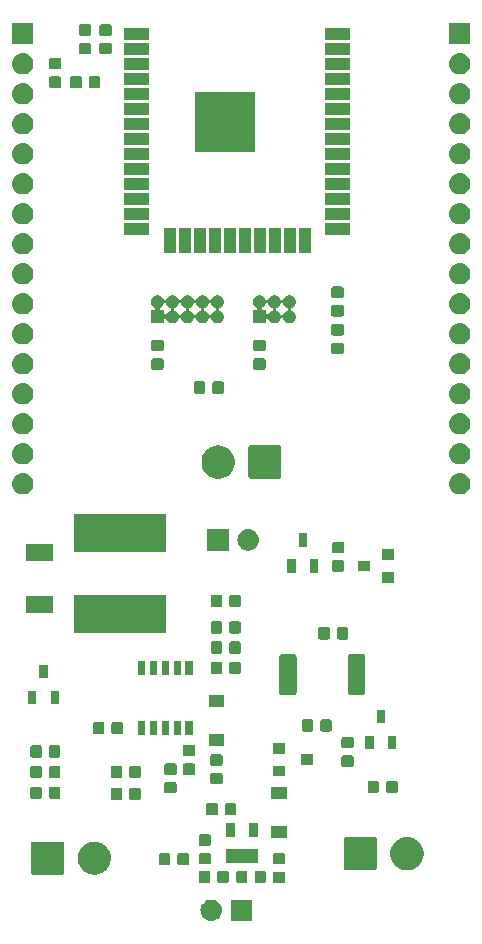
<source format=gbr>
G04 #@! TF.GenerationSoftware,KiCad,Pcbnew,(5.1.2)-2*
G04 #@! TF.CreationDate,2019-10-16T12:38:49+08:00*
G04 #@! TF.ProjectId,ESP32-Solar-Battery,45535033-322d-4536-9f6c-61722d426174,rev?*
G04 #@! TF.SameCoordinates,Original*
G04 #@! TF.FileFunction,Soldermask,Top*
G04 #@! TF.FilePolarity,Negative*
%FSLAX46Y46*%
G04 Gerber Fmt 4.6, Leading zero omitted, Abs format (unit mm)*
G04 Created by KiCad (PCBNEW (5.1.2)-2) date 2019-10-16 12:38:49*
%MOMM*%
%LPD*%
G04 APERTURE LIST*
%ADD10C,0.100000*%
G04 APERTURE END LIST*
D10*
G36*
X126389700Y-138353100D02*
G01*
X124587700Y-138353100D01*
X124587700Y-136551100D01*
X126389700Y-136551100D01*
X126389700Y-138353100D01*
X126389700Y-138353100D01*
G37*
G36*
X123059143Y-136557619D02*
G01*
X123125327Y-136564137D01*
X123295166Y-136615657D01*
X123451691Y-136699322D01*
X123487429Y-136728652D01*
X123588886Y-136811914D01*
X123672148Y-136913371D01*
X123701478Y-136949109D01*
X123785143Y-137105634D01*
X123836663Y-137275473D01*
X123854059Y-137452100D01*
X123836663Y-137628727D01*
X123785143Y-137798566D01*
X123701478Y-137955091D01*
X123672148Y-137990829D01*
X123588886Y-138092286D01*
X123487429Y-138175548D01*
X123451691Y-138204878D01*
X123295166Y-138288543D01*
X123125327Y-138340063D01*
X123059143Y-138346581D01*
X122992960Y-138353100D01*
X122904440Y-138353100D01*
X122838257Y-138346581D01*
X122772073Y-138340063D01*
X122602234Y-138288543D01*
X122445709Y-138204878D01*
X122409971Y-138175548D01*
X122308514Y-138092286D01*
X122225252Y-137990829D01*
X122195922Y-137955091D01*
X122112257Y-137798566D01*
X122060737Y-137628727D01*
X122043341Y-137452100D01*
X122060737Y-137275473D01*
X122112257Y-137105634D01*
X122195922Y-136949109D01*
X122225252Y-136913371D01*
X122308514Y-136811914D01*
X122409971Y-136728652D01*
X122445709Y-136699322D01*
X122602234Y-136615657D01*
X122772073Y-136564137D01*
X122838257Y-136557619D01*
X122904440Y-136551100D01*
X122992960Y-136551100D01*
X123059143Y-136557619D01*
X123059143Y-136557619D01*
G37*
G36*
X124306791Y-134100625D02*
G01*
X124340769Y-134110933D01*
X124372090Y-134127674D01*
X124399539Y-134150201D01*
X124422066Y-134177650D01*
X124438807Y-134208971D01*
X124449115Y-134242949D01*
X124453200Y-134284430D01*
X124453200Y-134960650D01*
X124449115Y-135002131D01*
X124438807Y-135036109D01*
X124422066Y-135067430D01*
X124399539Y-135094879D01*
X124372090Y-135117406D01*
X124340769Y-135134147D01*
X124306791Y-135144455D01*
X124265310Y-135148540D01*
X123664090Y-135148540D01*
X123622609Y-135144455D01*
X123588631Y-135134147D01*
X123557310Y-135117406D01*
X123529861Y-135094879D01*
X123507334Y-135067430D01*
X123490593Y-135036109D01*
X123480285Y-135002131D01*
X123476200Y-134960650D01*
X123476200Y-134284430D01*
X123480285Y-134242949D01*
X123490593Y-134208971D01*
X123507334Y-134177650D01*
X123529861Y-134150201D01*
X123557310Y-134127674D01*
X123588631Y-134110933D01*
X123622609Y-134100625D01*
X123664090Y-134096540D01*
X124265310Y-134096540D01*
X124306791Y-134100625D01*
X124306791Y-134100625D01*
G37*
G36*
X122731791Y-134100625D02*
G01*
X122765769Y-134110933D01*
X122797090Y-134127674D01*
X122824539Y-134150201D01*
X122847066Y-134177650D01*
X122863807Y-134208971D01*
X122874115Y-134242949D01*
X122878200Y-134284430D01*
X122878200Y-134960650D01*
X122874115Y-135002131D01*
X122863807Y-135036109D01*
X122847066Y-135067430D01*
X122824539Y-135094879D01*
X122797090Y-135117406D01*
X122765769Y-135134147D01*
X122731791Y-135144455D01*
X122690310Y-135148540D01*
X122089090Y-135148540D01*
X122047609Y-135144455D01*
X122013631Y-135134147D01*
X121982310Y-135117406D01*
X121954861Y-135094879D01*
X121932334Y-135067430D01*
X121915593Y-135036109D01*
X121905285Y-135002131D01*
X121901200Y-134960650D01*
X121901200Y-134284430D01*
X121905285Y-134242949D01*
X121915593Y-134208971D01*
X121932334Y-134177650D01*
X121954861Y-134150201D01*
X121982310Y-134127674D01*
X122013631Y-134110933D01*
X122047609Y-134100625D01*
X122089090Y-134096540D01*
X122690310Y-134096540D01*
X122731791Y-134100625D01*
X122731791Y-134100625D01*
G37*
G36*
X127451511Y-134100625D02*
G01*
X127485489Y-134110933D01*
X127516810Y-134127674D01*
X127544259Y-134150201D01*
X127566786Y-134177650D01*
X127583527Y-134208971D01*
X127593835Y-134242949D01*
X127597920Y-134284430D01*
X127597920Y-134960650D01*
X127593835Y-135002131D01*
X127583527Y-135036109D01*
X127566786Y-135067430D01*
X127544259Y-135094879D01*
X127516810Y-135117406D01*
X127485489Y-135134147D01*
X127451511Y-135144455D01*
X127410030Y-135148540D01*
X126808810Y-135148540D01*
X126767329Y-135144455D01*
X126733351Y-135134147D01*
X126702030Y-135117406D01*
X126674581Y-135094879D01*
X126652054Y-135067430D01*
X126635313Y-135036109D01*
X126625005Y-135002131D01*
X126620920Y-134960650D01*
X126620920Y-134284430D01*
X126625005Y-134242949D01*
X126635313Y-134208971D01*
X126652054Y-134177650D01*
X126674581Y-134150201D01*
X126702030Y-134127674D01*
X126733351Y-134110933D01*
X126767329Y-134100625D01*
X126808810Y-134096540D01*
X127410030Y-134096540D01*
X127451511Y-134100625D01*
X127451511Y-134100625D01*
G37*
G36*
X125876511Y-134100625D02*
G01*
X125910489Y-134110933D01*
X125941810Y-134127674D01*
X125969259Y-134150201D01*
X125991786Y-134177650D01*
X126008527Y-134208971D01*
X126018835Y-134242949D01*
X126022920Y-134284430D01*
X126022920Y-134960650D01*
X126018835Y-135002131D01*
X126008527Y-135036109D01*
X125991786Y-135067430D01*
X125969259Y-135094879D01*
X125941810Y-135117406D01*
X125910489Y-135134147D01*
X125876511Y-135144455D01*
X125835030Y-135148540D01*
X125233810Y-135148540D01*
X125192329Y-135144455D01*
X125158351Y-135134147D01*
X125127030Y-135117406D01*
X125099581Y-135094879D01*
X125077054Y-135067430D01*
X125060313Y-135036109D01*
X125050005Y-135002131D01*
X125045920Y-134960650D01*
X125045920Y-134284430D01*
X125050005Y-134242949D01*
X125060313Y-134208971D01*
X125077054Y-134177650D01*
X125099581Y-134150201D01*
X125127030Y-134127674D01*
X125158351Y-134110933D01*
X125192329Y-134100625D01*
X125233810Y-134096540D01*
X125835030Y-134096540D01*
X125876511Y-134100625D01*
X125876511Y-134100625D01*
G37*
G36*
X129076311Y-134173685D02*
G01*
X129110289Y-134183993D01*
X129141610Y-134200734D01*
X129169059Y-134223261D01*
X129191586Y-134250710D01*
X129208327Y-134282031D01*
X129218635Y-134316009D01*
X129222720Y-134357490D01*
X129222720Y-134958710D01*
X129218635Y-135000191D01*
X129208327Y-135034169D01*
X129191586Y-135065490D01*
X129169059Y-135092939D01*
X129141610Y-135115466D01*
X129110289Y-135132207D01*
X129076311Y-135142515D01*
X129034830Y-135146600D01*
X128358610Y-135146600D01*
X128317129Y-135142515D01*
X128283151Y-135132207D01*
X128251830Y-135115466D01*
X128224381Y-135092939D01*
X128201854Y-135065490D01*
X128185113Y-135034169D01*
X128174805Y-135000191D01*
X128170720Y-134958710D01*
X128170720Y-134357490D01*
X128174805Y-134316009D01*
X128185113Y-134282031D01*
X128201854Y-134250710D01*
X128224381Y-134223261D01*
X128251830Y-134200734D01*
X128283151Y-134183993D01*
X128317129Y-134173685D01*
X128358610Y-134169600D01*
X129034830Y-134169600D01*
X129076311Y-134173685D01*
X129076311Y-134173685D01*
G37*
G36*
X110374511Y-131635121D02*
G01*
X110403966Y-131644056D01*
X110431103Y-131658562D01*
X110454894Y-131678086D01*
X110474418Y-131701877D01*
X110488924Y-131729014D01*
X110497859Y-131758469D01*
X110501480Y-131795234D01*
X110501480Y-134269766D01*
X110497859Y-134306531D01*
X110488924Y-134335986D01*
X110474418Y-134363123D01*
X110454894Y-134386914D01*
X110431103Y-134406438D01*
X110403966Y-134420944D01*
X110374511Y-134429879D01*
X110337746Y-134433500D01*
X107863214Y-134433500D01*
X107826449Y-134429879D01*
X107796994Y-134420944D01*
X107769857Y-134406438D01*
X107746066Y-134386914D01*
X107726542Y-134363123D01*
X107712036Y-134335986D01*
X107703101Y-134306531D01*
X107699480Y-134269766D01*
X107699480Y-131795234D01*
X107703101Y-131758469D01*
X107712036Y-131729014D01*
X107726542Y-131701877D01*
X107746066Y-131678086D01*
X107769857Y-131658562D01*
X107796994Y-131644056D01*
X107826449Y-131635121D01*
X107863214Y-131631500D01*
X110337746Y-131631500D01*
X110374511Y-131635121D01*
X110374511Y-131635121D01*
G37*
G36*
X113334518Y-131658562D02*
G01*
X113469137Y-131685339D01*
X113574577Y-131729014D01*
X113724101Y-131790949D01*
X113741749Y-131802741D01*
X113953566Y-131944272D01*
X114148708Y-132139414D01*
X114248617Y-132288940D01*
X114302031Y-132368879D01*
X114363895Y-132518233D01*
X114406717Y-132621612D01*
X114407641Y-132623844D01*
X114442605Y-132799619D01*
X114461480Y-132894514D01*
X114461480Y-133170486D01*
X114407641Y-133441157D01*
X114364019Y-133546468D01*
X114302031Y-133696121D01*
X114302030Y-133696122D01*
X114148708Y-133925586D01*
X113953566Y-134120728D01*
X113821500Y-134208971D01*
X113724101Y-134274051D01*
X113645687Y-134306531D01*
X113469137Y-134379661D01*
X113378913Y-134397607D01*
X113198468Y-134433500D01*
X112922492Y-134433500D01*
X112742047Y-134397607D01*
X112651823Y-134379661D01*
X112475273Y-134306531D01*
X112396859Y-134274051D01*
X112299460Y-134208971D01*
X112167394Y-134120728D01*
X111972252Y-133925586D01*
X111818930Y-133696122D01*
X111818929Y-133696121D01*
X111756941Y-133546468D01*
X111713319Y-133441157D01*
X111659480Y-133170486D01*
X111659480Y-132894514D01*
X111678356Y-132799619D01*
X111713319Y-132623844D01*
X111714244Y-132621612D01*
X111757065Y-132518233D01*
X111818929Y-132368879D01*
X111872343Y-132288940D01*
X111972252Y-132139414D01*
X112167394Y-131944272D01*
X112379211Y-131802741D01*
X112396859Y-131790949D01*
X112546383Y-131729014D01*
X112651823Y-131685339D01*
X112786442Y-131658562D01*
X112922492Y-131631500D01*
X113198468Y-131631500D01*
X113334518Y-131658562D01*
X113334518Y-131658562D01*
G37*
G36*
X136846531Y-131259201D02*
G01*
X136875986Y-131268136D01*
X136903123Y-131282642D01*
X136926914Y-131302166D01*
X136946438Y-131325957D01*
X136960944Y-131353094D01*
X136969879Y-131382549D01*
X136973500Y-131419314D01*
X136973500Y-133893846D01*
X136969879Y-133930611D01*
X136960944Y-133960066D01*
X136946438Y-133987203D01*
X136926914Y-134010994D01*
X136903123Y-134030518D01*
X136875986Y-134045024D01*
X136846531Y-134053959D01*
X136809766Y-134057580D01*
X134335234Y-134057580D01*
X134298469Y-134053959D01*
X134269014Y-134045024D01*
X134241877Y-134030518D01*
X134218086Y-134010994D01*
X134198562Y-133987203D01*
X134184056Y-133960066D01*
X134175121Y-133930611D01*
X134171500Y-133893846D01*
X134171500Y-131419314D01*
X134175121Y-131382549D01*
X134184056Y-131353094D01*
X134198562Y-131325957D01*
X134218086Y-131302166D01*
X134241877Y-131282642D01*
X134269014Y-131268136D01*
X134298469Y-131259201D01*
X134335234Y-131255580D01*
X136809766Y-131255580D01*
X136846531Y-131259201D01*
X136846531Y-131259201D01*
G37*
G36*
X139806538Y-131282642D02*
G01*
X139941157Y-131309419D01*
X140046597Y-131353094D01*
X140196121Y-131415029D01*
X140270025Y-131464410D01*
X140425586Y-131568352D01*
X140620728Y-131763494D01*
X140723175Y-131916817D01*
X140774051Y-131992959D01*
X140879661Y-132247924D01*
X140933500Y-132518592D01*
X140933500Y-132794568D01*
X140879661Y-133065236D01*
X140774051Y-133320201D01*
X140774050Y-133320202D01*
X140620728Y-133549666D01*
X140425586Y-133744808D01*
X140345776Y-133798135D01*
X140196121Y-133898131D01*
X140117707Y-133930611D01*
X139941157Y-134003741D01*
X139850933Y-134021687D01*
X139670488Y-134057580D01*
X139394512Y-134057580D01*
X139214067Y-134021687D01*
X139123843Y-134003741D01*
X138947293Y-133930611D01*
X138868879Y-133898131D01*
X138719224Y-133798135D01*
X138639414Y-133744808D01*
X138444272Y-133549666D01*
X138290950Y-133320202D01*
X138290949Y-133320201D01*
X138185339Y-133065236D01*
X138131500Y-132794568D01*
X138131500Y-132518592D01*
X138185339Y-132247924D01*
X138290949Y-131992959D01*
X138341825Y-131916817D01*
X138444272Y-131763494D01*
X138639414Y-131568352D01*
X138794975Y-131464410D01*
X138868879Y-131415029D01*
X139018403Y-131353094D01*
X139123843Y-131309419D01*
X139258462Y-131282642D01*
X139394512Y-131255580D01*
X139670488Y-131255580D01*
X139806538Y-131282642D01*
X139806538Y-131282642D01*
G37*
G36*
X119353591Y-132607105D02*
G01*
X119387569Y-132617413D01*
X119418890Y-132634154D01*
X119446339Y-132656681D01*
X119468866Y-132684130D01*
X119485607Y-132715451D01*
X119495915Y-132749429D01*
X119500000Y-132790910D01*
X119500000Y-133467130D01*
X119495915Y-133508611D01*
X119485607Y-133542589D01*
X119468866Y-133573910D01*
X119446339Y-133601359D01*
X119418890Y-133623886D01*
X119387569Y-133640627D01*
X119353591Y-133650935D01*
X119312110Y-133655020D01*
X118710890Y-133655020D01*
X118669409Y-133650935D01*
X118635431Y-133640627D01*
X118604110Y-133623886D01*
X118576661Y-133601359D01*
X118554134Y-133573910D01*
X118537393Y-133542589D01*
X118527085Y-133508611D01*
X118523000Y-133467130D01*
X118523000Y-132790910D01*
X118527085Y-132749429D01*
X118537393Y-132715451D01*
X118554134Y-132684130D01*
X118576661Y-132656681D01*
X118604110Y-132634154D01*
X118635431Y-132617413D01*
X118669409Y-132607105D01*
X118710890Y-132603020D01*
X119312110Y-132603020D01*
X119353591Y-132607105D01*
X119353591Y-132607105D01*
G37*
G36*
X120928591Y-132607105D02*
G01*
X120962569Y-132617413D01*
X120993890Y-132634154D01*
X121021339Y-132656681D01*
X121043866Y-132684130D01*
X121060607Y-132715451D01*
X121070915Y-132749429D01*
X121075000Y-132790910D01*
X121075000Y-133467130D01*
X121070915Y-133508611D01*
X121060607Y-133542589D01*
X121043866Y-133573910D01*
X121021339Y-133601359D01*
X120993890Y-133623886D01*
X120962569Y-133640627D01*
X120928591Y-133650935D01*
X120887110Y-133655020D01*
X120285890Y-133655020D01*
X120244409Y-133650935D01*
X120210431Y-133640627D01*
X120179110Y-133623886D01*
X120151661Y-133601359D01*
X120129134Y-133573910D01*
X120112393Y-133542589D01*
X120102085Y-133508611D01*
X120098000Y-133467130D01*
X120098000Y-132790910D01*
X120102085Y-132749429D01*
X120112393Y-132715451D01*
X120129134Y-132684130D01*
X120151661Y-132656681D01*
X120179110Y-132634154D01*
X120210431Y-132617413D01*
X120244409Y-132607105D01*
X120285890Y-132603020D01*
X120887110Y-132603020D01*
X120928591Y-132607105D01*
X120928591Y-132607105D01*
G37*
G36*
X122792351Y-132601425D02*
G01*
X122826329Y-132611733D01*
X122857650Y-132628474D01*
X122885099Y-132651001D01*
X122907626Y-132678450D01*
X122924367Y-132709771D01*
X122934675Y-132743749D01*
X122938760Y-132785230D01*
X122938760Y-133386450D01*
X122934675Y-133427931D01*
X122924367Y-133461909D01*
X122907626Y-133493230D01*
X122885099Y-133520679D01*
X122857650Y-133543206D01*
X122826329Y-133559947D01*
X122792351Y-133570255D01*
X122750870Y-133574340D01*
X122074650Y-133574340D01*
X122033169Y-133570255D01*
X121999191Y-133559947D01*
X121967870Y-133543206D01*
X121940421Y-133520679D01*
X121917894Y-133493230D01*
X121901153Y-133461909D01*
X121890845Y-133427931D01*
X121886760Y-133386450D01*
X121886760Y-132785230D01*
X121890845Y-132743749D01*
X121901153Y-132709771D01*
X121917894Y-132678450D01*
X121940421Y-132651001D01*
X121967870Y-132628474D01*
X121999191Y-132611733D01*
X122033169Y-132601425D01*
X122074650Y-132597340D01*
X122750870Y-132597340D01*
X122792351Y-132601425D01*
X122792351Y-132601425D01*
G37*
G36*
X129076311Y-132598685D02*
G01*
X129110289Y-132608993D01*
X129141610Y-132625734D01*
X129169059Y-132648261D01*
X129191586Y-132675710D01*
X129208327Y-132707031D01*
X129218635Y-132741009D01*
X129222720Y-132782490D01*
X129222720Y-133383710D01*
X129218635Y-133425191D01*
X129208327Y-133459169D01*
X129191586Y-133490490D01*
X129169059Y-133517939D01*
X129141610Y-133540466D01*
X129110289Y-133557207D01*
X129076311Y-133567515D01*
X129034830Y-133571600D01*
X128358610Y-133571600D01*
X128317129Y-133567515D01*
X128283151Y-133557207D01*
X128251830Y-133540466D01*
X128224381Y-133517939D01*
X128201854Y-133490490D01*
X128185113Y-133459169D01*
X128174805Y-133425191D01*
X128170720Y-133383710D01*
X128170720Y-132782490D01*
X128174805Y-132741009D01*
X128185113Y-132707031D01*
X128201854Y-132675710D01*
X128224381Y-132648261D01*
X128251830Y-132625734D01*
X128283151Y-132608993D01*
X128317129Y-132598685D01*
X128358610Y-132594600D01*
X129034830Y-132594600D01*
X129076311Y-132598685D01*
X129076311Y-132598685D01*
G37*
G36*
X126873080Y-133450940D02*
G01*
X124221080Y-133450940D01*
X124221080Y-132288940D01*
X126873080Y-132288940D01*
X126873080Y-133450940D01*
X126873080Y-133450940D01*
G37*
G36*
X122792351Y-131026425D02*
G01*
X122826329Y-131036733D01*
X122857650Y-131053474D01*
X122885099Y-131076001D01*
X122907626Y-131103450D01*
X122924367Y-131134771D01*
X122934675Y-131168749D01*
X122938760Y-131210230D01*
X122938760Y-131811450D01*
X122934675Y-131852931D01*
X122924367Y-131886909D01*
X122907626Y-131918230D01*
X122885099Y-131945679D01*
X122857650Y-131968206D01*
X122826329Y-131984947D01*
X122792351Y-131995255D01*
X122750870Y-131999340D01*
X122074650Y-131999340D01*
X122033169Y-131995255D01*
X121999191Y-131984947D01*
X121967870Y-131968206D01*
X121940421Y-131945679D01*
X121917894Y-131918230D01*
X121901153Y-131886909D01*
X121890845Y-131852931D01*
X121886760Y-131811450D01*
X121886760Y-131210230D01*
X121890845Y-131168749D01*
X121901153Y-131134771D01*
X121917894Y-131103450D01*
X121940421Y-131076001D01*
X121967870Y-131053474D01*
X121999191Y-131036733D01*
X122033169Y-131026425D01*
X122074650Y-131022340D01*
X122750870Y-131022340D01*
X122792351Y-131026425D01*
X122792351Y-131026425D01*
G37*
G36*
X129347720Y-131301000D02*
G01*
X128045720Y-131301000D01*
X128045720Y-130299000D01*
X129347720Y-130299000D01*
X129347720Y-131301000D01*
X129347720Y-131301000D01*
G37*
G36*
X126873080Y-131250940D02*
G01*
X126121080Y-131250940D01*
X126121080Y-130088940D01*
X126873080Y-130088940D01*
X126873080Y-131250940D01*
X126873080Y-131250940D01*
G37*
G36*
X124973080Y-131250940D02*
G01*
X124221080Y-131250940D01*
X124221080Y-130088940D01*
X124973080Y-130088940D01*
X124973080Y-131250940D01*
X124973080Y-131250940D01*
G37*
G36*
X123364171Y-128378085D02*
G01*
X123398149Y-128388393D01*
X123429470Y-128405134D01*
X123456919Y-128427661D01*
X123479446Y-128455110D01*
X123496187Y-128486431D01*
X123506495Y-128520409D01*
X123510580Y-128561890D01*
X123510580Y-129238110D01*
X123506495Y-129279591D01*
X123496187Y-129313569D01*
X123479446Y-129344890D01*
X123456919Y-129372339D01*
X123429470Y-129394866D01*
X123398149Y-129411607D01*
X123364171Y-129421915D01*
X123322690Y-129426000D01*
X122721470Y-129426000D01*
X122679989Y-129421915D01*
X122646011Y-129411607D01*
X122614690Y-129394866D01*
X122587241Y-129372339D01*
X122564714Y-129344890D01*
X122547973Y-129313569D01*
X122537665Y-129279591D01*
X122533580Y-129238110D01*
X122533580Y-128561890D01*
X122537665Y-128520409D01*
X122547973Y-128486431D01*
X122564714Y-128455110D01*
X122587241Y-128427661D01*
X122614690Y-128405134D01*
X122646011Y-128388393D01*
X122679989Y-128378085D01*
X122721470Y-128374000D01*
X123322690Y-128374000D01*
X123364171Y-128378085D01*
X123364171Y-128378085D01*
G37*
G36*
X124939171Y-128378085D02*
G01*
X124973149Y-128388393D01*
X125004470Y-128405134D01*
X125031919Y-128427661D01*
X125054446Y-128455110D01*
X125071187Y-128486431D01*
X125081495Y-128520409D01*
X125085580Y-128561890D01*
X125085580Y-129238110D01*
X125081495Y-129279591D01*
X125071187Y-129313569D01*
X125054446Y-129344890D01*
X125031919Y-129372339D01*
X125004470Y-129394866D01*
X124973149Y-129411607D01*
X124939171Y-129421915D01*
X124897690Y-129426000D01*
X124296470Y-129426000D01*
X124254989Y-129421915D01*
X124221011Y-129411607D01*
X124189690Y-129394866D01*
X124162241Y-129372339D01*
X124139714Y-129344890D01*
X124122973Y-129313569D01*
X124112665Y-129279591D01*
X124108580Y-129238110D01*
X124108580Y-128561890D01*
X124112665Y-128520409D01*
X124122973Y-128486431D01*
X124139714Y-128455110D01*
X124162241Y-128427661D01*
X124189690Y-128405134D01*
X124221011Y-128388393D01*
X124254989Y-128378085D01*
X124296470Y-128374000D01*
X124897690Y-128374000D01*
X124939171Y-128378085D01*
X124939171Y-128378085D01*
G37*
G36*
X115267091Y-127070625D02*
G01*
X115301069Y-127080933D01*
X115332390Y-127097674D01*
X115359839Y-127120201D01*
X115382366Y-127147650D01*
X115399107Y-127178971D01*
X115409415Y-127212949D01*
X115413500Y-127254430D01*
X115413500Y-127930650D01*
X115409415Y-127972131D01*
X115399107Y-128006109D01*
X115382366Y-128037430D01*
X115359839Y-128064879D01*
X115332390Y-128087406D01*
X115301069Y-128104147D01*
X115267091Y-128114455D01*
X115225610Y-128118540D01*
X114624390Y-128118540D01*
X114582909Y-128114455D01*
X114548931Y-128104147D01*
X114517610Y-128087406D01*
X114490161Y-128064879D01*
X114467634Y-128037430D01*
X114450893Y-128006109D01*
X114440585Y-127972131D01*
X114436500Y-127930650D01*
X114436500Y-127254430D01*
X114440585Y-127212949D01*
X114450893Y-127178971D01*
X114467634Y-127147650D01*
X114490161Y-127120201D01*
X114517610Y-127097674D01*
X114548931Y-127080933D01*
X114582909Y-127070625D01*
X114624390Y-127066540D01*
X115225610Y-127066540D01*
X115267091Y-127070625D01*
X115267091Y-127070625D01*
G37*
G36*
X116842091Y-127070625D02*
G01*
X116876069Y-127080933D01*
X116907390Y-127097674D01*
X116934839Y-127120201D01*
X116957366Y-127147650D01*
X116974107Y-127178971D01*
X116984415Y-127212949D01*
X116988500Y-127254430D01*
X116988500Y-127930650D01*
X116984415Y-127972131D01*
X116974107Y-128006109D01*
X116957366Y-128037430D01*
X116934839Y-128064879D01*
X116907390Y-128087406D01*
X116876069Y-128104147D01*
X116842091Y-128114455D01*
X116800610Y-128118540D01*
X116199390Y-128118540D01*
X116157909Y-128114455D01*
X116123931Y-128104147D01*
X116092610Y-128087406D01*
X116065161Y-128064879D01*
X116042634Y-128037430D01*
X116025893Y-128006109D01*
X116015585Y-127972131D01*
X116011500Y-127930650D01*
X116011500Y-127254430D01*
X116015585Y-127212949D01*
X116025893Y-127178971D01*
X116042634Y-127147650D01*
X116065161Y-127120201D01*
X116092610Y-127097674D01*
X116123931Y-127080933D01*
X116157909Y-127070625D01*
X116199390Y-127066540D01*
X116800610Y-127066540D01*
X116842091Y-127070625D01*
X116842091Y-127070625D01*
G37*
G36*
X108467091Y-126978085D02*
G01*
X108501069Y-126988393D01*
X108532390Y-127005134D01*
X108559839Y-127027661D01*
X108582366Y-127055110D01*
X108599107Y-127086431D01*
X108609415Y-127120409D01*
X108613500Y-127161890D01*
X108613500Y-127838110D01*
X108609415Y-127879591D01*
X108599107Y-127913569D01*
X108582366Y-127944890D01*
X108559839Y-127972339D01*
X108532390Y-127994866D01*
X108501069Y-128011607D01*
X108467091Y-128021915D01*
X108425610Y-128026000D01*
X107824390Y-128026000D01*
X107782909Y-128021915D01*
X107748931Y-128011607D01*
X107717610Y-127994866D01*
X107690161Y-127972339D01*
X107667634Y-127944890D01*
X107650893Y-127913569D01*
X107640585Y-127879591D01*
X107636500Y-127838110D01*
X107636500Y-127161890D01*
X107640585Y-127120409D01*
X107650893Y-127086431D01*
X107667634Y-127055110D01*
X107690161Y-127027661D01*
X107717610Y-127005134D01*
X107748931Y-126988393D01*
X107782909Y-126978085D01*
X107824390Y-126974000D01*
X108425610Y-126974000D01*
X108467091Y-126978085D01*
X108467091Y-126978085D01*
G37*
G36*
X110042091Y-126978085D02*
G01*
X110076069Y-126988393D01*
X110107390Y-127005134D01*
X110134839Y-127027661D01*
X110157366Y-127055110D01*
X110174107Y-127086431D01*
X110184415Y-127120409D01*
X110188500Y-127161890D01*
X110188500Y-127838110D01*
X110184415Y-127879591D01*
X110174107Y-127913569D01*
X110157366Y-127944890D01*
X110134839Y-127972339D01*
X110107390Y-127994866D01*
X110076069Y-128011607D01*
X110042091Y-128021915D01*
X110000610Y-128026000D01*
X109399390Y-128026000D01*
X109357909Y-128021915D01*
X109323931Y-128011607D01*
X109292610Y-127994866D01*
X109265161Y-127972339D01*
X109242634Y-127944890D01*
X109225893Y-127913569D01*
X109215585Y-127879591D01*
X109211500Y-127838110D01*
X109211500Y-127161890D01*
X109215585Y-127120409D01*
X109225893Y-127086431D01*
X109242634Y-127055110D01*
X109265161Y-127027661D01*
X109292610Y-127005134D01*
X109323931Y-126988393D01*
X109357909Y-126978085D01*
X109399390Y-126974000D01*
X110000610Y-126974000D01*
X110042091Y-126978085D01*
X110042091Y-126978085D01*
G37*
G36*
X129347720Y-128001000D02*
G01*
X128045720Y-128001000D01*
X128045720Y-126999000D01*
X129347720Y-126999000D01*
X129347720Y-128001000D01*
X129347720Y-128001000D01*
G37*
G36*
X119879591Y-126590585D02*
G01*
X119913569Y-126600893D01*
X119944890Y-126617634D01*
X119972339Y-126640161D01*
X119994866Y-126667610D01*
X120011607Y-126698931D01*
X120021915Y-126732909D01*
X120026000Y-126774390D01*
X120026000Y-127375610D01*
X120021915Y-127417091D01*
X120011607Y-127451069D01*
X119994866Y-127482390D01*
X119972339Y-127509839D01*
X119944890Y-127532366D01*
X119913569Y-127549107D01*
X119879591Y-127559415D01*
X119838110Y-127563500D01*
X119161890Y-127563500D01*
X119120409Y-127559415D01*
X119086431Y-127549107D01*
X119055110Y-127532366D01*
X119027661Y-127509839D01*
X119005134Y-127482390D01*
X118988393Y-127451069D01*
X118978085Y-127417091D01*
X118974000Y-127375610D01*
X118974000Y-126774390D01*
X118978085Y-126732909D01*
X118988393Y-126698931D01*
X119005134Y-126667610D01*
X119027661Y-126640161D01*
X119055110Y-126617634D01*
X119086431Y-126600893D01*
X119120409Y-126590585D01*
X119161890Y-126586500D01*
X119838110Y-126586500D01*
X119879591Y-126590585D01*
X119879591Y-126590585D01*
G37*
G36*
X138592091Y-126478085D02*
G01*
X138626069Y-126488393D01*
X138657390Y-126505134D01*
X138684839Y-126527661D01*
X138707366Y-126555110D01*
X138724107Y-126586431D01*
X138734415Y-126620409D01*
X138738500Y-126661890D01*
X138738500Y-127338110D01*
X138734415Y-127379591D01*
X138724107Y-127413569D01*
X138707366Y-127444890D01*
X138684839Y-127472339D01*
X138657390Y-127494866D01*
X138626069Y-127511607D01*
X138592091Y-127521915D01*
X138550610Y-127526000D01*
X137949390Y-127526000D01*
X137907909Y-127521915D01*
X137873931Y-127511607D01*
X137842610Y-127494866D01*
X137815161Y-127472339D01*
X137792634Y-127444890D01*
X137775893Y-127413569D01*
X137765585Y-127379591D01*
X137761500Y-127338110D01*
X137761500Y-126661890D01*
X137765585Y-126620409D01*
X137775893Y-126586431D01*
X137792634Y-126555110D01*
X137815161Y-126527661D01*
X137842610Y-126505134D01*
X137873931Y-126488393D01*
X137907909Y-126478085D01*
X137949390Y-126474000D01*
X138550610Y-126474000D01*
X138592091Y-126478085D01*
X138592091Y-126478085D01*
G37*
G36*
X137017091Y-126478085D02*
G01*
X137051069Y-126488393D01*
X137082390Y-126505134D01*
X137109839Y-126527661D01*
X137132366Y-126555110D01*
X137149107Y-126586431D01*
X137159415Y-126620409D01*
X137163500Y-126661890D01*
X137163500Y-127338110D01*
X137159415Y-127379591D01*
X137149107Y-127413569D01*
X137132366Y-127444890D01*
X137109839Y-127472339D01*
X137082390Y-127494866D01*
X137051069Y-127511607D01*
X137017091Y-127521915D01*
X136975610Y-127526000D01*
X136374390Y-127526000D01*
X136332909Y-127521915D01*
X136298931Y-127511607D01*
X136267610Y-127494866D01*
X136240161Y-127472339D01*
X136217634Y-127444890D01*
X136200893Y-127413569D01*
X136190585Y-127379591D01*
X136186500Y-127338110D01*
X136186500Y-126661890D01*
X136190585Y-126620409D01*
X136200893Y-126586431D01*
X136217634Y-126555110D01*
X136240161Y-126527661D01*
X136267610Y-126505134D01*
X136298931Y-126488393D01*
X136332909Y-126478085D01*
X136374390Y-126474000D01*
X136975610Y-126474000D01*
X137017091Y-126478085D01*
X137017091Y-126478085D01*
G37*
G36*
X123769911Y-125815585D02*
G01*
X123803889Y-125825893D01*
X123835210Y-125842634D01*
X123862659Y-125865161D01*
X123885186Y-125892610D01*
X123901927Y-125923931D01*
X123912235Y-125957909D01*
X123916320Y-125999390D01*
X123916320Y-126600610D01*
X123912235Y-126642091D01*
X123901927Y-126676069D01*
X123885186Y-126707390D01*
X123862659Y-126734839D01*
X123835210Y-126757366D01*
X123803889Y-126774107D01*
X123769911Y-126784415D01*
X123728430Y-126788500D01*
X123052210Y-126788500D01*
X123010729Y-126784415D01*
X122976751Y-126774107D01*
X122945430Y-126757366D01*
X122917981Y-126734839D01*
X122895454Y-126707390D01*
X122878713Y-126676069D01*
X122868405Y-126642091D01*
X122864320Y-126600610D01*
X122864320Y-125999390D01*
X122868405Y-125957909D01*
X122878713Y-125923931D01*
X122895454Y-125892610D01*
X122917981Y-125865161D01*
X122945430Y-125842634D01*
X122976751Y-125825893D01*
X123010729Y-125815585D01*
X123052210Y-125811500D01*
X123728430Y-125811500D01*
X123769911Y-125815585D01*
X123769911Y-125815585D01*
G37*
G36*
X115267091Y-125228085D02*
G01*
X115301069Y-125238393D01*
X115332390Y-125255134D01*
X115359839Y-125277661D01*
X115382366Y-125305110D01*
X115399107Y-125336431D01*
X115409415Y-125370409D01*
X115413500Y-125411890D01*
X115413500Y-126088110D01*
X115409415Y-126129591D01*
X115399107Y-126163569D01*
X115382366Y-126194890D01*
X115359839Y-126222339D01*
X115332390Y-126244866D01*
X115301069Y-126261607D01*
X115267091Y-126271915D01*
X115225610Y-126276000D01*
X114624390Y-126276000D01*
X114582909Y-126271915D01*
X114548931Y-126261607D01*
X114517610Y-126244866D01*
X114490161Y-126222339D01*
X114467634Y-126194890D01*
X114450893Y-126163569D01*
X114440585Y-126129591D01*
X114436500Y-126088110D01*
X114436500Y-125411890D01*
X114440585Y-125370409D01*
X114450893Y-125336431D01*
X114467634Y-125305110D01*
X114490161Y-125277661D01*
X114517610Y-125255134D01*
X114548931Y-125238393D01*
X114582909Y-125228085D01*
X114624390Y-125224000D01*
X115225610Y-125224000D01*
X115267091Y-125228085D01*
X115267091Y-125228085D01*
G37*
G36*
X110042091Y-125228085D02*
G01*
X110076069Y-125238393D01*
X110107390Y-125255134D01*
X110134839Y-125277661D01*
X110157366Y-125305110D01*
X110174107Y-125336431D01*
X110184415Y-125370409D01*
X110188500Y-125411890D01*
X110188500Y-126088110D01*
X110184415Y-126129591D01*
X110174107Y-126163569D01*
X110157366Y-126194890D01*
X110134839Y-126222339D01*
X110107390Y-126244866D01*
X110076069Y-126261607D01*
X110042091Y-126271915D01*
X110000610Y-126276000D01*
X109399390Y-126276000D01*
X109357909Y-126271915D01*
X109323931Y-126261607D01*
X109292610Y-126244866D01*
X109265161Y-126222339D01*
X109242634Y-126194890D01*
X109225893Y-126163569D01*
X109215585Y-126129591D01*
X109211500Y-126088110D01*
X109211500Y-125411890D01*
X109215585Y-125370409D01*
X109225893Y-125336431D01*
X109242634Y-125305110D01*
X109265161Y-125277661D01*
X109292610Y-125255134D01*
X109323931Y-125238393D01*
X109357909Y-125228085D01*
X109399390Y-125224000D01*
X110000610Y-125224000D01*
X110042091Y-125228085D01*
X110042091Y-125228085D01*
G37*
G36*
X116842091Y-125228085D02*
G01*
X116876069Y-125238393D01*
X116907390Y-125255134D01*
X116934839Y-125277661D01*
X116957366Y-125305110D01*
X116974107Y-125336431D01*
X116984415Y-125370409D01*
X116988500Y-125411890D01*
X116988500Y-126088110D01*
X116984415Y-126129591D01*
X116974107Y-126163569D01*
X116957366Y-126194890D01*
X116934839Y-126222339D01*
X116907390Y-126244866D01*
X116876069Y-126261607D01*
X116842091Y-126271915D01*
X116800610Y-126276000D01*
X116199390Y-126276000D01*
X116157909Y-126271915D01*
X116123931Y-126261607D01*
X116092610Y-126244866D01*
X116065161Y-126222339D01*
X116042634Y-126194890D01*
X116025893Y-126163569D01*
X116015585Y-126129591D01*
X116011500Y-126088110D01*
X116011500Y-125411890D01*
X116015585Y-125370409D01*
X116025893Y-125336431D01*
X116042634Y-125305110D01*
X116065161Y-125277661D01*
X116092610Y-125255134D01*
X116123931Y-125238393D01*
X116157909Y-125228085D01*
X116199390Y-125224000D01*
X116800610Y-125224000D01*
X116842091Y-125228085D01*
X116842091Y-125228085D01*
G37*
G36*
X108467091Y-125228085D02*
G01*
X108501069Y-125238393D01*
X108532390Y-125255134D01*
X108559839Y-125277661D01*
X108582366Y-125305110D01*
X108599107Y-125336431D01*
X108609415Y-125370409D01*
X108613500Y-125411890D01*
X108613500Y-126088110D01*
X108609415Y-126129591D01*
X108599107Y-126163569D01*
X108582366Y-126194890D01*
X108559839Y-126222339D01*
X108532390Y-126244866D01*
X108501069Y-126261607D01*
X108467091Y-126271915D01*
X108425610Y-126276000D01*
X107824390Y-126276000D01*
X107782909Y-126271915D01*
X107748931Y-126261607D01*
X107717610Y-126244866D01*
X107690161Y-126222339D01*
X107667634Y-126194890D01*
X107650893Y-126163569D01*
X107640585Y-126129591D01*
X107636500Y-126088110D01*
X107636500Y-125411890D01*
X107640585Y-125370409D01*
X107650893Y-125336431D01*
X107667634Y-125305110D01*
X107690161Y-125277661D01*
X107717610Y-125255134D01*
X107748931Y-125238393D01*
X107782909Y-125228085D01*
X107824390Y-125224000D01*
X108425610Y-125224000D01*
X108467091Y-125228085D01*
X108467091Y-125228085D01*
G37*
G36*
X129197720Y-126101000D02*
G01*
X128195720Y-126101000D01*
X128195720Y-125199000D01*
X129197720Y-125199000D01*
X129197720Y-126101000D01*
X129197720Y-126101000D01*
G37*
G36*
X119879591Y-125015585D02*
G01*
X119913569Y-125025893D01*
X119944890Y-125042634D01*
X119972339Y-125065161D01*
X119994866Y-125092610D01*
X120011607Y-125123931D01*
X120021915Y-125157909D01*
X120026000Y-125199390D01*
X120026000Y-125800610D01*
X120021915Y-125842091D01*
X120011607Y-125876069D01*
X119994866Y-125907390D01*
X119972339Y-125934839D01*
X119944890Y-125957366D01*
X119913569Y-125974107D01*
X119879591Y-125984415D01*
X119838110Y-125988500D01*
X119161890Y-125988500D01*
X119120409Y-125984415D01*
X119086431Y-125974107D01*
X119055110Y-125957366D01*
X119027661Y-125934839D01*
X119005134Y-125907390D01*
X118988393Y-125876069D01*
X118978085Y-125842091D01*
X118974000Y-125800610D01*
X118974000Y-125199390D01*
X118978085Y-125157909D01*
X118988393Y-125123931D01*
X119005134Y-125092610D01*
X119027661Y-125065161D01*
X119055110Y-125042634D01*
X119086431Y-125025893D01*
X119120409Y-125015585D01*
X119161890Y-125011500D01*
X119838110Y-125011500D01*
X119879591Y-125015585D01*
X119879591Y-125015585D01*
G37*
G36*
X121451911Y-125015585D02*
G01*
X121485889Y-125025893D01*
X121517210Y-125042634D01*
X121544659Y-125065161D01*
X121567186Y-125092610D01*
X121583927Y-125123931D01*
X121594235Y-125157909D01*
X121598320Y-125199390D01*
X121598320Y-125800610D01*
X121594235Y-125842091D01*
X121583927Y-125876069D01*
X121567186Y-125907390D01*
X121544659Y-125934839D01*
X121517210Y-125957366D01*
X121485889Y-125974107D01*
X121451911Y-125984415D01*
X121410430Y-125988500D01*
X120734210Y-125988500D01*
X120692729Y-125984415D01*
X120658751Y-125974107D01*
X120627430Y-125957366D01*
X120599981Y-125934839D01*
X120577454Y-125907390D01*
X120560713Y-125876069D01*
X120550405Y-125842091D01*
X120546320Y-125800610D01*
X120546320Y-125199390D01*
X120550405Y-125157909D01*
X120560713Y-125123931D01*
X120577454Y-125092610D01*
X120599981Y-125065161D01*
X120627430Y-125042634D01*
X120658751Y-125025893D01*
X120692729Y-125015585D01*
X120734210Y-125011500D01*
X121410430Y-125011500D01*
X121451911Y-125015585D01*
X121451911Y-125015585D01*
G37*
G36*
X134879591Y-124340585D02*
G01*
X134913569Y-124350893D01*
X134944890Y-124367634D01*
X134972339Y-124390161D01*
X134994866Y-124417610D01*
X135011607Y-124448931D01*
X135021915Y-124482909D01*
X135026000Y-124524390D01*
X135026000Y-125125610D01*
X135021915Y-125167091D01*
X135011607Y-125201069D01*
X134994866Y-125232390D01*
X134972339Y-125259839D01*
X134944890Y-125282366D01*
X134913569Y-125299107D01*
X134879591Y-125309415D01*
X134838110Y-125313500D01*
X134161890Y-125313500D01*
X134120409Y-125309415D01*
X134086431Y-125299107D01*
X134055110Y-125282366D01*
X134027661Y-125259839D01*
X134005134Y-125232390D01*
X133988393Y-125201069D01*
X133978085Y-125167091D01*
X133974000Y-125125610D01*
X133974000Y-124524390D01*
X133978085Y-124482909D01*
X133988393Y-124448931D01*
X134005134Y-124417610D01*
X134027661Y-124390161D01*
X134055110Y-124367634D01*
X134086431Y-124350893D01*
X134120409Y-124340585D01*
X134161890Y-124336500D01*
X134838110Y-124336500D01*
X134879591Y-124340585D01*
X134879591Y-124340585D01*
G37*
G36*
X123769911Y-124240585D02*
G01*
X123803889Y-124250893D01*
X123835210Y-124267634D01*
X123862659Y-124290161D01*
X123885186Y-124317610D01*
X123901927Y-124348931D01*
X123912235Y-124382909D01*
X123916320Y-124424390D01*
X123916320Y-125025610D01*
X123912235Y-125067091D01*
X123901927Y-125101069D01*
X123885186Y-125132390D01*
X123862659Y-125159839D01*
X123835210Y-125182366D01*
X123803889Y-125199107D01*
X123769911Y-125209415D01*
X123728430Y-125213500D01*
X123052210Y-125213500D01*
X123010729Y-125209415D01*
X122976751Y-125199107D01*
X122945430Y-125182366D01*
X122917981Y-125159839D01*
X122895454Y-125132390D01*
X122878713Y-125101069D01*
X122868405Y-125067091D01*
X122864320Y-125025610D01*
X122864320Y-124424390D01*
X122868405Y-124382909D01*
X122878713Y-124348931D01*
X122895454Y-124317610D01*
X122917981Y-124290161D01*
X122945430Y-124267634D01*
X122976751Y-124250893D01*
X123010729Y-124240585D01*
X123052210Y-124236500D01*
X123728430Y-124236500D01*
X123769911Y-124240585D01*
X123769911Y-124240585D01*
G37*
G36*
X131597720Y-125151000D02*
G01*
X130595720Y-125151000D01*
X130595720Y-124249000D01*
X131597720Y-124249000D01*
X131597720Y-125151000D01*
X131597720Y-125151000D01*
G37*
G36*
X108467091Y-123478085D02*
G01*
X108501069Y-123488393D01*
X108532390Y-123505134D01*
X108559839Y-123527661D01*
X108582366Y-123555110D01*
X108599107Y-123586431D01*
X108609415Y-123620409D01*
X108613500Y-123661890D01*
X108613500Y-124338110D01*
X108609415Y-124379591D01*
X108599107Y-124413569D01*
X108582366Y-124444890D01*
X108559839Y-124472339D01*
X108532390Y-124494866D01*
X108501069Y-124511607D01*
X108467091Y-124521915D01*
X108425610Y-124526000D01*
X107824390Y-124526000D01*
X107782909Y-124521915D01*
X107748931Y-124511607D01*
X107717610Y-124494866D01*
X107690161Y-124472339D01*
X107667634Y-124444890D01*
X107650893Y-124413569D01*
X107640585Y-124379591D01*
X107636500Y-124338110D01*
X107636500Y-123661890D01*
X107640585Y-123620409D01*
X107650893Y-123586431D01*
X107667634Y-123555110D01*
X107690161Y-123527661D01*
X107717610Y-123505134D01*
X107748931Y-123488393D01*
X107782909Y-123478085D01*
X107824390Y-123474000D01*
X108425610Y-123474000D01*
X108467091Y-123478085D01*
X108467091Y-123478085D01*
G37*
G36*
X110042091Y-123478085D02*
G01*
X110076069Y-123488393D01*
X110107390Y-123505134D01*
X110134839Y-123527661D01*
X110157366Y-123555110D01*
X110174107Y-123586431D01*
X110184415Y-123620409D01*
X110188500Y-123661890D01*
X110188500Y-124338110D01*
X110184415Y-124379591D01*
X110174107Y-124413569D01*
X110157366Y-124444890D01*
X110134839Y-124472339D01*
X110107390Y-124494866D01*
X110076069Y-124511607D01*
X110042091Y-124521915D01*
X110000610Y-124526000D01*
X109399390Y-124526000D01*
X109357909Y-124521915D01*
X109323931Y-124511607D01*
X109292610Y-124494866D01*
X109265161Y-124472339D01*
X109242634Y-124444890D01*
X109225893Y-124413569D01*
X109215585Y-124379591D01*
X109211500Y-124338110D01*
X109211500Y-123661890D01*
X109215585Y-123620409D01*
X109225893Y-123586431D01*
X109242634Y-123555110D01*
X109265161Y-123527661D01*
X109292610Y-123505134D01*
X109323931Y-123488393D01*
X109357909Y-123478085D01*
X109399390Y-123474000D01*
X110000610Y-123474000D01*
X110042091Y-123478085D01*
X110042091Y-123478085D01*
G37*
G36*
X121451911Y-123440585D02*
G01*
X121485889Y-123450893D01*
X121517210Y-123467634D01*
X121544659Y-123490161D01*
X121567186Y-123517610D01*
X121583927Y-123548931D01*
X121594235Y-123582909D01*
X121598320Y-123624390D01*
X121598320Y-124225610D01*
X121594235Y-124267091D01*
X121583927Y-124301069D01*
X121567186Y-124332390D01*
X121544659Y-124359839D01*
X121517210Y-124382366D01*
X121485889Y-124399107D01*
X121451911Y-124409415D01*
X121410430Y-124413500D01*
X120734210Y-124413500D01*
X120692729Y-124409415D01*
X120658751Y-124399107D01*
X120627430Y-124382366D01*
X120599981Y-124359839D01*
X120577454Y-124332390D01*
X120560713Y-124301069D01*
X120550405Y-124267091D01*
X120546320Y-124225610D01*
X120546320Y-123624390D01*
X120550405Y-123582909D01*
X120560713Y-123548931D01*
X120577454Y-123517610D01*
X120599981Y-123490161D01*
X120627430Y-123467634D01*
X120658751Y-123450893D01*
X120692729Y-123440585D01*
X120734210Y-123436500D01*
X121410430Y-123436500D01*
X121451911Y-123440585D01*
X121451911Y-123440585D01*
G37*
G36*
X129197720Y-124201000D02*
G01*
X128195720Y-124201000D01*
X128195720Y-123299000D01*
X129197720Y-123299000D01*
X129197720Y-124201000D01*
X129197720Y-124201000D01*
G37*
G36*
X136701000Y-123826000D02*
G01*
X135999000Y-123826000D01*
X135999000Y-122674000D01*
X136701000Y-122674000D01*
X136701000Y-123826000D01*
X136701000Y-123826000D01*
G37*
G36*
X138601000Y-123826000D02*
G01*
X137899000Y-123826000D01*
X137899000Y-122674000D01*
X138601000Y-122674000D01*
X138601000Y-123826000D01*
X138601000Y-123826000D01*
G37*
G36*
X134879591Y-122765585D02*
G01*
X134913569Y-122775893D01*
X134944890Y-122792634D01*
X134972339Y-122815161D01*
X134994866Y-122842610D01*
X135011607Y-122873931D01*
X135021915Y-122907909D01*
X135026000Y-122949390D01*
X135026000Y-123550610D01*
X135021915Y-123592091D01*
X135011607Y-123626069D01*
X134994866Y-123657390D01*
X134972339Y-123684839D01*
X134944890Y-123707366D01*
X134913569Y-123724107D01*
X134879591Y-123734415D01*
X134838110Y-123738500D01*
X134161890Y-123738500D01*
X134120409Y-123734415D01*
X134086431Y-123724107D01*
X134055110Y-123707366D01*
X134027661Y-123684839D01*
X134005134Y-123657390D01*
X133988393Y-123626069D01*
X133978085Y-123592091D01*
X133974000Y-123550610D01*
X133974000Y-122949390D01*
X133978085Y-122907909D01*
X133988393Y-122873931D01*
X134005134Y-122842610D01*
X134027661Y-122815161D01*
X134055110Y-122792634D01*
X134086431Y-122775893D01*
X134120409Y-122765585D01*
X134161890Y-122761500D01*
X134838110Y-122761500D01*
X134879591Y-122765585D01*
X134879591Y-122765585D01*
G37*
G36*
X124041320Y-123551000D02*
G01*
X122739320Y-123551000D01*
X122739320Y-122549000D01*
X124041320Y-122549000D01*
X124041320Y-123551000D01*
X124041320Y-123551000D01*
G37*
G36*
X121378320Y-122625040D02*
G01*
X120766320Y-122625040D01*
X120766320Y-121423040D01*
X121378320Y-121423040D01*
X121378320Y-122625040D01*
X121378320Y-122625040D01*
G37*
G36*
X120378320Y-122625040D02*
G01*
X119766320Y-122625040D01*
X119766320Y-121423040D01*
X120378320Y-121423040D01*
X120378320Y-122625040D01*
X120378320Y-122625040D01*
G37*
G36*
X118378320Y-122625040D02*
G01*
X117766320Y-122625040D01*
X117766320Y-121423040D01*
X118378320Y-121423040D01*
X118378320Y-122625040D01*
X118378320Y-122625040D01*
G37*
G36*
X119378320Y-122625040D02*
G01*
X118766320Y-122625040D01*
X118766320Y-121423040D01*
X119378320Y-121423040D01*
X119378320Y-122625040D01*
X119378320Y-122625040D01*
G37*
G36*
X117378320Y-122625040D02*
G01*
X116766320Y-122625040D01*
X116766320Y-121423040D01*
X117378320Y-121423040D01*
X117378320Y-122625040D01*
X117378320Y-122625040D01*
G37*
G36*
X113767091Y-121502125D02*
G01*
X113801069Y-121512433D01*
X113832390Y-121529174D01*
X113859839Y-121551701D01*
X113882366Y-121579150D01*
X113899107Y-121610471D01*
X113909415Y-121644449D01*
X113913500Y-121685930D01*
X113913500Y-122362150D01*
X113909415Y-122403631D01*
X113899107Y-122437609D01*
X113882366Y-122468930D01*
X113859839Y-122496379D01*
X113832390Y-122518906D01*
X113801069Y-122535647D01*
X113767091Y-122545955D01*
X113725610Y-122550040D01*
X113124390Y-122550040D01*
X113082909Y-122545955D01*
X113048931Y-122535647D01*
X113017610Y-122518906D01*
X112990161Y-122496379D01*
X112967634Y-122468930D01*
X112950893Y-122437609D01*
X112940585Y-122403631D01*
X112936500Y-122362150D01*
X112936500Y-121685930D01*
X112940585Y-121644449D01*
X112950893Y-121610471D01*
X112967634Y-121579150D01*
X112990161Y-121551701D01*
X113017610Y-121529174D01*
X113048931Y-121512433D01*
X113082909Y-121502125D01*
X113124390Y-121498040D01*
X113725610Y-121498040D01*
X113767091Y-121502125D01*
X113767091Y-121502125D01*
G37*
G36*
X115342091Y-121502125D02*
G01*
X115376069Y-121512433D01*
X115407390Y-121529174D01*
X115434839Y-121551701D01*
X115457366Y-121579150D01*
X115474107Y-121610471D01*
X115484415Y-121644449D01*
X115488500Y-121685930D01*
X115488500Y-122362150D01*
X115484415Y-122403631D01*
X115474107Y-122437609D01*
X115457366Y-122468930D01*
X115434839Y-122496379D01*
X115407390Y-122518906D01*
X115376069Y-122535647D01*
X115342091Y-122545955D01*
X115300610Y-122550040D01*
X114699390Y-122550040D01*
X114657909Y-122545955D01*
X114623931Y-122535647D01*
X114592610Y-122518906D01*
X114565161Y-122496379D01*
X114542634Y-122468930D01*
X114525893Y-122437609D01*
X114515585Y-122403631D01*
X114511500Y-122362150D01*
X114511500Y-121685930D01*
X114515585Y-121644449D01*
X114525893Y-121610471D01*
X114542634Y-121579150D01*
X114565161Y-121551701D01*
X114592610Y-121529174D01*
X114623931Y-121512433D01*
X114657909Y-121502125D01*
X114699390Y-121498040D01*
X115300610Y-121498040D01*
X115342091Y-121502125D01*
X115342091Y-121502125D01*
G37*
G36*
X131438811Y-121278085D02*
G01*
X131472789Y-121288393D01*
X131504110Y-121305134D01*
X131531559Y-121327661D01*
X131554086Y-121355110D01*
X131570827Y-121386431D01*
X131581135Y-121420409D01*
X131585220Y-121461890D01*
X131585220Y-122138110D01*
X131581135Y-122179591D01*
X131570827Y-122213569D01*
X131554086Y-122244890D01*
X131531559Y-122272339D01*
X131504110Y-122294866D01*
X131472789Y-122311607D01*
X131438811Y-122321915D01*
X131397330Y-122326000D01*
X130796110Y-122326000D01*
X130754629Y-122321915D01*
X130720651Y-122311607D01*
X130689330Y-122294866D01*
X130661881Y-122272339D01*
X130639354Y-122244890D01*
X130622613Y-122213569D01*
X130612305Y-122179591D01*
X130608220Y-122138110D01*
X130608220Y-121461890D01*
X130612305Y-121420409D01*
X130622613Y-121386431D01*
X130639354Y-121355110D01*
X130661881Y-121327661D01*
X130689330Y-121305134D01*
X130720651Y-121288393D01*
X130754629Y-121278085D01*
X130796110Y-121274000D01*
X131397330Y-121274000D01*
X131438811Y-121278085D01*
X131438811Y-121278085D01*
G37*
G36*
X133013811Y-121278085D02*
G01*
X133047789Y-121288393D01*
X133079110Y-121305134D01*
X133106559Y-121327661D01*
X133129086Y-121355110D01*
X133145827Y-121386431D01*
X133156135Y-121420409D01*
X133160220Y-121461890D01*
X133160220Y-122138110D01*
X133156135Y-122179591D01*
X133145827Y-122213569D01*
X133129086Y-122244890D01*
X133106559Y-122272339D01*
X133079110Y-122294866D01*
X133047789Y-122311607D01*
X133013811Y-122321915D01*
X132972330Y-122326000D01*
X132371110Y-122326000D01*
X132329629Y-122321915D01*
X132295651Y-122311607D01*
X132264330Y-122294866D01*
X132236881Y-122272339D01*
X132214354Y-122244890D01*
X132197613Y-122213569D01*
X132187305Y-122179591D01*
X132183220Y-122138110D01*
X132183220Y-121461890D01*
X132187305Y-121420409D01*
X132197613Y-121386431D01*
X132214354Y-121355110D01*
X132236881Y-121327661D01*
X132264330Y-121305134D01*
X132295651Y-121288393D01*
X132329629Y-121278085D01*
X132371110Y-121274000D01*
X132972330Y-121274000D01*
X133013811Y-121278085D01*
X133013811Y-121278085D01*
G37*
G36*
X137651000Y-121626000D02*
G01*
X136949000Y-121626000D01*
X136949000Y-120474000D01*
X137651000Y-120474000D01*
X137651000Y-121626000D01*
X137651000Y-121626000D01*
G37*
G36*
X124041320Y-120251000D02*
G01*
X122739320Y-120251000D01*
X122739320Y-119249000D01*
X124041320Y-119249000D01*
X124041320Y-120251000D01*
X124041320Y-120251000D01*
G37*
G36*
X108151000Y-120026000D02*
G01*
X107449000Y-120026000D01*
X107449000Y-118874000D01*
X108151000Y-118874000D01*
X108151000Y-120026000D01*
X108151000Y-120026000D01*
G37*
G36*
X110051000Y-120026000D02*
G01*
X109349000Y-120026000D01*
X109349000Y-118874000D01*
X110051000Y-118874000D01*
X110051000Y-120026000D01*
X110051000Y-120026000D01*
G37*
G36*
X135822798Y-115778247D02*
G01*
X135858367Y-115789037D01*
X135891139Y-115806554D01*
X135919869Y-115830131D01*
X135943446Y-115858861D01*
X135960963Y-115891633D01*
X135971753Y-115927202D01*
X135976000Y-115970325D01*
X135976000Y-119029675D01*
X135971753Y-119072798D01*
X135960963Y-119108367D01*
X135943446Y-119141139D01*
X135919869Y-119169869D01*
X135891139Y-119193446D01*
X135858367Y-119210963D01*
X135822798Y-119221753D01*
X135779675Y-119226000D01*
X134720325Y-119226000D01*
X134677202Y-119221753D01*
X134641633Y-119210963D01*
X134608861Y-119193446D01*
X134580131Y-119169869D01*
X134556554Y-119141139D01*
X134539037Y-119108367D01*
X134528247Y-119072798D01*
X134524000Y-119029675D01*
X134524000Y-115970325D01*
X134528247Y-115927202D01*
X134539037Y-115891633D01*
X134556554Y-115858861D01*
X134580131Y-115830131D01*
X134608861Y-115806554D01*
X134641633Y-115789037D01*
X134677202Y-115778247D01*
X134720325Y-115774000D01*
X135779675Y-115774000D01*
X135822798Y-115778247D01*
X135822798Y-115778247D01*
G37*
G36*
X130022798Y-115778247D02*
G01*
X130058367Y-115789037D01*
X130091139Y-115806554D01*
X130119869Y-115830131D01*
X130143446Y-115858861D01*
X130160963Y-115891633D01*
X130171753Y-115927202D01*
X130176000Y-115970325D01*
X130176000Y-119029675D01*
X130171753Y-119072798D01*
X130160963Y-119108367D01*
X130143446Y-119141139D01*
X130119869Y-119169869D01*
X130091139Y-119193446D01*
X130058367Y-119210963D01*
X130022798Y-119221753D01*
X129979675Y-119226000D01*
X128920325Y-119226000D01*
X128877202Y-119221753D01*
X128841633Y-119210963D01*
X128808861Y-119193446D01*
X128780131Y-119169869D01*
X128756554Y-119141139D01*
X128739037Y-119108367D01*
X128728247Y-119072798D01*
X128724000Y-119029675D01*
X128724000Y-115970325D01*
X128728247Y-115927202D01*
X128739037Y-115891633D01*
X128756554Y-115858861D01*
X128780131Y-115830131D01*
X128808861Y-115806554D01*
X128841633Y-115789037D01*
X128877202Y-115778247D01*
X128920325Y-115774000D01*
X129979675Y-115774000D01*
X130022798Y-115778247D01*
X130022798Y-115778247D01*
G37*
G36*
X109101000Y-117826000D02*
G01*
X108399000Y-117826000D01*
X108399000Y-116674000D01*
X109101000Y-116674000D01*
X109101000Y-117826000D01*
X109101000Y-117826000D01*
G37*
G36*
X121378320Y-117525040D02*
G01*
X120766320Y-117525040D01*
X120766320Y-116323040D01*
X121378320Y-116323040D01*
X121378320Y-117525040D01*
X121378320Y-117525040D01*
G37*
G36*
X120378320Y-117525040D02*
G01*
X119766320Y-117525040D01*
X119766320Y-116323040D01*
X120378320Y-116323040D01*
X120378320Y-117525040D01*
X120378320Y-117525040D01*
G37*
G36*
X119378320Y-117525040D02*
G01*
X118766320Y-117525040D01*
X118766320Y-116323040D01*
X119378320Y-116323040D01*
X119378320Y-117525040D01*
X119378320Y-117525040D01*
G37*
G36*
X118378320Y-117525040D02*
G01*
X117766320Y-117525040D01*
X117766320Y-116323040D01*
X118378320Y-116323040D01*
X118378320Y-117525040D01*
X118378320Y-117525040D01*
G37*
G36*
X117378320Y-117525040D02*
G01*
X116766320Y-117525040D01*
X116766320Y-116323040D01*
X117378320Y-116323040D01*
X117378320Y-117525040D01*
X117378320Y-117525040D01*
G37*
G36*
X125307411Y-116404665D02*
G01*
X125341389Y-116414973D01*
X125372710Y-116431714D01*
X125400159Y-116454241D01*
X125422686Y-116481690D01*
X125439427Y-116513011D01*
X125449735Y-116546989D01*
X125453820Y-116588470D01*
X125453820Y-117264690D01*
X125449735Y-117306171D01*
X125439427Y-117340149D01*
X125422686Y-117371470D01*
X125400159Y-117398919D01*
X125372710Y-117421446D01*
X125341389Y-117438187D01*
X125307411Y-117448495D01*
X125265930Y-117452580D01*
X124664710Y-117452580D01*
X124623229Y-117448495D01*
X124589251Y-117438187D01*
X124557930Y-117421446D01*
X124530481Y-117398919D01*
X124507954Y-117371470D01*
X124491213Y-117340149D01*
X124480905Y-117306171D01*
X124476820Y-117264690D01*
X124476820Y-116588470D01*
X124480905Y-116546989D01*
X124491213Y-116513011D01*
X124507954Y-116481690D01*
X124530481Y-116454241D01*
X124557930Y-116431714D01*
X124589251Y-116414973D01*
X124623229Y-116404665D01*
X124664710Y-116400580D01*
X125265930Y-116400580D01*
X125307411Y-116404665D01*
X125307411Y-116404665D01*
G37*
G36*
X123732411Y-116404665D02*
G01*
X123766389Y-116414973D01*
X123797710Y-116431714D01*
X123825159Y-116454241D01*
X123847686Y-116481690D01*
X123864427Y-116513011D01*
X123874735Y-116546989D01*
X123878820Y-116588470D01*
X123878820Y-117264690D01*
X123874735Y-117306171D01*
X123864427Y-117340149D01*
X123847686Y-117371470D01*
X123825159Y-117398919D01*
X123797710Y-117421446D01*
X123766389Y-117438187D01*
X123732411Y-117448495D01*
X123690930Y-117452580D01*
X123089710Y-117452580D01*
X123048229Y-117448495D01*
X123014251Y-117438187D01*
X122982930Y-117421446D01*
X122955481Y-117398919D01*
X122932954Y-117371470D01*
X122916213Y-117340149D01*
X122905905Y-117306171D01*
X122901820Y-117264690D01*
X122901820Y-116588470D01*
X122905905Y-116546989D01*
X122916213Y-116513011D01*
X122932954Y-116481690D01*
X122955481Y-116454241D01*
X122982930Y-116431714D01*
X123014251Y-116414973D01*
X123048229Y-116404665D01*
X123089710Y-116400580D01*
X123690930Y-116400580D01*
X123732411Y-116404665D01*
X123732411Y-116404665D01*
G37*
G36*
X123732411Y-114680005D02*
G01*
X123766389Y-114690313D01*
X123797710Y-114707054D01*
X123825159Y-114729581D01*
X123847686Y-114757030D01*
X123864427Y-114788351D01*
X123874735Y-114822329D01*
X123878820Y-114863810D01*
X123878820Y-115540030D01*
X123874735Y-115581511D01*
X123864427Y-115615489D01*
X123847686Y-115646810D01*
X123825159Y-115674259D01*
X123797710Y-115696786D01*
X123766389Y-115713527D01*
X123732411Y-115723835D01*
X123690930Y-115727920D01*
X123089710Y-115727920D01*
X123048229Y-115723835D01*
X123014251Y-115713527D01*
X122982930Y-115696786D01*
X122955481Y-115674259D01*
X122932954Y-115646810D01*
X122916213Y-115615489D01*
X122905905Y-115581511D01*
X122901820Y-115540030D01*
X122901820Y-114863810D01*
X122905905Y-114822329D01*
X122916213Y-114788351D01*
X122932954Y-114757030D01*
X122955481Y-114729581D01*
X122982930Y-114707054D01*
X123014251Y-114690313D01*
X123048229Y-114680005D01*
X123089710Y-114675920D01*
X123690930Y-114675920D01*
X123732411Y-114680005D01*
X123732411Y-114680005D01*
G37*
G36*
X125307411Y-114680005D02*
G01*
X125341389Y-114690313D01*
X125372710Y-114707054D01*
X125400159Y-114729581D01*
X125422686Y-114757030D01*
X125439427Y-114788351D01*
X125449735Y-114822329D01*
X125453820Y-114863810D01*
X125453820Y-115540030D01*
X125449735Y-115581511D01*
X125439427Y-115615489D01*
X125422686Y-115646810D01*
X125400159Y-115674259D01*
X125372710Y-115696786D01*
X125341389Y-115713527D01*
X125307411Y-115723835D01*
X125265930Y-115727920D01*
X124664710Y-115727920D01*
X124623229Y-115723835D01*
X124589251Y-115713527D01*
X124557930Y-115696786D01*
X124530481Y-115674259D01*
X124507954Y-115646810D01*
X124491213Y-115615489D01*
X124480905Y-115581511D01*
X124476820Y-115540030D01*
X124476820Y-114863810D01*
X124480905Y-114822329D01*
X124491213Y-114788351D01*
X124507954Y-114757030D01*
X124530481Y-114729581D01*
X124557930Y-114707054D01*
X124589251Y-114690313D01*
X124623229Y-114680005D01*
X124664710Y-114675920D01*
X125265930Y-114675920D01*
X125307411Y-114680005D01*
X125307411Y-114680005D01*
G37*
G36*
X134417091Y-113478085D02*
G01*
X134451069Y-113488393D01*
X134482390Y-113505134D01*
X134509839Y-113527661D01*
X134532366Y-113555110D01*
X134549107Y-113586431D01*
X134559415Y-113620409D01*
X134563500Y-113661890D01*
X134563500Y-114338110D01*
X134559415Y-114379591D01*
X134549107Y-114413569D01*
X134532366Y-114444890D01*
X134509839Y-114472339D01*
X134482390Y-114494866D01*
X134451069Y-114511607D01*
X134417091Y-114521915D01*
X134375610Y-114526000D01*
X133774390Y-114526000D01*
X133732909Y-114521915D01*
X133698931Y-114511607D01*
X133667610Y-114494866D01*
X133640161Y-114472339D01*
X133617634Y-114444890D01*
X133600893Y-114413569D01*
X133590585Y-114379591D01*
X133586500Y-114338110D01*
X133586500Y-113661890D01*
X133590585Y-113620409D01*
X133600893Y-113586431D01*
X133617634Y-113555110D01*
X133640161Y-113527661D01*
X133667610Y-113505134D01*
X133698931Y-113488393D01*
X133732909Y-113478085D01*
X133774390Y-113474000D01*
X134375610Y-113474000D01*
X134417091Y-113478085D01*
X134417091Y-113478085D01*
G37*
G36*
X132842091Y-113478085D02*
G01*
X132876069Y-113488393D01*
X132907390Y-113505134D01*
X132934839Y-113527661D01*
X132957366Y-113555110D01*
X132974107Y-113586431D01*
X132984415Y-113620409D01*
X132988500Y-113661890D01*
X132988500Y-114338110D01*
X132984415Y-114379591D01*
X132974107Y-114413569D01*
X132957366Y-114444890D01*
X132934839Y-114472339D01*
X132907390Y-114494866D01*
X132876069Y-114511607D01*
X132842091Y-114521915D01*
X132800610Y-114526000D01*
X132199390Y-114526000D01*
X132157909Y-114521915D01*
X132123931Y-114511607D01*
X132092610Y-114494866D01*
X132065161Y-114472339D01*
X132042634Y-114444890D01*
X132025893Y-114413569D01*
X132015585Y-114379591D01*
X132011500Y-114338110D01*
X132011500Y-113661890D01*
X132015585Y-113620409D01*
X132025893Y-113586431D01*
X132042634Y-113555110D01*
X132065161Y-113527661D01*
X132092610Y-113505134D01*
X132123931Y-113488393D01*
X132157909Y-113478085D01*
X132199390Y-113474000D01*
X132800610Y-113474000D01*
X132842091Y-113478085D01*
X132842091Y-113478085D01*
G37*
G36*
X123732411Y-112978085D02*
G01*
X123766389Y-112988393D01*
X123797710Y-113005134D01*
X123825159Y-113027661D01*
X123847686Y-113055110D01*
X123864427Y-113086431D01*
X123874735Y-113120409D01*
X123878820Y-113161890D01*
X123878820Y-113838110D01*
X123874735Y-113879591D01*
X123864427Y-113913569D01*
X123847686Y-113944890D01*
X123825159Y-113972339D01*
X123797710Y-113994866D01*
X123766389Y-114011607D01*
X123732411Y-114021915D01*
X123690930Y-114026000D01*
X123089710Y-114026000D01*
X123048229Y-114021915D01*
X123014251Y-114011607D01*
X122982930Y-113994866D01*
X122955481Y-113972339D01*
X122932954Y-113944890D01*
X122916213Y-113913569D01*
X122905905Y-113879591D01*
X122901820Y-113838110D01*
X122901820Y-113161890D01*
X122905905Y-113120409D01*
X122916213Y-113086431D01*
X122932954Y-113055110D01*
X122955481Y-113027661D01*
X122982930Y-113005134D01*
X123014251Y-112988393D01*
X123048229Y-112978085D01*
X123089710Y-112974000D01*
X123690930Y-112974000D01*
X123732411Y-112978085D01*
X123732411Y-112978085D01*
G37*
G36*
X125307411Y-112978085D02*
G01*
X125341389Y-112988393D01*
X125372710Y-113005134D01*
X125400159Y-113027661D01*
X125422686Y-113055110D01*
X125439427Y-113086431D01*
X125449735Y-113120409D01*
X125453820Y-113161890D01*
X125453820Y-113838110D01*
X125449735Y-113879591D01*
X125439427Y-113913569D01*
X125422686Y-113944890D01*
X125400159Y-113972339D01*
X125372710Y-113994866D01*
X125341389Y-114011607D01*
X125307411Y-114021915D01*
X125265930Y-114026000D01*
X124664710Y-114026000D01*
X124623229Y-114021915D01*
X124589251Y-114011607D01*
X124557930Y-113994866D01*
X124530481Y-113972339D01*
X124507954Y-113944890D01*
X124491213Y-113913569D01*
X124480905Y-113879591D01*
X124476820Y-113838110D01*
X124476820Y-113161890D01*
X124480905Y-113120409D01*
X124491213Y-113086431D01*
X124507954Y-113055110D01*
X124530481Y-113027661D01*
X124557930Y-113005134D01*
X124589251Y-112988393D01*
X124623229Y-112978085D01*
X124664710Y-112974000D01*
X125265930Y-112974000D01*
X125307411Y-112978085D01*
X125307411Y-112978085D01*
G37*
G36*
X119151000Y-114001000D02*
G01*
X111349000Y-114001000D01*
X111349000Y-110799000D01*
X119151000Y-110799000D01*
X119151000Y-114001000D01*
X119151000Y-114001000D01*
G37*
G36*
X109560820Y-112320050D02*
G01*
X107259180Y-112320050D01*
X107259180Y-110818510D01*
X109560820Y-110818510D01*
X109560820Y-112320050D01*
X109560820Y-112320050D01*
G37*
G36*
X123732411Y-110728085D02*
G01*
X123766389Y-110738393D01*
X123797710Y-110755134D01*
X123825159Y-110777661D01*
X123847686Y-110805110D01*
X123864427Y-110836431D01*
X123874735Y-110870409D01*
X123878820Y-110911890D01*
X123878820Y-111588110D01*
X123874735Y-111629591D01*
X123864427Y-111663569D01*
X123847686Y-111694890D01*
X123825159Y-111722339D01*
X123797710Y-111744866D01*
X123766389Y-111761607D01*
X123732411Y-111771915D01*
X123690930Y-111776000D01*
X123089710Y-111776000D01*
X123048229Y-111771915D01*
X123014251Y-111761607D01*
X122982930Y-111744866D01*
X122955481Y-111722339D01*
X122932954Y-111694890D01*
X122916213Y-111663569D01*
X122905905Y-111629591D01*
X122901820Y-111588110D01*
X122901820Y-110911890D01*
X122905905Y-110870409D01*
X122916213Y-110836431D01*
X122932954Y-110805110D01*
X122955481Y-110777661D01*
X122982930Y-110755134D01*
X123014251Y-110738393D01*
X123048229Y-110728085D01*
X123089710Y-110724000D01*
X123690930Y-110724000D01*
X123732411Y-110728085D01*
X123732411Y-110728085D01*
G37*
G36*
X125307411Y-110728085D02*
G01*
X125341389Y-110738393D01*
X125372710Y-110755134D01*
X125400159Y-110777661D01*
X125422686Y-110805110D01*
X125439427Y-110836431D01*
X125449735Y-110870409D01*
X125453820Y-110911890D01*
X125453820Y-111588110D01*
X125449735Y-111629591D01*
X125439427Y-111663569D01*
X125422686Y-111694890D01*
X125400159Y-111722339D01*
X125372710Y-111744866D01*
X125341389Y-111761607D01*
X125307411Y-111771915D01*
X125265930Y-111776000D01*
X124664710Y-111776000D01*
X124623229Y-111771915D01*
X124589251Y-111761607D01*
X124557930Y-111744866D01*
X124530481Y-111722339D01*
X124507954Y-111694890D01*
X124491213Y-111663569D01*
X124480905Y-111629591D01*
X124476820Y-111588110D01*
X124476820Y-110911890D01*
X124480905Y-110870409D01*
X124491213Y-110836431D01*
X124507954Y-110805110D01*
X124530481Y-110777661D01*
X124557930Y-110755134D01*
X124589251Y-110738393D01*
X124623229Y-110728085D01*
X124664710Y-110724000D01*
X125265930Y-110724000D01*
X125307411Y-110728085D01*
X125307411Y-110728085D01*
G37*
G36*
X138401000Y-109701000D02*
G01*
X137399000Y-109701000D01*
X137399000Y-108799000D01*
X138401000Y-108799000D01*
X138401000Y-109701000D01*
X138401000Y-109701000D01*
G37*
G36*
X130101000Y-108876000D02*
G01*
X129399000Y-108876000D01*
X129399000Y-107724000D01*
X130101000Y-107724000D01*
X130101000Y-108876000D01*
X130101000Y-108876000D01*
G37*
G36*
X132001000Y-108876000D02*
G01*
X131299000Y-108876000D01*
X131299000Y-107724000D01*
X132001000Y-107724000D01*
X132001000Y-108876000D01*
X132001000Y-108876000D01*
G37*
G36*
X134079591Y-107815585D02*
G01*
X134113569Y-107825893D01*
X134144890Y-107842634D01*
X134172339Y-107865161D01*
X134194866Y-107892610D01*
X134211607Y-107923931D01*
X134221915Y-107957909D01*
X134226000Y-107999390D01*
X134226000Y-108600610D01*
X134221915Y-108642091D01*
X134211607Y-108676069D01*
X134194866Y-108707390D01*
X134172339Y-108734839D01*
X134144890Y-108757366D01*
X134113569Y-108774107D01*
X134079591Y-108784415D01*
X134038110Y-108788500D01*
X133361890Y-108788500D01*
X133320409Y-108784415D01*
X133286431Y-108774107D01*
X133255110Y-108757366D01*
X133227661Y-108734839D01*
X133205134Y-108707390D01*
X133188393Y-108676069D01*
X133178085Y-108642091D01*
X133174000Y-108600610D01*
X133174000Y-107999390D01*
X133178085Y-107957909D01*
X133188393Y-107923931D01*
X133205134Y-107892610D01*
X133227661Y-107865161D01*
X133255110Y-107842634D01*
X133286431Y-107825893D01*
X133320409Y-107815585D01*
X133361890Y-107811500D01*
X134038110Y-107811500D01*
X134079591Y-107815585D01*
X134079591Y-107815585D01*
G37*
G36*
X136401000Y-108751000D02*
G01*
X135399000Y-108751000D01*
X135399000Y-107849000D01*
X136401000Y-107849000D01*
X136401000Y-108751000D01*
X136401000Y-108751000D01*
G37*
G36*
X109560820Y-107920770D02*
G01*
X107259180Y-107920770D01*
X107259180Y-106419230D01*
X109560820Y-106419230D01*
X109560820Y-107920770D01*
X109560820Y-107920770D01*
G37*
G36*
X138401000Y-107801000D02*
G01*
X137399000Y-107801000D01*
X137399000Y-106899000D01*
X138401000Y-106899000D01*
X138401000Y-107801000D01*
X138401000Y-107801000D01*
G37*
G36*
X134079591Y-106240585D02*
G01*
X134113569Y-106250893D01*
X134144890Y-106267634D01*
X134172339Y-106290161D01*
X134194866Y-106317610D01*
X134211607Y-106348931D01*
X134221915Y-106382909D01*
X134226000Y-106424390D01*
X134226000Y-107025610D01*
X134221915Y-107067091D01*
X134211607Y-107101069D01*
X134194866Y-107132390D01*
X134172339Y-107159839D01*
X134144890Y-107182366D01*
X134113569Y-107199107D01*
X134079591Y-107209415D01*
X134038110Y-107213500D01*
X133361890Y-107213500D01*
X133320409Y-107209415D01*
X133286431Y-107199107D01*
X133255110Y-107182366D01*
X133227661Y-107159839D01*
X133205134Y-107132390D01*
X133188393Y-107101069D01*
X133178085Y-107067091D01*
X133174000Y-107025610D01*
X133174000Y-106424390D01*
X133178085Y-106382909D01*
X133188393Y-106348931D01*
X133205134Y-106317610D01*
X133227661Y-106290161D01*
X133255110Y-106267634D01*
X133286431Y-106250893D01*
X133320409Y-106240585D01*
X133361890Y-106236500D01*
X134038110Y-106236500D01*
X134079591Y-106240585D01*
X134079591Y-106240585D01*
G37*
G36*
X119151000Y-107101000D02*
G01*
X111349000Y-107101000D01*
X111349000Y-103899000D01*
X119151000Y-103899000D01*
X119151000Y-107101000D01*
X119151000Y-107101000D01*
G37*
G36*
X126190442Y-105205518D02*
G01*
X126256627Y-105212037D01*
X126426466Y-105263557D01*
X126582991Y-105347222D01*
X126618729Y-105376552D01*
X126720186Y-105459814D01*
X126772861Y-105524000D01*
X126832778Y-105597009D01*
X126916443Y-105753534D01*
X126967963Y-105923373D01*
X126985359Y-106100000D01*
X126967963Y-106276627D01*
X126916443Y-106446466D01*
X126832778Y-106602991D01*
X126803448Y-106638729D01*
X126720186Y-106740186D01*
X126618729Y-106823448D01*
X126582991Y-106852778D01*
X126426466Y-106936443D01*
X126256627Y-106987963D01*
X126190442Y-106994482D01*
X126124260Y-107001000D01*
X126035740Y-107001000D01*
X125969558Y-106994482D01*
X125903373Y-106987963D01*
X125733534Y-106936443D01*
X125577009Y-106852778D01*
X125541271Y-106823448D01*
X125439814Y-106740186D01*
X125356552Y-106638729D01*
X125327222Y-106602991D01*
X125243557Y-106446466D01*
X125192037Y-106276627D01*
X125174641Y-106100000D01*
X125192037Y-105923373D01*
X125243557Y-105753534D01*
X125327222Y-105597009D01*
X125387139Y-105524000D01*
X125439814Y-105459814D01*
X125541271Y-105376552D01*
X125577009Y-105347222D01*
X125733534Y-105263557D01*
X125903373Y-105212037D01*
X125969558Y-105205518D01*
X126035740Y-105199000D01*
X126124260Y-105199000D01*
X126190442Y-105205518D01*
X126190442Y-105205518D01*
G37*
G36*
X124441000Y-107001000D02*
G01*
X122639000Y-107001000D01*
X122639000Y-105199000D01*
X124441000Y-105199000D01*
X124441000Y-107001000D01*
X124441000Y-107001000D01*
G37*
G36*
X131051000Y-106676000D02*
G01*
X130349000Y-106676000D01*
X130349000Y-105524000D01*
X131051000Y-105524000D01*
X131051000Y-106676000D01*
X131051000Y-106676000D01*
G37*
G36*
X107110443Y-100436899D02*
G01*
X107176627Y-100443417D01*
X107346466Y-100494937D01*
X107502991Y-100578602D01*
X107514720Y-100588228D01*
X107640186Y-100691194D01*
X107717740Y-100785695D01*
X107752778Y-100828389D01*
X107836443Y-100984914D01*
X107887963Y-101154753D01*
X107905359Y-101331380D01*
X107887963Y-101508007D01*
X107836443Y-101677846D01*
X107752778Y-101834371D01*
X107723448Y-101870109D01*
X107640186Y-101971566D01*
X107538729Y-102054828D01*
X107502991Y-102084158D01*
X107346466Y-102167823D01*
X107176627Y-102219343D01*
X107110442Y-102225862D01*
X107044260Y-102232380D01*
X106955740Y-102232380D01*
X106889558Y-102225862D01*
X106823373Y-102219343D01*
X106653534Y-102167823D01*
X106497009Y-102084158D01*
X106461271Y-102054828D01*
X106359814Y-101971566D01*
X106276552Y-101870109D01*
X106247222Y-101834371D01*
X106163557Y-101677846D01*
X106112037Y-101508007D01*
X106094641Y-101331380D01*
X106112037Y-101154753D01*
X106163557Y-100984914D01*
X106247222Y-100828389D01*
X106282260Y-100785695D01*
X106359814Y-100691194D01*
X106485280Y-100588228D01*
X106497009Y-100578602D01*
X106653534Y-100494937D01*
X106823373Y-100443417D01*
X106889557Y-100436899D01*
X106955740Y-100430380D01*
X107044260Y-100430380D01*
X107110443Y-100436899D01*
X107110443Y-100436899D01*
G37*
G36*
X144110443Y-100436899D02*
G01*
X144176627Y-100443417D01*
X144346466Y-100494937D01*
X144502991Y-100578602D01*
X144514720Y-100588228D01*
X144640186Y-100691194D01*
X144717740Y-100785695D01*
X144752778Y-100828389D01*
X144836443Y-100984914D01*
X144887963Y-101154753D01*
X144905359Y-101331380D01*
X144887963Y-101508007D01*
X144836443Y-101677846D01*
X144752778Y-101834371D01*
X144723448Y-101870109D01*
X144640186Y-101971566D01*
X144538729Y-102054828D01*
X144502991Y-102084158D01*
X144346466Y-102167823D01*
X144176627Y-102219343D01*
X144110442Y-102225862D01*
X144044260Y-102232380D01*
X143955740Y-102232380D01*
X143889558Y-102225862D01*
X143823373Y-102219343D01*
X143653534Y-102167823D01*
X143497009Y-102084158D01*
X143461271Y-102054828D01*
X143359814Y-101971566D01*
X143276552Y-101870109D01*
X143247222Y-101834371D01*
X143163557Y-101677846D01*
X143112037Y-101508007D01*
X143094641Y-101331380D01*
X143112037Y-101154753D01*
X143163557Y-100984914D01*
X143247222Y-100828389D01*
X143282260Y-100785695D01*
X143359814Y-100691194D01*
X143485280Y-100588228D01*
X143497009Y-100578602D01*
X143653534Y-100494937D01*
X143823373Y-100443417D01*
X143889557Y-100436899D01*
X143955740Y-100430380D01*
X144044260Y-100430380D01*
X144110443Y-100436899D01*
X144110443Y-100436899D01*
G37*
G36*
X123814038Y-98126062D02*
G01*
X123948657Y-98152839D01*
X124054097Y-98196514D01*
X124203621Y-98258449D01*
X124248429Y-98288389D01*
X124433086Y-98411772D01*
X124628228Y-98606914D01*
X124633467Y-98614755D01*
X124781551Y-98836379D01*
X124887161Y-99091344D01*
X124941000Y-99362012D01*
X124941000Y-99637988D01*
X124887161Y-99908656D01*
X124781551Y-100163621D01*
X124781550Y-100163622D01*
X124628228Y-100393086D01*
X124433086Y-100588228D01*
X124353276Y-100641555D01*
X124203621Y-100741551D01*
X124125207Y-100774031D01*
X123948657Y-100847161D01*
X123858433Y-100865107D01*
X123677988Y-100901000D01*
X123402012Y-100901000D01*
X123221567Y-100865107D01*
X123131343Y-100847161D01*
X122954793Y-100774031D01*
X122876379Y-100741551D01*
X122726724Y-100641555D01*
X122646914Y-100588228D01*
X122451772Y-100393086D01*
X122298450Y-100163622D01*
X122298449Y-100163621D01*
X122192839Y-99908656D01*
X122139000Y-99637988D01*
X122139000Y-99362012D01*
X122192839Y-99091344D01*
X122298449Y-98836379D01*
X122446533Y-98614755D01*
X122451772Y-98606914D01*
X122646914Y-98411772D01*
X122831571Y-98288389D01*
X122876379Y-98258449D01*
X123025903Y-98196514D01*
X123131343Y-98152839D01*
X123265962Y-98126062D01*
X123402012Y-98099000D01*
X123677988Y-98099000D01*
X123814038Y-98126062D01*
X123814038Y-98126062D01*
G37*
G36*
X128774031Y-98102621D02*
G01*
X128803486Y-98111556D01*
X128830623Y-98126062D01*
X128854414Y-98145586D01*
X128873938Y-98169377D01*
X128888444Y-98196514D01*
X128897379Y-98225969D01*
X128901000Y-98262734D01*
X128901000Y-100737266D01*
X128897379Y-100774031D01*
X128888444Y-100803486D01*
X128873938Y-100830623D01*
X128854414Y-100854414D01*
X128830623Y-100873938D01*
X128803486Y-100888444D01*
X128774031Y-100897379D01*
X128737266Y-100901000D01*
X126262734Y-100901000D01*
X126225969Y-100897379D01*
X126196514Y-100888444D01*
X126169377Y-100873938D01*
X126145586Y-100854414D01*
X126126062Y-100830623D01*
X126111556Y-100803486D01*
X126102621Y-100774031D01*
X126099000Y-100737266D01*
X126099000Y-98262734D01*
X126102621Y-98225969D01*
X126111556Y-98196514D01*
X126126062Y-98169377D01*
X126145586Y-98145586D01*
X126169377Y-98126062D01*
X126196514Y-98111556D01*
X126225969Y-98102621D01*
X126262734Y-98099000D01*
X128737266Y-98099000D01*
X128774031Y-98102621D01*
X128774031Y-98102621D01*
G37*
G36*
X144110442Y-97896898D02*
G01*
X144176627Y-97903417D01*
X144346466Y-97954937D01*
X144502991Y-98038602D01*
X144538729Y-98067932D01*
X144640186Y-98151194D01*
X144701551Y-98225969D01*
X144752778Y-98288389D01*
X144836443Y-98444914D01*
X144887963Y-98614753D01*
X144905359Y-98791380D01*
X144887963Y-98968007D01*
X144836443Y-99137846D01*
X144752778Y-99294371D01*
X144723448Y-99330109D01*
X144640186Y-99431566D01*
X144538729Y-99514828D01*
X144502991Y-99544158D01*
X144346466Y-99627823D01*
X144176627Y-99679343D01*
X144110442Y-99685862D01*
X144044260Y-99692380D01*
X143955740Y-99692380D01*
X143889558Y-99685862D01*
X143823373Y-99679343D01*
X143653534Y-99627823D01*
X143497009Y-99544158D01*
X143461271Y-99514828D01*
X143359814Y-99431566D01*
X143276552Y-99330109D01*
X143247222Y-99294371D01*
X143163557Y-99137846D01*
X143112037Y-98968007D01*
X143094641Y-98791380D01*
X143112037Y-98614753D01*
X143163557Y-98444914D01*
X143247222Y-98288389D01*
X143298449Y-98225969D01*
X143359814Y-98151194D01*
X143461271Y-98067932D01*
X143497009Y-98038602D01*
X143653534Y-97954937D01*
X143823373Y-97903417D01*
X143889557Y-97896899D01*
X143955740Y-97890380D01*
X144044260Y-97890380D01*
X144110442Y-97896898D01*
X144110442Y-97896898D01*
G37*
G36*
X107110442Y-97896898D02*
G01*
X107176627Y-97903417D01*
X107346466Y-97954937D01*
X107502991Y-98038602D01*
X107538729Y-98067932D01*
X107640186Y-98151194D01*
X107701551Y-98225969D01*
X107752778Y-98288389D01*
X107836443Y-98444914D01*
X107887963Y-98614753D01*
X107905359Y-98791380D01*
X107887963Y-98968007D01*
X107836443Y-99137846D01*
X107752778Y-99294371D01*
X107723448Y-99330109D01*
X107640186Y-99431566D01*
X107538729Y-99514828D01*
X107502991Y-99544158D01*
X107346466Y-99627823D01*
X107176627Y-99679343D01*
X107110442Y-99685862D01*
X107044260Y-99692380D01*
X106955740Y-99692380D01*
X106889558Y-99685862D01*
X106823373Y-99679343D01*
X106653534Y-99627823D01*
X106497009Y-99544158D01*
X106461271Y-99514828D01*
X106359814Y-99431566D01*
X106276552Y-99330109D01*
X106247222Y-99294371D01*
X106163557Y-99137846D01*
X106112037Y-98968007D01*
X106094641Y-98791380D01*
X106112037Y-98614753D01*
X106163557Y-98444914D01*
X106247222Y-98288389D01*
X106298449Y-98225969D01*
X106359814Y-98151194D01*
X106461271Y-98067932D01*
X106497009Y-98038602D01*
X106653534Y-97954937D01*
X106823373Y-97903417D01*
X106889557Y-97896899D01*
X106955740Y-97890380D01*
X107044260Y-97890380D01*
X107110442Y-97896898D01*
X107110442Y-97896898D01*
G37*
G36*
X107110442Y-95356898D02*
G01*
X107176627Y-95363417D01*
X107346466Y-95414937D01*
X107502991Y-95498602D01*
X107538729Y-95527932D01*
X107640186Y-95611194D01*
X107723448Y-95712651D01*
X107752778Y-95748389D01*
X107836443Y-95904914D01*
X107887963Y-96074753D01*
X107905359Y-96251380D01*
X107887963Y-96428007D01*
X107836443Y-96597846D01*
X107752778Y-96754371D01*
X107723448Y-96790109D01*
X107640186Y-96891566D01*
X107538729Y-96974828D01*
X107502991Y-97004158D01*
X107346466Y-97087823D01*
X107176627Y-97139343D01*
X107110442Y-97145862D01*
X107044260Y-97152380D01*
X106955740Y-97152380D01*
X106889557Y-97145861D01*
X106823373Y-97139343D01*
X106653534Y-97087823D01*
X106497009Y-97004158D01*
X106461271Y-96974828D01*
X106359814Y-96891566D01*
X106276552Y-96790109D01*
X106247222Y-96754371D01*
X106163557Y-96597846D01*
X106112037Y-96428007D01*
X106094641Y-96251380D01*
X106112037Y-96074753D01*
X106163557Y-95904914D01*
X106247222Y-95748389D01*
X106276552Y-95712651D01*
X106359814Y-95611194D01*
X106461271Y-95527932D01*
X106497009Y-95498602D01*
X106653534Y-95414937D01*
X106823373Y-95363417D01*
X106889558Y-95356898D01*
X106955740Y-95350380D01*
X107044260Y-95350380D01*
X107110442Y-95356898D01*
X107110442Y-95356898D01*
G37*
G36*
X144110442Y-95356898D02*
G01*
X144176627Y-95363417D01*
X144346466Y-95414937D01*
X144502991Y-95498602D01*
X144538729Y-95527932D01*
X144640186Y-95611194D01*
X144723448Y-95712651D01*
X144752778Y-95748389D01*
X144836443Y-95904914D01*
X144887963Y-96074753D01*
X144905359Y-96251380D01*
X144887963Y-96428007D01*
X144836443Y-96597846D01*
X144752778Y-96754371D01*
X144723448Y-96790109D01*
X144640186Y-96891566D01*
X144538729Y-96974828D01*
X144502991Y-97004158D01*
X144346466Y-97087823D01*
X144176627Y-97139343D01*
X144110442Y-97145862D01*
X144044260Y-97152380D01*
X143955740Y-97152380D01*
X143889557Y-97145861D01*
X143823373Y-97139343D01*
X143653534Y-97087823D01*
X143497009Y-97004158D01*
X143461271Y-96974828D01*
X143359814Y-96891566D01*
X143276552Y-96790109D01*
X143247222Y-96754371D01*
X143163557Y-96597846D01*
X143112037Y-96428007D01*
X143094641Y-96251380D01*
X143112037Y-96074753D01*
X143163557Y-95904914D01*
X143247222Y-95748389D01*
X143276552Y-95712651D01*
X143359814Y-95611194D01*
X143461271Y-95527932D01*
X143497009Y-95498602D01*
X143653534Y-95414937D01*
X143823373Y-95363417D01*
X143889558Y-95356898D01*
X143955740Y-95350380D01*
X144044260Y-95350380D01*
X144110442Y-95356898D01*
X144110442Y-95356898D01*
G37*
G36*
X107110443Y-92816899D02*
G01*
X107176627Y-92823417D01*
X107346466Y-92874937D01*
X107502991Y-92958602D01*
X107538729Y-92987932D01*
X107640186Y-93071194D01*
X107723448Y-93172651D01*
X107752778Y-93208389D01*
X107836443Y-93364914D01*
X107887963Y-93534753D01*
X107905359Y-93711380D01*
X107887963Y-93888007D01*
X107836443Y-94057846D01*
X107752778Y-94214371D01*
X107723448Y-94250109D01*
X107640186Y-94351566D01*
X107538729Y-94434828D01*
X107502991Y-94464158D01*
X107346466Y-94547823D01*
X107176627Y-94599343D01*
X107110442Y-94605862D01*
X107044260Y-94612380D01*
X106955740Y-94612380D01*
X106889558Y-94605862D01*
X106823373Y-94599343D01*
X106653534Y-94547823D01*
X106497009Y-94464158D01*
X106461271Y-94434828D01*
X106359814Y-94351566D01*
X106276552Y-94250109D01*
X106247222Y-94214371D01*
X106163557Y-94057846D01*
X106112037Y-93888007D01*
X106094641Y-93711380D01*
X106112037Y-93534753D01*
X106163557Y-93364914D01*
X106247222Y-93208389D01*
X106276552Y-93172651D01*
X106359814Y-93071194D01*
X106461271Y-92987932D01*
X106497009Y-92958602D01*
X106653534Y-92874937D01*
X106823373Y-92823417D01*
X106889557Y-92816899D01*
X106955740Y-92810380D01*
X107044260Y-92810380D01*
X107110443Y-92816899D01*
X107110443Y-92816899D01*
G37*
G36*
X144110443Y-92816899D02*
G01*
X144176627Y-92823417D01*
X144346466Y-92874937D01*
X144502991Y-92958602D01*
X144538729Y-92987932D01*
X144640186Y-93071194D01*
X144723448Y-93172651D01*
X144752778Y-93208389D01*
X144836443Y-93364914D01*
X144887963Y-93534753D01*
X144905359Y-93711380D01*
X144887963Y-93888007D01*
X144836443Y-94057846D01*
X144752778Y-94214371D01*
X144723448Y-94250109D01*
X144640186Y-94351566D01*
X144538729Y-94434828D01*
X144502991Y-94464158D01*
X144346466Y-94547823D01*
X144176627Y-94599343D01*
X144110443Y-94605861D01*
X144044260Y-94612380D01*
X143955740Y-94612380D01*
X143889558Y-94605862D01*
X143823373Y-94599343D01*
X143653534Y-94547823D01*
X143497009Y-94464158D01*
X143461271Y-94434828D01*
X143359814Y-94351566D01*
X143276552Y-94250109D01*
X143247222Y-94214371D01*
X143163557Y-94057846D01*
X143112037Y-93888007D01*
X143094641Y-93711380D01*
X143112037Y-93534753D01*
X143163557Y-93364914D01*
X143247222Y-93208389D01*
X143276552Y-93172651D01*
X143359814Y-93071194D01*
X143461271Y-92987932D01*
X143497009Y-92958602D01*
X143653534Y-92874937D01*
X143823373Y-92823417D01*
X143889557Y-92816899D01*
X143955740Y-92810380D01*
X144044260Y-92810380D01*
X144110443Y-92816899D01*
X144110443Y-92816899D01*
G37*
G36*
X122307091Y-92678085D02*
G01*
X122341069Y-92688393D01*
X122372390Y-92705134D01*
X122399839Y-92727661D01*
X122422366Y-92755110D01*
X122439107Y-92786431D01*
X122449415Y-92820409D01*
X122453500Y-92861890D01*
X122453500Y-93538110D01*
X122449415Y-93579591D01*
X122439107Y-93613569D01*
X122422366Y-93644890D01*
X122399839Y-93672339D01*
X122372390Y-93694866D01*
X122341069Y-93711607D01*
X122307091Y-93721915D01*
X122265610Y-93726000D01*
X121664390Y-93726000D01*
X121622909Y-93721915D01*
X121588931Y-93711607D01*
X121557610Y-93694866D01*
X121530161Y-93672339D01*
X121507634Y-93644890D01*
X121490893Y-93613569D01*
X121480585Y-93579591D01*
X121476500Y-93538110D01*
X121476500Y-92861890D01*
X121480585Y-92820409D01*
X121490893Y-92786431D01*
X121507634Y-92755110D01*
X121530161Y-92727661D01*
X121557610Y-92705134D01*
X121588931Y-92688393D01*
X121622909Y-92678085D01*
X121664390Y-92674000D01*
X122265610Y-92674000D01*
X122307091Y-92678085D01*
X122307091Y-92678085D01*
G37*
G36*
X123882091Y-92678085D02*
G01*
X123916069Y-92688393D01*
X123947390Y-92705134D01*
X123974839Y-92727661D01*
X123997366Y-92755110D01*
X124014107Y-92786431D01*
X124024415Y-92820409D01*
X124028500Y-92861890D01*
X124028500Y-93538110D01*
X124024415Y-93579591D01*
X124014107Y-93613569D01*
X123997366Y-93644890D01*
X123974839Y-93672339D01*
X123947390Y-93694866D01*
X123916069Y-93711607D01*
X123882091Y-93721915D01*
X123840610Y-93726000D01*
X123239390Y-93726000D01*
X123197909Y-93721915D01*
X123163931Y-93711607D01*
X123132610Y-93694866D01*
X123105161Y-93672339D01*
X123082634Y-93644890D01*
X123065893Y-93613569D01*
X123055585Y-93579591D01*
X123051500Y-93538110D01*
X123051500Y-92861890D01*
X123055585Y-92820409D01*
X123065893Y-92786431D01*
X123082634Y-92755110D01*
X123105161Y-92727661D01*
X123132610Y-92705134D01*
X123163931Y-92688393D01*
X123197909Y-92678085D01*
X123239390Y-92674000D01*
X123840610Y-92674000D01*
X123882091Y-92678085D01*
X123882091Y-92678085D01*
G37*
G36*
X144110442Y-90276898D02*
G01*
X144176627Y-90283417D01*
X144346466Y-90334937D01*
X144502991Y-90418602D01*
X144538729Y-90447932D01*
X144640186Y-90531194D01*
X144723448Y-90632651D01*
X144752778Y-90668389D01*
X144836443Y-90824914D01*
X144887963Y-90994753D01*
X144905359Y-91171380D01*
X144887963Y-91348007D01*
X144836443Y-91517846D01*
X144752778Y-91674371D01*
X144723448Y-91710109D01*
X144640186Y-91811566D01*
X144538729Y-91894828D01*
X144502991Y-91924158D01*
X144346466Y-92007823D01*
X144176627Y-92059343D01*
X144110443Y-92065861D01*
X144044260Y-92072380D01*
X143955740Y-92072380D01*
X143889557Y-92065861D01*
X143823373Y-92059343D01*
X143653534Y-92007823D01*
X143497009Y-91924158D01*
X143461271Y-91894828D01*
X143359814Y-91811566D01*
X143276552Y-91710109D01*
X143247222Y-91674371D01*
X143163557Y-91517846D01*
X143112037Y-91348007D01*
X143094641Y-91171380D01*
X143112037Y-90994753D01*
X143163557Y-90824914D01*
X143247222Y-90668389D01*
X143276552Y-90632651D01*
X143359814Y-90531194D01*
X143461271Y-90447932D01*
X143497009Y-90418602D01*
X143653534Y-90334937D01*
X143823373Y-90283417D01*
X143889558Y-90276898D01*
X143955740Y-90270380D01*
X144044260Y-90270380D01*
X144110442Y-90276898D01*
X144110442Y-90276898D01*
G37*
G36*
X107110442Y-90276898D02*
G01*
X107176627Y-90283417D01*
X107346466Y-90334937D01*
X107502991Y-90418602D01*
X107538729Y-90447932D01*
X107640186Y-90531194D01*
X107723448Y-90632651D01*
X107752778Y-90668389D01*
X107836443Y-90824914D01*
X107887963Y-90994753D01*
X107905359Y-91171380D01*
X107887963Y-91348007D01*
X107836443Y-91517846D01*
X107752778Y-91674371D01*
X107723448Y-91710109D01*
X107640186Y-91811566D01*
X107538729Y-91894828D01*
X107502991Y-91924158D01*
X107346466Y-92007823D01*
X107176627Y-92059343D01*
X107110443Y-92065861D01*
X107044260Y-92072380D01*
X106955740Y-92072380D01*
X106889557Y-92065861D01*
X106823373Y-92059343D01*
X106653534Y-92007823D01*
X106497009Y-91924158D01*
X106461271Y-91894828D01*
X106359814Y-91811566D01*
X106276552Y-91710109D01*
X106247222Y-91674371D01*
X106163557Y-91517846D01*
X106112037Y-91348007D01*
X106094641Y-91171380D01*
X106112037Y-90994753D01*
X106163557Y-90824914D01*
X106247222Y-90668389D01*
X106276552Y-90632651D01*
X106359814Y-90531194D01*
X106461271Y-90447932D01*
X106497009Y-90418602D01*
X106653534Y-90334937D01*
X106823373Y-90283417D01*
X106889558Y-90276898D01*
X106955740Y-90270380D01*
X107044260Y-90270380D01*
X107110442Y-90276898D01*
X107110442Y-90276898D01*
G37*
G36*
X127409591Y-90715585D02*
G01*
X127443569Y-90725893D01*
X127474890Y-90742634D01*
X127502339Y-90765161D01*
X127524866Y-90792610D01*
X127541607Y-90823931D01*
X127551915Y-90857909D01*
X127556000Y-90899390D01*
X127556000Y-91500610D01*
X127551915Y-91542091D01*
X127541607Y-91576069D01*
X127524866Y-91607390D01*
X127502339Y-91634839D01*
X127474890Y-91657366D01*
X127443569Y-91674107D01*
X127409591Y-91684415D01*
X127368110Y-91688500D01*
X126691890Y-91688500D01*
X126650409Y-91684415D01*
X126616431Y-91674107D01*
X126585110Y-91657366D01*
X126557661Y-91634839D01*
X126535134Y-91607390D01*
X126518393Y-91576069D01*
X126508085Y-91542091D01*
X126504000Y-91500610D01*
X126504000Y-90899390D01*
X126508085Y-90857909D01*
X126518393Y-90823931D01*
X126535134Y-90792610D01*
X126557661Y-90765161D01*
X126585110Y-90742634D01*
X126616431Y-90725893D01*
X126650409Y-90715585D01*
X126691890Y-90711500D01*
X127368110Y-90711500D01*
X127409591Y-90715585D01*
X127409591Y-90715585D01*
G37*
G36*
X118779591Y-90715585D02*
G01*
X118813569Y-90725893D01*
X118844890Y-90742634D01*
X118872339Y-90765161D01*
X118894866Y-90792610D01*
X118911607Y-90823931D01*
X118921915Y-90857909D01*
X118926000Y-90899390D01*
X118926000Y-91500610D01*
X118921915Y-91542091D01*
X118911607Y-91576069D01*
X118894866Y-91607390D01*
X118872339Y-91634839D01*
X118844890Y-91657366D01*
X118813569Y-91674107D01*
X118779591Y-91684415D01*
X118738110Y-91688500D01*
X118061890Y-91688500D01*
X118020409Y-91684415D01*
X117986431Y-91674107D01*
X117955110Y-91657366D01*
X117927661Y-91634839D01*
X117905134Y-91607390D01*
X117888393Y-91576069D01*
X117878085Y-91542091D01*
X117874000Y-91500610D01*
X117874000Y-90899390D01*
X117878085Y-90857909D01*
X117888393Y-90823931D01*
X117905134Y-90792610D01*
X117927661Y-90765161D01*
X117955110Y-90742634D01*
X117986431Y-90725893D01*
X118020409Y-90715585D01*
X118061890Y-90711500D01*
X118738110Y-90711500D01*
X118779591Y-90715585D01*
X118779591Y-90715585D01*
G37*
G36*
X134024631Y-89390585D02*
G01*
X134058609Y-89400893D01*
X134089930Y-89417634D01*
X134117379Y-89440161D01*
X134139906Y-89467610D01*
X134156647Y-89498931D01*
X134166955Y-89532909D01*
X134171040Y-89574390D01*
X134171040Y-90175610D01*
X134166955Y-90217091D01*
X134156647Y-90251069D01*
X134139906Y-90282390D01*
X134117379Y-90309839D01*
X134089930Y-90332366D01*
X134058609Y-90349107D01*
X134024631Y-90359415D01*
X133983150Y-90363500D01*
X133306930Y-90363500D01*
X133265449Y-90359415D01*
X133231471Y-90349107D01*
X133200150Y-90332366D01*
X133172701Y-90309839D01*
X133150174Y-90282390D01*
X133133433Y-90251069D01*
X133123125Y-90217091D01*
X133119040Y-90175610D01*
X133119040Y-89574390D01*
X133123125Y-89532909D01*
X133133433Y-89498931D01*
X133150174Y-89467610D01*
X133172701Y-89440161D01*
X133200150Y-89417634D01*
X133231471Y-89400893D01*
X133265449Y-89390585D01*
X133306930Y-89386500D01*
X133983150Y-89386500D01*
X134024631Y-89390585D01*
X134024631Y-89390585D01*
G37*
G36*
X118779591Y-89140585D02*
G01*
X118813569Y-89150893D01*
X118844890Y-89167634D01*
X118872339Y-89190161D01*
X118894866Y-89217610D01*
X118911607Y-89248931D01*
X118921915Y-89282909D01*
X118926000Y-89324390D01*
X118926000Y-89925610D01*
X118921915Y-89967091D01*
X118911607Y-90001069D01*
X118894866Y-90032390D01*
X118872339Y-90059839D01*
X118844890Y-90082366D01*
X118813569Y-90099107D01*
X118779591Y-90109415D01*
X118738110Y-90113500D01*
X118061890Y-90113500D01*
X118020409Y-90109415D01*
X117986431Y-90099107D01*
X117955110Y-90082366D01*
X117927661Y-90059839D01*
X117905134Y-90032390D01*
X117888393Y-90001069D01*
X117878085Y-89967091D01*
X117874000Y-89925610D01*
X117874000Y-89324390D01*
X117878085Y-89282909D01*
X117888393Y-89248931D01*
X117905134Y-89217610D01*
X117927661Y-89190161D01*
X117955110Y-89167634D01*
X117986431Y-89150893D01*
X118020409Y-89140585D01*
X118061890Y-89136500D01*
X118738110Y-89136500D01*
X118779591Y-89140585D01*
X118779591Y-89140585D01*
G37*
G36*
X127409591Y-89140585D02*
G01*
X127443569Y-89150893D01*
X127474890Y-89167634D01*
X127502339Y-89190161D01*
X127524866Y-89217610D01*
X127541607Y-89248931D01*
X127551915Y-89282909D01*
X127556000Y-89324390D01*
X127556000Y-89925610D01*
X127551915Y-89967091D01*
X127541607Y-90001069D01*
X127524866Y-90032390D01*
X127502339Y-90059839D01*
X127474890Y-90082366D01*
X127443569Y-90099107D01*
X127409591Y-90109415D01*
X127368110Y-90113500D01*
X126691890Y-90113500D01*
X126650409Y-90109415D01*
X126616431Y-90099107D01*
X126585110Y-90082366D01*
X126557661Y-90059839D01*
X126535134Y-90032390D01*
X126518393Y-90001069D01*
X126508085Y-89967091D01*
X126504000Y-89925610D01*
X126504000Y-89324390D01*
X126508085Y-89282909D01*
X126518393Y-89248931D01*
X126535134Y-89217610D01*
X126557661Y-89190161D01*
X126585110Y-89167634D01*
X126616431Y-89150893D01*
X126650409Y-89140585D01*
X126691890Y-89136500D01*
X127368110Y-89136500D01*
X127409591Y-89140585D01*
X127409591Y-89140585D01*
G37*
G36*
X144110442Y-87736898D02*
G01*
X144176627Y-87743417D01*
X144346466Y-87794937D01*
X144502991Y-87878602D01*
X144538729Y-87907932D01*
X144640186Y-87991194D01*
X144723448Y-88092651D01*
X144752778Y-88128389D01*
X144836443Y-88284914D01*
X144887963Y-88454753D01*
X144905359Y-88631380D01*
X144887963Y-88808007D01*
X144836443Y-88977846D01*
X144752778Y-89134371D01*
X144725480Y-89167634D01*
X144640186Y-89271566D01*
X144538729Y-89354828D01*
X144502991Y-89384158D01*
X144440362Y-89417634D01*
X144346865Y-89467610D01*
X144346466Y-89467823D01*
X144176627Y-89519343D01*
X144110442Y-89525862D01*
X144044260Y-89532380D01*
X143955740Y-89532380D01*
X143889558Y-89525862D01*
X143823373Y-89519343D01*
X143653534Y-89467823D01*
X143653136Y-89467610D01*
X143559638Y-89417634D01*
X143497009Y-89384158D01*
X143461271Y-89354828D01*
X143359814Y-89271566D01*
X143274520Y-89167634D01*
X143247222Y-89134371D01*
X143163557Y-88977846D01*
X143112037Y-88808007D01*
X143094641Y-88631380D01*
X143112037Y-88454753D01*
X143163557Y-88284914D01*
X143247222Y-88128389D01*
X143276552Y-88092651D01*
X143359814Y-87991194D01*
X143461271Y-87907932D01*
X143497009Y-87878602D01*
X143653534Y-87794937D01*
X143823373Y-87743417D01*
X143889558Y-87736898D01*
X143955740Y-87730380D01*
X144044260Y-87730380D01*
X144110442Y-87736898D01*
X144110442Y-87736898D01*
G37*
G36*
X107110442Y-87736898D02*
G01*
X107176627Y-87743417D01*
X107346466Y-87794937D01*
X107502991Y-87878602D01*
X107538729Y-87907932D01*
X107640186Y-87991194D01*
X107723448Y-88092651D01*
X107752778Y-88128389D01*
X107836443Y-88284914D01*
X107887963Y-88454753D01*
X107905359Y-88631380D01*
X107887963Y-88808007D01*
X107836443Y-88977846D01*
X107752778Y-89134371D01*
X107725480Y-89167634D01*
X107640186Y-89271566D01*
X107538729Y-89354828D01*
X107502991Y-89384158D01*
X107440362Y-89417634D01*
X107346865Y-89467610D01*
X107346466Y-89467823D01*
X107176627Y-89519343D01*
X107110442Y-89525862D01*
X107044260Y-89532380D01*
X106955740Y-89532380D01*
X106889558Y-89525862D01*
X106823373Y-89519343D01*
X106653534Y-89467823D01*
X106653136Y-89467610D01*
X106559638Y-89417634D01*
X106497009Y-89384158D01*
X106461271Y-89354828D01*
X106359814Y-89271566D01*
X106274520Y-89167634D01*
X106247222Y-89134371D01*
X106163557Y-88977846D01*
X106112037Y-88808007D01*
X106094641Y-88631380D01*
X106112037Y-88454753D01*
X106163557Y-88284914D01*
X106247222Y-88128389D01*
X106276552Y-88092651D01*
X106359814Y-87991194D01*
X106461271Y-87907932D01*
X106497009Y-87878602D01*
X106653534Y-87794937D01*
X106823373Y-87743417D01*
X106889558Y-87736898D01*
X106955740Y-87730380D01*
X107044260Y-87730380D01*
X107110442Y-87736898D01*
X107110442Y-87736898D01*
G37*
G36*
X134024631Y-87815585D02*
G01*
X134058609Y-87825893D01*
X134089930Y-87842634D01*
X134117379Y-87865161D01*
X134139906Y-87892610D01*
X134156647Y-87923931D01*
X134166955Y-87957909D01*
X134171040Y-87999390D01*
X134171040Y-88600610D01*
X134166955Y-88642091D01*
X134156647Y-88676069D01*
X134139906Y-88707390D01*
X134117379Y-88734839D01*
X134089930Y-88757366D01*
X134058609Y-88774107D01*
X134024631Y-88784415D01*
X133983150Y-88788500D01*
X133306930Y-88788500D01*
X133265449Y-88784415D01*
X133231471Y-88774107D01*
X133200150Y-88757366D01*
X133172701Y-88734839D01*
X133150174Y-88707390D01*
X133133433Y-88676069D01*
X133123125Y-88642091D01*
X133119040Y-88600610D01*
X133119040Y-87999390D01*
X133123125Y-87957909D01*
X133133433Y-87923931D01*
X133150174Y-87892610D01*
X133172701Y-87865161D01*
X133200150Y-87842634D01*
X133231471Y-87825893D01*
X133265449Y-87815585D01*
X133306930Y-87811500D01*
X133983150Y-87811500D01*
X134024631Y-87815585D01*
X134024631Y-87815585D01*
G37*
G36*
X127138015Y-85386973D02*
G01*
X127241879Y-85418479D01*
X127255220Y-85425610D01*
X127337600Y-85469643D01*
X127421501Y-85538499D01*
X127490357Y-85622400D01*
X127526995Y-85690945D01*
X127541521Y-85718121D01*
X127545388Y-85730869D01*
X127554760Y-85753496D01*
X127568374Y-85773870D01*
X127585701Y-85791197D01*
X127606075Y-85804811D01*
X127628714Y-85814188D01*
X127652747Y-85818969D01*
X127677251Y-85818969D01*
X127701285Y-85814189D01*
X127723924Y-85804812D01*
X127744298Y-85791198D01*
X127761625Y-85773871D01*
X127775239Y-85753497D01*
X127784612Y-85730869D01*
X127788479Y-85718121D01*
X127803005Y-85690945D01*
X127839643Y-85622400D01*
X127908499Y-85538499D01*
X127992400Y-85469643D01*
X128074780Y-85425610D01*
X128088121Y-85418479D01*
X128191985Y-85386973D01*
X128272933Y-85379000D01*
X128327067Y-85379000D01*
X128408015Y-85386973D01*
X128511879Y-85418479D01*
X128525220Y-85425610D01*
X128607600Y-85469643D01*
X128691501Y-85538499D01*
X128760357Y-85622400D01*
X128796995Y-85690945D01*
X128811521Y-85718121D01*
X128815388Y-85730869D01*
X128824760Y-85753496D01*
X128838374Y-85773870D01*
X128855701Y-85791197D01*
X128876075Y-85804811D01*
X128898714Y-85814188D01*
X128922747Y-85818969D01*
X128947251Y-85818969D01*
X128971285Y-85814189D01*
X128993924Y-85804812D01*
X129014298Y-85791198D01*
X129031625Y-85773871D01*
X129045239Y-85753497D01*
X129054612Y-85730869D01*
X129058479Y-85718121D01*
X129073005Y-85690945D01*
X129109643Y-85622400D01*
X129178499Y-85538499D01*
X129262400Y-85469643D01*
X129344780Y-85425610D01*
X129358121Y-85418479D01*
X129461985Y-85386973D01*
X129542933Y-85379000D01*
X129597067Y-85379000D01*
X129678015Y-85386973D01*
X129781879Y-85418479D01*
X129795220Y-85425610D01*
X129877600Y-85469643D01*
X129961501Y-85538499D01*
X130030357Y-85622400D01*
X130066995Y-85690945D01*
X130081521Y-85718121D01*
X130113027Y-85821985D01*
X130123666Y-85930000D01*
X130113027Y-86038015D01*
X130081521Y-86141879D01*
X130081519Y-86141882D01*
X130030357Y-86237600D01*
X129961501Y-86321501D01*
X129877600Y-86390357D01*
X129822014Y-86420068D01*
X129781879Y-86441521D01*
X129769131Y-86445388D01*
X129746504Y-86454760D01*
X129726130Y-86468374D01*
X129708803Y-86485701D01*
X129695189Y-86506075D01*
X129685812Y-86528714D01*
X129681031Y-86552747D01*
X129681031Y-86577251D01*
X129685811Y-86601285D01*
X129695188Y-86623924D01*
X129708802Y-86644298D01*
X129726129Y-86661625D01*
X129746503Y-86675239D01*
X129769131Y-86684612D01*
X129781879Y-86688479D01*
X129809055Y-86703005D01*
X129877600Y-86739643D01*
X129961501Y-86808499D01*
X130030357Y-86892400D01*
X130066995Y-86960945D01*
X130081521Y-86988121D01*
X130113027Y-87091985D01*
X130123666Y-87200000D01*
X130113027Y-87308015D01*
X130081521Y-87411879D01*
X130081191Y-87412496D01*
X130030357Y-87507600D01*
X129961501Y-87591501D01*
X129877600Y-87660357D01*
X129809055Y-87696995D01*
X129781879Y-87711521D01*
X129678015Y-87743027D01*
X129597067Y-87751000D01*
X129542933Y-87751000D01*
X129461985Y-87743027D01*
X129358121Y-87711521D01*
X129330945Y-87696995D01*
X129262400Y-87660357D01*
X129178499Y-87591501D01*
X129109643Y-87507600D01*
X129058809Y-87412496D01*
X129058479Y-87411879D01*
X129054612Y-87399131D01*
X129045240Y-87376504D01*
X129031626Y-87356130D01*
X129014299Y-87338803D01*
X128993925Y-87325189D01*
X128971286Y-87315812D01*
X128947253Y-87311031D01*
X128922749Y-87311031D01*
X128898715Y-87315811D01*
X128876076Y-87325188D01*
X128855702Y-87338802D01*
X128838375Y-87356129D01*
X128824761Y-87376503D01*
X128815388Y-87399131D01*
X128811521Y-87411879D01*
X128811191Y-87412496D01*
X128760357Y-87507600D01*
X128691501Y-87591501D01*
X128607600Y-87660357D01*
X128539055Y-87696995D01*
X128511879Y-87711521D01*
X128408015Y-87743027D01*
X128327067Y-87751000D01*
X128272933Y-87751000D01*
X128191985Y-87743027D01*
X128088121Y-87711521D01*
X128060945Y-87696995D01*
X127992400Y-87660357D01*
X127908499Y-87591501D01*
X127839645Y-87507601D01*
X127839644Y-87507600D01*
X127816236Y-87463807D01*
X127802625Y-87443437D01*
X127785298Y-87426110D01*
X127764924Y-87412496D01*
X127742285Y-87403119D01*
X127718252Y-87398338D01*
X127693748Y-87398338D01*
X127669714Y-87403118D01*
X127647076Y-87412495D01*
X127626701Y-87426109D01*
X127609374Y-87443436D01*
X127595760Y-87463810D01*
X127586383Y-87486449D01*
X127581602Y-87510482D01*
X127581000Y-87522735D01*
X127581000Y-87751000D01*
X126479000Y-87751000D01*
X126479000Y-86649000D01*
X126707265Y-86649000D01*
X126731651Y-86646598D01*
X126755100Y-86639485D01*
X126776711Y-86627934D01*
X126795653Y-86612389D01*
X126811198Y-86593447D01*
X126822749Y-86571836D01*
X126829862Y-86548387D01*
X126832264Y-86524001D01*
X126831058Y-86511748D01*
X127228338Y-86511748D01*
X127228338Y-86536252D01*
X127233118Y-86560286D01*
X127242495Y-86582924D01*
X127256109Y-86603299D01*
X127273436Y-86620626D01*
X127293810Y-86634240D01*
X127316449Y-86643617D01*
X127340482Y-86648398D01*
X127352735Y-86649000D01*
X127581000Y-86649000D01*
X127581000Y-86877265D01*
X127583402Y-86901651D01*
X127590515Y-86925100D01*
X127602066Y-86946711D01*
X127617611Y-86965653D01*
X127636553Y-86981198D01*
X127658164Y-86992749D01*
X127681613Y-86999862D01*
X127705999Y-87002264D01*
X127730385Y-86999862D01*
X127753834Y-86992749D01*
X127775445Y-86981198D01*
X127794387Y-86965653D01*
X127809932Y-86946711D01*
X127816233Y-86936198D01*
X127839644Y-86892400D01*
X127908499Y-86808499D01*
X127992400Y-86739643D01*
X128060945Y-86703005D01*
X128088121Y-86688479D01*
X128100869Y-86684612D01*
X128123496Y-86675240D01*
X128143870Y-86661626D01*
X128161197Y-86644299D01*
X128174811Y-86623925D01*
X128184188Y-86601286D01*
X128188969Y-86577253D01*
X128188969Y-86552749D01*
X128188969Y-86552747D01*
X128411031Y-86552747D01*
X128411031Y-86577251D01*
X128415811Y-86601285D01*
X128425188Y-86623924D01*
X128438802Y-86644298D01*
X128456129Y-86661625D01*
X128476503Y-86675239D01*
X128499131Y-86684612D01*
X128511879Y-86688479D01*
X128539055Y-86703005D01*
X128607600Y-86739643D01*
X128691501Y-86808499D01*
X128760357Y-86892400D01*
X128796995Y-86960945D01*
X128811521Y-86988121D01*
X128815388Y-87000869D01*
X128824760Y-87023496D01*
X128838374Y-87043870D01*
X128855701Y-87061197D01*
X128876075Y-87074811D01*
X128898714Y-87084188D01*
X128922747Y-87088969D01*
X128947251Y-87088969D01*
X128971285Y-87084189D01*
X128993924Y-87074812D01*
X129014298Y-87061198D01*
X129031625Y-87043871D01*
X129045239Y-87023497D01*
X129054612Y-87000869D01*
X129058479Y-86988121D01*
X129073005Y-86960945D01*
X129109643Y-86892400D01*
X129178499Y-86808499D01*
X129262400Y-86739643D01*
X129330945Y-86703005D01*
X129358121Y-86688479D01*
X129370869Y-86684612D01*
X129393496Y-86675240D01*
X129413870Y-86661626D01*
X129431197Y-86644299D01*
X129444811Y-86623925D01*
X129454188Y-86601286D01*
X129458969Y-86577253D01*
X129458969Y-86552749D01*
X129454189Y-86528715D01*
X129444812Y-86506076D01*
X129431198Y-86485702D01*
X129413871Y-86468375D01*
X129393497Y-86454761D01*
X129370869Y-86445388D01*
X129358121Y-86441521D01*
X129317986Y-86420068D01*
X129262400Y-86390357D01*
X129178499Y-86321501D01*
X129109643Y-86237600D01*
X129058481Y-86141882D01*
X129058479Y-86141879D01*
X129054612Y-86129131D01*
X129045240Y-86106504D01*
X129031626Y-86086130D01*
X129014299Y-86068803D01*
X128993925Y-86055189D01*
X128971286Y-86045812D01*
X128947253Y-86041031D01*
X128922749Y-86041031D01*
X128898715Y-86045811D01*
X128876076Y-86055188D01*
X128855702Y-86068802D01*
X128838375Y-86086129D01*
X128824761Y-86106503D01*
X128815388Y-86129131D01*
X128811521Y-86141879D01*
X128811519Y-86141882D01*
X128760357Y-86237600D01*
X128691501Y-86321501D01*
X128607600Y-86390357D01*
X128552014Y-86420068D01*
X128511879Y-86441521D01*
X128499131Y-86445388D01*
X128476504Y-86454760D01*
X128456130Y-86468374D01*
X128438803Y-86485701D01*
X128425189Y-86506075D01*
X128415812Y-86528714D01*
X128411031Y-86552747D01*
X128188969Y-86552747D01*
X128184189Y-86528715D01*
X128174812Y-86506076D01*
X128161198Y-86485702D01*
X128143871Y-86468375D01*
X128123497Y-86454761D01*
X128100869Y-86445388D01*
X128088121Y-86441521D01*
X128047986Y-86420068D01*
X127992400Y-86390357D01*
X127908499Y-86321501D01*
X127839643Y-86237600D01*
X127788481Y-86141882D01*
X127788479Y-86141879D01*
X127784612Y-86129131D01*
X127775240Y-86106504D01*
X127761626Y-86086130D01*
X127744299Y-86068803D01*
X127723925Y-86055189D01*
X127701286Y-86045812D01*
X127677253Y-86041031D01*
X127652749Y-86041031D01*
X127628715Y-86045811D01*
X127606076Y-86055188D01*
X127585702Y-86068802D01*
X127568375Y-86086129D01*
X127554761Y-86106503D01*
X127545388Y-86129131D01*
X127541521Y-86141879D01*
X127541519Y-86141882D01*
X127490357Y-86237600D01*
X127453066Y-86283039D01*
X127421501Y-86321501D01*
X127337600Y-86390356D01*
X127293807Y-86413764D01*
X127273437Y-86427375D01*
X127256110Y-86444702D01*
X127242496Y-86465076D01*
X127233119Y-86487715D01*
X127228338Y-86511748D01*
X126831058Y-86511748D01*
X126829862Y-86499615D01*
X126822749Y-86476166D01*
X126811198Y-86454555D01*
X126795653Y-86435613D01*
X126776711Y-86420068D01*
X126766198Y-86413767D01*
X126722400Y-86390356D01*
X126638499Y-86321501D01*
X126606934Y-86283039D01*
X126569643Y-86237600D01*
X126518481Y-86141882D01*
X126518479Y-86141879D01*
X126486973Y-86038015D01*
X126476334Y-85930000D01*
X126486973Y-85821985D01*
X126518479Y-85718121D01*
X126533005Y-85690945D01*
X126569643Y-85622400D01*
X126638499Y-85538499D01*
X126722400Y-85469643D01*
X126804780Y-85425610D01*
X126818121Y-85418479D01*
X126921985Y-85386973D01*
X127002933Y-85379000D01*
X127057067Y-85379000D01*
X127138015Y-85386973D01*
X127138015Y-85386973D01*
G37*
G36*
X118508015Y-85386973D02*
G01*
X118611879Y-85418479D01*
X118625220Y-85425610D01*
X118707600Y-85469643D01*
X118791501Y-85538499D01*
X118860357Y-85622400D01*
X118896995Y-85690945D01*
X118911521Y-85718121D01*
X118915388Y-85730869D01*
X118924760Y-85753496D01*
X118938374Y-85773870D01*
X118955701Y-85791197D01*
X118976075Y-85804811D01*
X118998714Y-85814188D01*
X119022747Y-85818969D01*
X119047251Y-85818969D01*
X119071285Y-85814189D01*
X119093924Y-85804812D01*
X119114298Y-85791198D01*
X119131625Y-85773871D01*
X119145239Y-85753497D01*
X119154612Y-85730869D01*
X119158479Y-85718121D01*
X119173005Y-85690945D01*
X119209643Y-85622400D01*
X119278499Y-85538499D01*
X119362400Y-85469643D01*
X119444780Y-85425610D01*
X119458121Y-85418479D01*
X119561985Y-85386973D01*
X119642933Y-85379000D01*
X119697067Y-85379000D01*
X119778015Y-85386973D01*
X119881879Y-85418479D01*
X119895220Y-85425610D01*
X119977600Y-85469643D01*
X120061501Y-85538499D01*
X120130357Y-85622400D01*
X120166995Y-85690945D01*
X120181521Y-85718121D01*
X120185388Y-85730869D01*
X120194760Y-85753496D01*
X120208374Y-85773870D01*
X120225701Y-85791197D01*
X120246075Y-85804811D01*
X120268714Y-85814188D01*
X120292747Y-85818969D01*
X120317251Y-85818969D01*
X120341285Y-85814189D01*
X120363924Y-85804812D01*
X120384298Y-85791198D01*
X120401625Y-85773871D01*
X120415239Y-85753497D01*
X120424612Y-85730869D01*
X120428479Y-85718121D01*
X120443005Y-85690945D01*
X120479643Y-85622400D01*
X120548499Y-85538499D01*
X120632400Y-85469643D01*
X120714780Y-85425610D01*
X120728121Y-85418479D01*
X120831985Y-85386973D01*
X120912933Y-85379000D01*
X120967067Y-85379000D01*
X121048015Y-85386973D01*
X121151879Y-85418479D01*
X121165220Y-85425610D01*
X121247600Y-85469643D01*
X121331501Y-85538499D01*
X121400357Y-85622400D01*
X121436995Y-85690945D01*
X121451521Y-85718121D01*
X121455388Y-85730869D01*
X121464760Y-85753496D01*
X121478374Y-85773870D01*
X121495701Y-85791197D01*
X121516075Y-85804811D01*
X121538714Y-85814188D01*
X121562747Y-85818969D01*
X121587251Y-85818969D01*
X121611285Y-85814189D01*
X121633924Y-85804812D01*
X121654298Y-85791198D01*
X121671625Y-85773871D01*
X121685239Y-85753497D01*
X121694612Y-85730869D01*
X121698479Y-85718121D01*
X121713005Y-85690945D01*
X121749643Y-85622400D01*
X121818499Y-85538499D01*
X121902400Y-85469643D01*
X121984780Y-85425610D01*
X121998121Y-85418479D01*
X122101985Y-85386973D01*
X122182933Y-85379000D01*
X122237067Y-85379000D01*
X122318015Y-85386973D01*
X122421879Y-85418479D01*
X122435220Y-85425610D01*
X122517600Y-85469643D01*
X122601501Y-85538499D01*
X122670357Y-85622400D01*
X122706995Y-85690945D01*
X122721521Y-85718121D01*
X122725388Y-85730869D01*
X122734760Y-85753496D01*
X122748374Y-85773870D01*
X122765701Y-85791197D01*
X122786075Y-85804811D01*
X122808714Y-85814188D01*
X122832747Y-85818969D01*
X122857251Y-85818969D01*
X122881285Y-85814189D01*
X122903924Y-85804812D01*
X122924298Y-85791198D01*
X122941625Y-85773871D01*
X122955239Y-85753497D01*
X122964612Y-85730869D01*
X122968479Y-85718121D01*
X122983005Y-85690945D01*
X123019643Y-85622400D01*
X123088499Y-85538499D01*
X123172400Y-85469643D01*
X123254780Y-85425610D01*
X123268121Y-85418479D01*
X123371985Y-85386973D01*
X123452933Y-85379000D01*
X123507067Y-85379000D01*
X123588015Y-85386973D01*
X123691879Y-85418479D01*
X123705220Y-85425610D01*
X123787600Y-85469643D01*
X123871501Y-85538499D01*
X123940357Y-85622400D01*
X123976995Y-85690945D01*
X123991521Y-85718121D01*
X124023027Y-85821985D01*
X124033666Y-85930000D01*
X124023027Y-86038015D01*
X123991521Y-86141879D01*
X123991519Y-86141882D01*
X123940357Y-86237600D01*
X123871501Y-86321501D01*
X123787600Y-86390357D01*
X123732014Y-86420068D01*
X123691879Y-86441521D01*
X123679131Y-86445388D01*
X123656504Y-86454760D01*
X123636130Y-86468374D01*
X123618803Y-86485701D01*
X123605189Y-86506075D01*
X123595812Y-86528714D01*
X123591031Y-86552747D01*
X123591031Y-86577251D01*
X123595811Y-86601285D01*
X123605188Y-86623924D01*
X123618802Y-86644298D01*
X123636129Y-86661625D01*
X123656503Y-86675239D01*
X123679131Y-86684612D01*
X123691879Y-86688479D01*
X123719055Y-86703005D01*
X123787600Y-86739643D01*
X123871501Y-86808499D01*
X123940357Y-86892400D01*
X123976995Y-86960945D01*
X123991521Y-86988121D01*
X124023027Y-87091985D01*
X124033666Y-87200000D01*
X124023027Y-87308015D01*
X123991521Y-87411879D01*
X123991191Y-87412496D01*
X123940357Y-87507600D01*
X123871501Y-87591501D01*
X123787600Y-87660357D01*
X123719055Y-87696995D01*
X123691879Y-87711521D01*
X123588015Y-87743027D01*
X123507067Y-87751000D01*
X123452933Y-87751000D01*
X123371985Y-87743027D01*
X123268121Y-87711521D01*
X123240945Y-87696995D01*
X123172400Y-87660357D01*
X123088499Y-87591501D01*
X123019643Y-87507600D01*
X122968809Y-87412496D01*
X122968479Y-87411879D01*
X122964612Y-87399131D01*
X122955240Y-87376504D01*
X122941626Y-87356130D01*
X122924299Y-87338803D01*
X122903925Y-87325189D01*
X122881286Y-87315812D01*
X122857253Y-87311031D01*
X122832749Y-87311031D01*
X122808715Y-87315811D01*
X122786076Y-87325188D01*
X122765702Y-87338802D01*
X122748375Y-87356129D01*
X122734761Y-87376503D01*
X122725388Y-87399131D01*
X122721521Y-87411879D01*
X122721191Y-87412496D01*
X122670357Y-87507600D01*
X122601501Y-87591501D01*
X122517600Y-87660357D01*
X122449055Y-87696995D01*
X122421879Y-87711521D01*
X122318015Y-87743027D01*
X122237067Y-87751000D01*
X122182933Y-87751000D01*
X122101985Y-87743027D01*
X121998121Y-87711521D01*
X121970945Y-87696995D01*
X121902400Y-87660357D01*
X121818499Y-87591501D01*
X121749643Y-87507600D01*
X121698809Y-87412496D01*
X121698479Y-87411879D01*
X121694612Y-87399131D01*
X121685240Y-87376504D01*
X121671626Y-87356130D01*
X121654299Y-87338803D01*
X121633925Y-87325189D01*
X121611286Y-87315812D01*
X121587253Y-87311031D01*
X121562749Y-87311031D01*
X121538715Y-87315811D01*
X121516076Y-87325188D01*
X121495702Y-87338802D01*
X121478375Y-87356129D01*
X121464761Y-87376503D01*
X121455388Y-87399131D01*
X121451521Y-87411879D01*
X121451191Y-87412496D01*
X121400357Y-87507600D01*
X121331501Y-87591501D01*
X121247600Y-87660357D01*
X121179055Y-87696995D01*
X121151879Y-87711521D01*
X121048015Y-87743027D01*
X120967067Y-87751000D01*
X120912933Y-87751000D01*
X120831985Y-87743027D01*
X120728121Y-87711521D01*
X120700945Y-87696995D01*
X120632400Y-87660357D01*
X120548499Y-87591501D01*
X120479643Y-87507600D01*
X120428809Y-87412496D01*
X120428479Y-87411879D01*
X120424612Y-87399131D01*
X120415240Y-87376504D01*
X120401626Y-87356130D01*
X120384299Y-87338803D01*
X120363925Y-87325189D01*
X120341286Y-87315812D01*
X120317253Y-87311031D01*
X120292749Y-87311031D01*
X120268715Y-87315811D01*
X120246076Y-87325188D01*
X120225702Y-87338802D01*
X120208375Y-87356129D01*
X120194761Y-87376503D01*
X120185388Y-87399131D01*
X120181521Y-87411879D01*
X120181191Y-87412496D01*
X120130357Y-87507600D01*
X120061501Y-87591501D01*
X119977600Y-87660357D01*
X119909055Y-87696995D01*
X119881879Y-87711521D01*
X119778015Y-87743027D01*
X119697067Y-87751000D01*
X119642933Y-87751000D01*
X119561985Y-87743027D01*
X119458121Y-87711521D01*
X119430945Y-87696995D01*
X119362400Y-87660357D01*
X119278499Y-87591501D01*
X119209645Y-87507601D01*
X119209644Y-87507600D01*
X119186236Y-87463807D01*
X119172625Y-87443437D01*
X119155298Y-87426110D01*
X119134924Y-87412496D01*
X119112285Y-87403119D01*
X119088252Y-87398338D01*
X119063748Y-87398338D01*
X119039714Y-87403118D01*
X119017076Y-87412495D01*
X118996701Y-87426109D01*
X118979374Y-87443436D01*
X118965760Y-87463810D01*
X118956383Y-87486449D01*
X118951602Y-87510482D01*
X118951000Y-87522735D01*
X118951000Y-87751000D01*
X117849000Y-87751000D01*
X117849000Y-86649000D01*
X118077265Y-86649000D01*
X118101651Y-86646598D01*
X118125100Y-86639485D01*
X118146711Y-86627934D01*
X118165653Y-86612389D01*
X118181198Y-86593447D01*
X118192749Y-86571836D01*
X118199862Y-86548387D01*
X118202264Y-86524001D01*
X118201058Y-86511748D01*
X118598338Y-86511748D01*
X118598338Y-86536252D01*
X118603118Y-86560286D01*
X118612495Y-86582924D01*
X118626109Y-86603299D01*
X118643436Y-86620626D01*
X118663810Y-86634240D01*
X118686449Y-86643617D01*
X118710482Y-86648398D01*
X118722735Y-86649000D01*
X118951000Y-86649000D01*
X118951000Y-86877265D01*
X118953402Y-86901651D01*
X118960515Y-86925100D01*
X118972066Y-86946711D01*
X118987611Y-86965653D01*
X119006553Y-86981198D01*
X119028164Y-86992749D01*
X119051613Y-86999862D01*
X119075999Y-87002264D01*
X119100385Y-86999862D01*
X119123834Y-86992749D01*
X119145445Y-86981198D01*
X119164387Y-86965653D01*
X119179932Y-86946711D01*
X119186233Y-86936198D01*
X119209644Y-86892400D01*
X119278499Y-86808499D01*
X119362400Y-86739643D01*
X119430945Y-86703005D01*
X119458121Y-86688479D01*
X119470869Y-86684612D01*
X119493496Y-86675240D01*
X119513870Y-86661626D01*
X119531197Y-86644299D01*
X119544811Y-86623925D01*
X119554188Y-86601286D01*
X119558969Y-86577253D01*
X119558969Y-86552749D01*
X119558969Y-86552747D01*
X119781031Y-86552747D01*
X119781031Y-86577251D01*
X119785811Y-86601285D01*
X119795188Y-86623924D01*
X119808802Y-86644298D01*
X119826129Y-86661625D01*
X119846503Y-86675239D01*
X119869131Y-86684612D01*
X119881879Y-86688479D01*
X119909055Y-86703005D01*
X119977600Y-86739643D01*
X120061501Y-86808499D01*
X120130357Y-86892400D01*
X120166995Y-86960945D01*
X120181521Y-86988121D01*
X120185388Y-87000869D01*
X120194760Y-87023496D01*
X120208374Y-87043870D01*
X120225701Y-87061197D01*
X120246075Y-87074811D01*
X120268714Y-87084188D01*
X120292747Y-87088969D01*
X120317251Y-87088969D01*
X120341285Y-87084189D01*
X120363924Y-87074812D01*
X120384298Y-87061198D01*
X120401625Y-87043871D01*
X120415239Y-87023497D01*
X120424612Y-87000869D01*
X120428479Y-86988121D01*
X120443005Y-86960945D01*
X120479643Y-86892400D01*
X120548499Y-86808499D01*
X120632400Y-86739643D01*
X120700945Y-86703005D01*
X120728121Y-86688479D01*
X120740869Y-86684612D01*
X120763496Y-86675240D01*
X120783870Y-86661626D01*
X120801197Y-86644299D01*
X120814811Y-86623925D01*
X120824188Y-86601286D01*
X120828969Y-86577253D01*
X120828969Y-86552749D01*
X120828969Y-86552747D01*
X121051031Y-86552747D01*
X121051031Y-86577251D01*
X121055811Y-86601285D01*
X121065188Y-86623924D01*
X121078802Y-86644298D01*
X121096129Y-86661625D01*
X121116503Y-86675239D01*
X121139131Y-86684612D01*
X121151879Y-86688479D01*
X121179055Y-86703005D01*
X121247600Y-86739643D01*
X121331501Y-86808499D01*
X121400357Y-86892400D01*
X121436995Y-86960945D01*
X121451521Y-86988121D01*
X121455388Y-87000869D01*
X121464760Y-87023496D01*
X121478374Y-87043870D01*
X121495701Y-87061197D01*
X121516075Y-87074811D01*
X121538714Y-87084188D01*
X121562747Y-87088969D01*
X121587251Y-87088969D01*
X121611285Y-87084189D01*
X121633924Y-87074812D01*
X121654298Y-87061198D01*
X121671625Y-87043871D01*
X121685239Y-87023497D01*
X121694612Y-87000869D01*
X121698479Y-86988121D01*
X121713005Y-86960945D01*
X121749643Y-86892400D01*
X121818499Y-86808499D01*
X121902400Y-86739643D01*
X121970945Y-86703005D01*
X121998121Y-86688479D01*
X122010869Y-86684612D01*
X122033496Y-86675240D01*
X122053870Y-86661626D01*
X122071197Y-86644299D01*
X122084811Y-86623925D01*
X122094188Y-86601286D01*
X122098969Y-86577253D01*
X122098969Y-86552749D01*
X122098969Y-86552747D01*
X122321031Y-86552747D01*
X122321031Y-86577251D01*
X122325811Y-86601285D01*
X122335188Y-86623924D01*
X122348802Y-86644298D01*
X122366129Y-86661625D01*
X122386503Y-86675239D01*
X122409131Y-86684612D01*
X122421879Y-86688479D01*
X122449055Y-86703005D01*
X122517600Y-86739643D01*
X122601501Y-86808499D01*
X122670357Y-86892400D01*
X122706995Y-86960945D01*
X122721521Y-86988121D01*
X122725388Y-87000869D01*
X122734760Y-87023496D01*
X122748374Y-87043870D01*
X122765701Y-87061197D01*
X122786075Y-87074811D01*
X122808714Y-87084188D01*
X122832747Y-87088969D01*
X122857251Y-87088969D01*
X122881285Y-87084189D01*
X122903924Y-87074812D01*
X122924298Y-87061198D01*
X122941625Y-87043871D01*
X122955239Y-87023497D01*
X122964612Y-87000869D01*
X122968479Y-86988121D01*
X122983005Y-86960945D01*
X123019643Y-86892400D01*
X123088499Y-86808499D01*
X123172400Y-86739643D01*
X123240945Y-86703005D01*
X123268121Y-86688479D01*
X123280869Y-86684612D01*
X123303496Y-86675240D01*
X123323870Y-86661626D01*
X123341197Y-86644299D01*
X123354811Y-86623925D01*
X123364188Y-86601286D01*
X123368969Y-86577253D01*
X123368969Y-86552749D01*
X123364189Y-86528715D01*
X123354812Y-86506076D01*
X123341198Y-86485702D01*
X123323871Y-86468375D01*
X123303497Y-86454761D01*
X123280869Y-86445388D01*
X123268121Y-86441521D01*
X123227986Y-86420068D01*
X123172400Y-86390357D01*
X123088499Y-86321501D01*
X123019643Y-86237600D01*
X122968481Y-86141882D01*
X122968479Y-86141879D01*
X122964612Y-86129131D01*
X122955240Y-86106504D01*
X122941626Y-86086130D01*
X122924299Y-86068803D01*
X122903925Y-86055189D01*
X122881286Y-86045812D01*
X122857253Y-86041031D01*
X122832749Y-86041031D01*
X122808715Y-86045811D01*
X122786076Y-86055188D01*
X122765702Y-86068802D01*
X122748375Y-86086129D01*
X122734761Y-86106503D01*
X122725388Y-86129131D01*
X122721521Y-86141879D01*
X122721519Y-86141882D01*
X122670357Y-86237600D01*
X122601501Y-86321501D01*
X122517600Y-86390357D01*
X122462014Y-86420068D01*
X122421879Y-86441521D01*
X122409131Y-86445388D01*
X122386504Y-86454760D01*
X122366130Y-86468374D01*
X122348803Y-86485701D01*
X122335189Y-86506075D01*
X122325812Y-86528714D01*
X122321031Y-86552747D01*
X122098969Y-86552747D01*
X122094189Y-86528715D01*
X122084812Y-86506076D01*
X122071198Y-86485702D01*
X122053871Y-86468375D01*
X122033497Y-86454761D01*
X122010869Y-86445388D01*
X121998121Y-86441521D01*
X121957986Y-86420068D01*
X121902400Y-86390357D01*
X121818499Y-86321501D01*
X121749643Y-86237600D01*
X121698481Y-86141882D01*
X121698479Y-86141879D01*
X121694612Y-86129131D01*
X121685240Y-86106504D01*
X121671626Y-86086130D01*
X121654299Y-86068803D01*
X121633925Y-86055189D01*
X121611286Y-86045812D01*
X121587253Y-86041031D01*
X121562749Y-86041031D01*
X121538715Y-86045811D01*
X121516076Y-86055188D01*
X121495702Y-86068802D01*
X121478375Y-86086129D01*
X121464761Y-86106503D01*
X121455388Y-86129131D01*
X121451521Y-86141879D01*
X121451519Y-86141882D01*
X121400357Y-86237600D01*
X121331501Y-86321501D01*
X121247600Y-86390357D01*
X121192014Y-86420068D01*
X121151879Y-86441521D01*
X121139131Y-86445388D01*
X121116504Y-86454760D01*
X121096130Y-86468374D01*
X121078803Y-86485701D01*
X121065189Y-86506075D01*
X121055812Y-86528714D01*
X121051031Y-86552747D01*
X120828969Y-86552747D01*
X120824189Y-86528715D01*
X120814812Y-86506076D01*
X120801198Y-86485702D01*
X120783871Y-86468375D01*
X120763497Y-86454761D01*
X120740869Y-86445388D01*
X120728121Y-86441521D01*
X120687986Y-86420068D01*
X120632400Y-86390357D01*
X120548499Y-86321501D01*
X120479643Y-86237600D01*
X120428481Y-86141882D01*
X120428479Y-86141879D01*
X120424612Y-86129131D01*
X120415240Y-86106504D01*
X120401626Y-86086130D01*
X120384299Y-86068803D01*
X120363925Y-86055189D01*
X120341286Y-86045812D01*
X120317253Y-86041031D01*
X120292749Y-86041031D01*
X120268715Y-86045811D01*
X120246076Y-86055188D01*
X120225702Y-86068802D01*
X120208375Y-86086129D01*
X120194761Y-86106503D01*
X120185388Y-86129131D01*
X120181521Y-86141879D01*
X120181519Y-86141882D01*
X120130357Y-86237600D01*
X120061501Y-86321501D01*
X119977600Y-86390357D01*
X119922014Y-86420068D01*
X119881879Y-86441521D01*
X119869131Y-86445388D01*
X119846504Y-86454760D01*
X119826130Y-86468374D01*
X119808803Y-86485701D01*
X119795189Y-86506075D01*
X119785812Y-86528714D01*
X119781031Y-86552747D01*
X119558969Y-86552747D01*
X119554189Y-86528715D01*
X119544812Y-86506076D01*
X119531198Y-86485702D01*
X119513871Y-86468375D01*
X119493497Y-86454761D01*
X119470869Y-86445388D01*
X119458121Y-86441521D01*
X119417986Y-86420068D01*
X119362400Y-86390357D01*
X119278499Y-86321501D01*
X119209643Y-86237600D01*
X119158481Y-86141882D01*
X119158479Y-86141879D01*
X119154612Y-86129131D01*
X119145240Y-86106504D01*
X119131626Y-86086130D01*
X119114299Y-86068803D01*
X119093925Y-86055189D01*
X119071286Y-86045812D01*
X119047253Y-86041031D01*
X119022749Y-86041031D01*
X118998715Y-86045811D01*
X118976076Y-86055188D01*
X118955702Y-86068802D01*
X118938375Y-86086129D01*
X118924761Y-86106503D01*
X118915388Y-86129131D01*
X118911521Y-86141879D01*
X118911519Y-86141882D01*
X118860357Y-86237600D01*
X118823066Y-86283039D01*
X118791501Y-86321501D01*
X118707600Y-86390356D01*
X118663807Y-86413764D01*
X118643437Y-86427375D01*
X118626110Y-86444702D01*
X118612496Y-86465076D01*
X118603119Y-86487715D01*
X118598338Y-86511748D01*
X118201058Y-86511748D01*
X118199862Y-86499615D01*
X118192749Y-86476166D01*
X118181198Y-86454555D01*
X118165653Y-86435613D01*
X118146711Y-86420068D01*
X118136198Y-86413767D01*
X118092400Y-86390356D01*
X118008499Y-86321501D01*
X117976934Y-86283039D01*
X117939643Y-86237600D01*
X117888481Y-86141882D01*
X117888479Y-86141879D01*
X117856973Y-86038015D01*
X117846334Y-85930000D01*
X117856973Y-85821985D01*
X117888479Y-85718121D01*
X117903005Y-85690945D01*
X117939643Y-85622400D01*
X118008499Y-85538499D01*
X118092400Y-85469643D01*
X118174780Y-85425610D01*
X118188121Y-85418479D01*
X118291985Y-85386973D01*
X118372933Y-85379000D01*
X118427067Y-85379000D01*
X118508015Y-85386973D01*
X118508015Y-85386973D01*
G37*
G36*
X134024631Y-86215585D02*
G01*
X134058609Y-86225893D01*
X134089930Y-86242634D01*
X134117379Y-86265161D01*
X134139906Y-86292610D01*
X134156647Y-86323931D01*
X134166955Y-86357909D01*
X134171040Y-86399390D01*
X134171040Y-87000610D01*
X134166955Y-87042091D01*
X134156647Y-87076069D01*
X134139906Y-87107390D01*
X134117379Y-87134839D01*
X134089930Y-87157366D01*
X134058609Y-87174107D01*
X134024631Y-87184415D01*
X133983150Y-87188500D01*
X133306930Y-87188500D01*
X133265449Y-87184415D01*
X133231471Y-87174107D01*
X133200150Y-87157366D01*
X133172701Y-87134839D01*
X133150174Y-87107390D01*
X133133433Y-87076069D01*
X133123125Y-87042091D01*
X133119040Y-87000610D01*
X133119040Y-86399390D01*
X133123125Y-86357909D01*
X133133433Y-86323931D01*
X133150174Y-86292610D01*
X133172701Y-86265161D01*
X133200150Y-86242634D01*
X133231471Y-86225893D01*
X133265449Y-86215585D01*
X133306930Y-86211500D01*
X133983150Y-86211500D01*
X134024631Y-86215585D01*
X134024631Y-86215585D01*
G37*
G36*
X107110442Y-85196898D02*
G01*
X107176627Y-85203417D01*
X107346466Y-85254937D01*
X107502991Y-85338602D01*
X107538729Y-85367932D01*
X107640186Y-85451194D01*
X107711834Y-85538499D01*
X107752778Y-85588389D01*
X107836443Y-85744914D01*
X107887963Y-85914753D01*
X107905359Y-86091380D01*
X107887963Y-86268007D01*
X107836443Y-86437846D01*
X107752778Y-86594371D01*
X107737991Y-86612389D01*
X107640186Y-86731566D01*
X107546441Y-86808499D01*
X107502991Y-86844158D01*
X107346466Y-86927823D01*
X107176627Y-86979343D01*
X107110443Y-86985861D01*
X107044260Y-86992380D01*
X106955740Y-86992380D01*
X106889557Y-86985861D01*
X106823373Y-86979343D01*
X106653534Y-86927823D01*
X106497009Y-86844158D01*
X106453559Y-86808499D01*
X106359814Y-86731566D01*
X106262009Y-86612389D01*
X106247222Y-86594371D01*
X106163557Y-86437846D01*
X106112037Y-86268007D01*
X106094641Y-86091380D01*
X106112037Y-85914753D01*
X106163557Y-85744914D01*
X106247222Y-85588389D01*
X106288166Y-85538499D01*
X106359814Y-85451194D01*
X106461271Y-85367932D01*
X106497009Y-85338602D01*
X106653534Y-85254937D01*
X106823373Y-85203417D01*
X106889558Y-85196898D01*
X106955740Y-85190380D01*
X107044260Y-85190380D01*
X107110442Y-85196898D01*
X107110442Y-85196898D01*
G37*
G36*
X144110442Y-85196898D02*
G01*
X144176627Y-85203417D01*
X144346466Y-85254937D01*
X144502991Y-85338602D01*
X144538729Y-85367932D01*
X144640186Y-85451194D01*
X144711834Y-85538499D01*
X144752778Y-85588389D01*
X144836443Y-85744914D01*
X144887963Y-85914753D01*
X144905359Y-86091380D01*
X144887963Y-86268007D01*
X144836443Y-86437846D01*
X144752778Y-86594371D01*
X144737991Y-86612389D01*
X144640186Y-86731566D01*
X144546441Y-86808499D01*
X144502991Y-86844158D01*
X144346466Y-86927823D01*
X144176627Y-86979343D01*
X144110443Y-86985861D01*
X144044260Y-86992380D01*
X143955740Y-86992380D01*
X143889557Y-86985861D01*
X143823373Y-86979343D01*
X143653534Y-86927823D01*
X143497009Y-86844158D01*
X143453559Y-86808499D01*
X143359814Y-86731566D01*
X143262009Y-86612389D01*
X143247222Y-86594371D01*
X143163557Y-86437846D01*
X143112037Y-86268007D01*
X143094641Y-86091380D01*
X143112037Y-85914753D01*
X143163557Y-85744914D01*
X143247222Y-85588389D01*
X143288166Y-85538499D01*
X143359814Y-85451194D01*
X143461271Y-85367932D01*
X143497009Y-85338602D01*
X143653534Y-85254937D01*
X143823373Y-85203417D01*
X143889558Y-85196898D01*
X143955740Y-85190380D01*
X144044260Y-85190380D01*
X144110442Y-85196898D01*
X144110442Y-85196898D01*
G37*
G36*
X134024631Y-84640585D02*
G01*
X134058609Y-84650893D01*
X134089930Y-84667634D01*
X134117379Y-84690161D01*
X134139906Y-84717610D01*
X134156647Y-84748931D01*
X134166955Y-84782909D01*
X134171040Y-84824390D01*
X134171040Y-85425610D01*
X134166955Y-85467091D01*
X134156647Y-85501069D01*
X134139906Y-85532390D01*
X134117379Y-85559839D01*
X134089930Y-85582366D01*
X134058609Y-85599107D01*
X134024631Y-85609415D01*
X133983150Y-85613500D01*
X133306930Y-85613500D01*
X133265449Y-85609415D01*
X133231471Y-85599107D01*
X133200150Y-85582366D01*
X133172701Y-85559839D01*
X133150174Y-85532390D01*
X133133433Y-85501069D01*
X133123125Y-85467091D01*
X133119040Y-85425610D01*
X133119040Y-84824390D01*
X133123125Y-84782909D01*
X133133433Y-84748931D01*
X133150174Y-84717610D01*
X133172701Y-84690161D01*
X133200150Y-84667634D01*
X133231471Y-84650893D01*
X133265449Y-84640585D01*
X133306930Y-84636500D01*
X133983150Y-84636500D01*
X134024631Y-84640585D01*
X134024631Y-84640585D01*
G37*
G36*
X144110443Y-82656899D02*
G01*
X144176627Y-82663417D01*
X144346466Y-82714937D01*
X144502991Y-82798602D01*
X144538729Y-82827932D01*
X144640186Y-82911194D01*
X144723448Y-83012651D01*
X144752778Y-83048389D01*
X144836443Y-83204914D01*
X144887963Y-83374753D01*
X144905359Y-83551380D01*
X144887963Y-83728007D01*
X144836443Y-83897846D01*
X144752778Y-84054371D01*
X144723448Y-84090109D01*
X144640186Y-84191566D01*
X144538729Y-84274828D01*
X144502991Y-84304158D01*
X144346466Y-84387823D01*
X144176627Y-84439343D01*
X144110442Y-84445862D01*
X144044260Y-84452380D01*
X143955740Y-84452380D01*
X143889558Y-84445862D01*
X143823373Y-84439343D01*
X143653534Y-84387823D01*
X143497009Y-84304158D01*
X143461271Y-84274828D01*
X143359814Y-84191566D01*
X143276552Y-84090109D01*
X143247222Y-84054371D01*
X143163557Y-83897846D01*
X143112037Y-83728007D01*
X143094641Y-83551380D01*
X143112037Y-83374753D01*
X143163557Y-83204914D01*
X143247222Y-83048389D01*
X143276552Y-83012651D01*
X143359814Y-82911194D01*
X143461271Y-82827932D01*
X143497009Y-82798602D01*
X143653534Y-82714937D01*
X143823373Y-82663417D01*
X143889557Y-82656899D01*
X143955740Y-82650380D01*
X144044260Y-82650380D01*
X144110443Y-82656899D01*
X144110443Y-82656899D01*
G37*
G36*
X107110443Y-82656899D02*
G01*
X107176627Y-82663417D01*
X107346466Y-82714937D01*
X107502991Y-82798602D01*
X107538729Y-82827932D01*
X107640186Y-82911194D01*
X107723448Y-83012651D01*
X107752778Y-83048389D01*
X107836443Y-83204914D01*
X107887963Y-83374753D01*
X107905359Y-83551380D01*
X107887963Y-83728007D01*
X107836443Y-83897846D01*
X107752778Y-84054371D01*
X107723448Y-84090109D01*
X107640186Y-84191566D01*
X107538729Y-84274828D01*
X107502991Y-84304158D01*
X107346466Y-84387823D01*
X107176627Y-84439343D01*
X107110442Y-84445862D01*
X107044260Y-84452380D01*
X106955740Y-84452380D01*
X106889558Y-84445862D01*
X106823373Y-84439343D01*
X106653534Y-84387823D01*
X106497009Y-84304158D01*
X106461271Y-84274828D01*
X106359814Y-84191566D01*
X106276552Y-84090109D01*
X106247222Y-84054371D01*
X106163557Y-83897846D01*
X106112037Y-83728007D01*
X106094641Y-83551380D01*
X106112037Y-83374753D01*
X106163557Y-83204914D01*
X106247222Y-83048389D01*
X106276552Y-83012651D01*
X106359814Y-82911194D01*
X106461271Y-82827932D01*
X106497009Y-82798602D01*
X106653534Y-82714937D01*
X106823373Y-82663417D01*
X106889557Y-82656899D01*
X106955740Y-82650380D01*
X107044260Y-82650380D01*
X107110443Y-82656899D01*
X107110443Y-82656899D01*
G37*
G36*
X144110443Y-80116899D02*
G01*
X144176627Y-80123417D01*
X144346466Y-80174937D01*
X144502991Y-80258602D01*
X144538729Y-80287932D01*
X144640186Y-80371194D01*
X144723448Y-80472651D01*
X144752778Y-80508389D01*
X144836443Y-80664914D01*
X144887963Y-80834753D01*
X144905359Y-81011380D01*
X144887963Y-81188007D01*
X144836443Y-81357846D01*
X144752778Y-81514371D01*
X144723448Y-81550109D01*
X144640186Y-81651566D01*
X144538729Y-81734828D01*
X144502991Y-81764158D01*
X144346466Y-81847823D01*
X144176627Y-81899343D01*
X144110443Y-81905861D01*
X144044260Y-81912380D01*
X143955740Y-81912380D01*
X143889557Y-81905861D01*
X143823373Y-81899343D01*
X143653534Y-81847823D01*
X143497009Y-81764158D01*
X143461271Y-81734828D01*
X143359814Y-81651566D01*
X143276552Y-81550109D01*
X143247222Y-81514371D01*
X143163557Y-81357846D01*
X143112037Y-81188007D01*
X143094641Y-81011380D01*
X143112037Y-80834753D01*
X143163557Y-80664914D01*
X143247222Y-80508389D01*
X143276552Y-80472651D01*
X143359814Y-80371194D01*
X143461271Y-80287932D01*
X143497009Y-80258602D01*
X143653534Y-80174937D01*
X143823373Y-80123417D01*
X143889557Y-80116899D01*
X143955740Y-80110380D01*
X144044260Y-80110380D01*
X144110443Y-80116899D01*
X144110443Y-80116899D01*
G37*
G36*
X107110443Y-80116899D02*
G01*
X107176627Y-80123417D01*
X107346466Y-80174937D01*
X107502991Y-80258602D01*
X107538729Y-80287932D01*
X107640186Y-80371194D01*
X107723448Y-80472651D01*
X107752778Y-80508389D01*
X107836443Y-80664914D01*
X107887963Y-80834753D01*
X107905359Y-81011380D01*
X107887963Y-81188007D01*
X107836443Y-81357846D01*
X107752778Y-81514371D01*
X107723448Y-81550109D01*
X107640186Y-81651566D01*
X107538729Y-81734828D01*
X107502991Y-81764158D01*
X107346466Y-81847823D01*
X107176627Y-81899343D01*
X107110443Y-81905861D01*
X107044260Y-81912380D01*
X106955740Y-81912380D01*
X106889557Y-81905861D01*
X106823373Y-81899343D01*
X106653534Y-81847823D01*
X106497009Y-81764158D01*
X106461271Y-81734828D01*
X106359814Y-81651566D01*
X106276552Y-81550109D01*
X106247222Y-81514371D01*
X106163557Y-81357846D01*
X106112037Y-81188007D01*
X106094641Y-81011380D01*
X106112037Y-80834753D01*
X106163557Y-80664914D01*
X106247222Y-80508389D01*
X106276552Y-80472651D01*
X106359814Y-80371194D01*
X106461271Y-80287932D01*
X106497009Y-80258602D01*
X106653534Y-80174937D01*
X106823373Y-80123417D01*
X106889557Y-80116899D01*
X106955740Y-80110380D01*
X107044260Y-80110380D01*
X107110443Y-80116899D01*
X107110443Y-80116899D01*
G37*
G36*
X130091040Y-81792380D02*
G01*
X129089040Y-81792380D01*
X129089040Y-79690380D01*
X130091040Y-79690380D01*
X130091040Y-81792380D01*
X130091040Y-81792380D01*
G37*
G36*
X119931040Y-81792380D02*
G01*
X118929040Y-81792380D01*
X118929040Y-79690380D01*
X119931040Y-79690380D01*
X119931040Y-81792380D01*
X119931040Y-81792380D01*
G37*
G36*
X131361040Y-81792380D02*
G01*
X130359040Y-81792380D01*
X130359040Y-79690380D01*
X131361040Y-79690380D01*
X131361040Y-81792380D01*
X131361040Y-81792380D01*
G37*
G36*
X128821040Y-81792380D02*
G01*
X127819040Y-81792380D01*
X127819040Y-79690380D01*
X128821040Y-79690380D01*
X128821040Y-81792380D01*
X128821040Y-81792380D01*
G37*
G36*
X127551040Y-81792380D02*
G01*
X126549040Y-81792380D01*
X126549040Y-79690380D01*
X127551040Y-79690380D01*
X127551040Y-81792380D01*
X127551040Y-81792380D01*
G37*
G36*
X126281040Y-81792380D02*
G01*
X125279040Y-81792380D01*
X125279040Y-79690380D01*
X126281040Y-79690380D01*
X126281040Y-81792380D01*
X126281040Y-81792380D01*
G37*
G36*
X121201040Y-81792380D02*
G01*
X120199040Y-81792380D01*
X120199040Y-79690380D01*
X121201040Y-79690380D01*
X121201040Y-81792380D01*
X121201040Y-81792380D01*
G37*
G36*
X122471040Y-81792380D02*
G01*
X121469040Y-81792380D01*
X121469040Y-79690380D01*
X122471040Y-79690380D01*
X122471040Y-81792380D01*
X122471040Y-81792380D01*
G37*
G36*
X123741040Y-81792380D02*
G01*
X122739040Y-81792380D01*
X122739040Y-79690380D01*
X123741040Y-79690380D01*
X123741040Y-81792380D01*
X123741040Y-81792380D01*
G37*
G36*
X125011040Y-81792380D02*
G01*
X124009040Y-81792380D01*
X124009040Y-79690380D01*
X125011040Y-79690380D01*
X125011040Y-81792380D01*
X125011040Y-81792380D01*
G37*
G36*
X117696040Y-80242380D02*
G01*
X115594040Y-80242380D01*
X115594040Y-79240380D01*
X117696040Y-79240380D01*
X117696040Y-80242380D01*
X117696040Y-80242380D01*
G37*
G36*
X134696040Y-80242380D02*
G01*
X132594040Y-80242380D01*
X132594040Y-79240380D01*
X134696040Y-79240380D01*
X134696040Y-80242380D01*
X134696040Y-80242380D01*
G37*
G36*
X144110442Y-77576898D02*
G01*
X144176627Y-77583417D01*
X144346466Y-77634937D01*
X144502991Y-77718602D01*
X144538729Y-77747932D01*
X144640186Y-77831194D01*
X144723448Y-77932651D01*
X144752778Y-77968389D01*
X144836443Y-78124914D01*
X144887963Y-78294753D01*
X144905359Y-78471380D01*
X144887963Y-78648007D01*
X144836443Y-78817846D01*
X144752778Y-78974371D01*
X144723448Y-79010109D01*
X144640186Y-79111566D01*
X144538729Y-79194828D01*
X144502991Y-79224158D01*
X144346466Y-79307823D01*
X144176627Y-79359343D01*
X144110442Y-79365862D01*
X144044260Y-79372380D01*
X143955740Y-79372380D01*
X143889558Y-79365862D01*
X143823373Y-79359343D01*
X143653534Y-79307823D01*
X143497009Y-79224158D01*
X143461271Y-79194828D01*
X143359814Y-79111566D01*
X143276552Y-79010109D01*
X143247222Y-78974371D01*
X143163557Y-78817846D01*
X143112037Y-78648007D01*
X143094641Y-78471380D01*
X143112037Y-78294753D01*
X143163557Y-78124914D01*
X143247222Y-77968389D01*
X143276552Y-77932651D01*
X143359814Y-77831194D01*
X143461271Y-77747932D01*
X143497009Y-77718602D01*
X143653534Y-77634937D01*
X143823373Y-77583417D01*
X143889558Y-77576898D01*
X143955740Y-77570380D01*
X144044260Y-77570380D01*
X144110442Y-77576898D01*
X144110442Y-77576898D01*
G37*
G36*
X107110442Y-77576898D02*
G01*
X107176627Y-77583417D01*
X107346466Y-77634937D01*
X107502991Y-77718602D01*
X107538729Y-77747932D01*
X107640186Y-77831194D01*
X107723448Y-77932651D01*
X107752778Y-77968389D01*
X107836443Y-78124914D01*
X107887963Y-78294753D01*
X107905359Y-78471380D01*
X107887963Y-78648007D01*
X107836443Y-78817846D01*
X107752778Y-78974371D01*
X107723448Y-79010109D01*
X107640186Y-79111566D01*
X107538729Y-79194828D01*
X107502991Y-79224158D01*
X107346466Y-79307823D01*
X107176627Y-79359343D01*
X107110442Y-79365862D01*
X107044260Y-79372380D01*
X106955740Y-79372380D01*
X106889558Y-79365862D01*
X106823373Y-79359343D01*
X106653534Y-79307823D01*
X106497009Y-79224158D01*
X106461271Y-79194828D01*
X106359814Y-79111566D01*
X106276552Y-79010109D01*
X106247222Y-78974371D01*
X106163557Y-78817846D01*
X106112037Y-78648007D01*
X106094641Y-78471380D01*
X106112037Y-78294753D01*
X106163557Y-78124914D01*
X106247222Y-77968389D01*
X106276552Y-77932651D01*
X106359814Y-77831194D01*
X106461271Y-77747932D01*
X106497009Y-77718602D01*
X106653534Y-77634937D01*
X106823373Y-77583417D01*
X106889558Y-77576898D01*
X106955740Y-77570380D01*
X107044260Y-77570380D01*
X107110442Y-77576898D01*
X107110442Y-77576898D01*
G37*
G36*
X117696040Y-78972380D02*
G01*
X115594040Y-78972380D01*
X115594040Y-77970380D01*
X117696040Y-77970380D01*
X117696040Y-78972380D01*
X117696040Y-78972380D01*
G37*
G36*
X134696040Y-78972380D02*
G01*
X132594040Y-78972380D01*
X132594040Y-77970380D01*
X134696040Y-77970380D01*
X134696040Y-78972380D01*
X134696040Y-78972380D01*
G37*
G36*
X134696040Y-77702380D02*
G01*
X132594040Y-77702380D01*
X132594040Y-76700380D01*
X134696040Y-76700380D01*
X134696040Y-77702380D01*
X134696040Y-77702380D01*
G37*
G36*
X117696040Y-77702380D02*
G01*
X115594040Y-77702380D01*
X115594040Y-76700380D01*
X117696040Y-76700380D01*
X117696040Y-77702380D01*
X117696040Y-77702380D01*
G37*
G36*
X107110443Y-75036899D02*
G01*
X107176627Y-75043417D01*
X107346466Y-75094937D01*
X107502991Y-75178602D01*
X107538729Y-75207932D01*
X107640186Y-75291194D01*
X107723448Y-75392651D01*
X107752778Y-75428389D01*
X107836443Y-75584914D01*
X107887963Y-75754753D01*
X107905359Y-75931380D01*
X107887963Y-76108007D01*
X107836443Y-76277846D01*
X107752778Y-76434371D01*
X107723448Y-76470109D01*
X107640186Y-76571566D01*
X107538729Y-76654828D01*
X107502991Y-76684158D01*
X107346466Y-76767823D01*
X107176627Y-76819343D01*
X107110442Y-76825862D01*
X107044260Y-76832380D01*
X106955740Y-76832380D01*
X106889558Y-76825862D01*
X106823373Y-76819343D01*
X106653534Y-76767823D01*
X106497009Y-76684158D01*
X106461271Y-76654828D01*
X106359814Y-76571566D01*
X106276552Y-76470109D01*
X106247222Y-76434371D01*
X106163557Y-76277846D01*
X106112037Y-76108007D01*
X106094641Y-75931380D01*
X106112037Y-75754753D01*
X106163557Y-75584914D01*
X106247222Y-75428389D01*
X106276552Y-75392651D01*
X106359814Y-75291194D01*
X106461271Y-75207932D01*
X106497009Y-75178602D01*
X106653534Y-75094937D01*
X106823373Y-75043417D01*
X106889557Y-75036899D01*
X106955740Y-75030380D01*
X107044260Y-75030380D01*
X107110443Y-75036899D01*
X107110443Y-75036899D01*
G37*
G36*
X144110443Y-75036899D02*
G01*
X144176627Y-75043417D01*
X144346466Y-75094937D01*
X144502991Y-75178602D01*
X144538729Y-75207932D01*
X144640186Y-75291194D01*
X144723448Y-75392651D01*
X144752778Y-75428389D01*
X144836443Y-75584914D01*
X144887963Y-75754753D01*
X144905359Y-75931380D01*
X144887963Y-76108007D01*
X144836443Y-76277846D01*
X144752778Y-76434371D01*
X144723448Y-76470109D01*
X144640186Y-76571566D01*
X144538729Y-76654828D01*
X144502991Y-76684158D01*
X144346466Y-76767823D01*
X144176627Y-76819343D01*
X144110442Y-76825862D01*
X144044260Y-76832380D01*
X143955740Y-76832380D01*
X143889558Y-76825862D01*
X143823373Y-76819343D01*
X143653534Y-76767823D01*
X143497009Y-76684158D01*
X143461271Y-76654828D01*
X143359814Y-76571566D01*
X143276552Y-76470109D01*
X143247222Y-76434371D01*
X143163557Y-76277846D01*
X143112037Y-76108007D01*
X143094641Y-75931380D01*
X143112037Y-75754753D01*
X143163557Y-75584914D01*
X143247222Y-75428389D01*
X143276552Y-75392651D01*
X143359814Y-75291194D01*
X143461271Y-75207932D01*
X143497009Y-75178602D01*
X143653534Y-75094937D01*
X143823373Y-75043417D01*
X143889557Y-75036899D01*
X143955740Y-75030380D01*
X144044260Y-75030380D01*
X144110443Y-75036899D01*
X144110443Y-75036899D01*
G37*
G36*
X117696040Y-76432380D02*
G01*
X115594040Y-76432380D01*
X115594040Y-75430380D01*
X117696040Y-75430380D01*
X117696040Y-76432380D01*
X117696040Y-76432380D01*
G37*
G36*
X134696040Y-76432380D02*
G01*
X132594040Y-76432380D01*
X132594040Y-75430380D01*
X134696040Y-75430380D01*
X134696040Y-76432380D01*
X134696040Y-76432380D01*
G37*
G36*
X134696040Y-75162380D02*
G01*
X132594040Y-75162380D01*
X132594040Y-74160380D01*
X134696040Y-74160380D01*
X134696040Y-75162380D01*
X134696040Y-75162380D01*
G37*
G36*
X117696040Y-75162380D02*
G01*
X115594040Y-75162380D01*
X115594040Y-74160380D01*
X117696040Y-74160380D01*
X117696040Y-75162380D01*
X117696040Y-75162380D01*
G37*
G36*
X144110442Y-72496898D02*
G01*
X144176627Y-72503417D01*
X144346466Y-72554937D01*
X144502991Y-72638602D01*
X144538729Y-72667932D01*
X144640186Y-72751194D01*
X144723448Y-72852651D01*
X144752778Y-72888389D01*
X144836443Y-73044914D01*
X144887963Y-73214753D01*
X144905359Y-73391380D01*
X144887963Y-73568007D01*
X144836443Y-73737846D01*
X144752778Y-73894371D01*
X144723448Y-73930109D01*
X144640186Y-74031566D01*
X144538729Y-74114828D01*
X144502991Y-74144158D01*
X144346466Y-74227823D01*
X144176627Y-74279343D01*
X144110443Y-74285861D01*
X144044260Y-74292380D01*
X143955740Y-74292380D01*
X143889557Y-74285861D01*
X143823373Y-74279343D01*
X143653534Y-74227823D01*
X143497009Y-74144158D01*
X143461271Y-74114828D01*
X143359814Y-74031566D01*
X143276552Y-73930109D01*
X143247222Y-73894371D01*
X143163557Y-73737846D01*
X143112037Y-73568007D01*
X143094641Y-73391380D01*
X143112037Y-73214753D01*
X143163557Y-73044914D01*
X143247222Y-72888389D01*
X143276552Y-72852651D01*
X143359814Y-72751194D01*
X143461271Y-72667932D01*
X143497009Y-72638602D01*
X143653534Y-72554937D01*
X143823373Y-72503417D01*
X143889558Y-72496898D01*
X143955740Y-72490380D01*
X144044260Y-72490380D01*
X144110442Y-72496898D01*
X144110442Y-72496898D01*
G37*
G36*
X107110442Y-72496898D02*
G01*
X107176627Y-72503417D01*
X107346466Y-72554937D01*
X107502991Y-72638602D01*
X107538729Y-72667932D01*
X107640186Y-72751194D01*
X107723448Y-72852651D01*
X107752778Y-72888389D01*
X107836443Y-73044914D01*
X107887963Y-73214753D01*
X107905359Y-73391380D01*
X107887963Y-73568007D01*
X107836443Y-73737846D01*
X107752778Y-73894371D01*
X107723448Y-73930109D01*
X107640186Y-74031566D01*
X107538729Y-74114828D01*
X107502991Y-74144158D01*
X107346466Y-74227823D01*
X107176627Y-74279343D01*
X107110443Y-74285861D01*
X107044260Y-74292380D01*
X106955740Y-74292380D01*
X106889557Y-74285861D01*
X106823373Y-74279343D01*
X106653534Y-74227823D01*
X106497009Y-74144158D01*
X106461271Y-74114828D01*
X106359814Y-74031566D01*
X106276552Y-73930109D01*
X106247222Y-73894371D01*
X106163557Y-73737846D01*
X106112037Y-73568007D01*
X106094641Y-73391380D01*
X106112037Y-73214753D01*
X106163557Y-73044914D01*
X106247222Y-72888389D01*
X106276552Y-72852651D01*
X106359814Y-72751194D01*
X106461271Y-72667932D01*
X106497009Y-72638602D01*
X106653534Y-72554937D01*
X106823373Y-72503417D01*
X106889558Y-72496898D01*
X106955740Y-72490380D01*
X107044260Y-72490380D01*
X107110442Y-72496898D01*
X107110442Y-72496898D01*
G37*
G36*
X134696040Y-73892380D02*
G01*
X132594040Y-73892380D01*
X132594040Y-72890380D01*
X134696040Y-72890380D01*
X134696040Y-73892380D01*
X134696040Y-73892380D01*
G37*
G36*
X117696040Y-73892380D02*
G01*
X115594040Y-73892380D01*
X115594040Y-72890380D01*
X117696040Y-72890380D01*
X117696040Y-73892380D01*
X117696040Y-73892380D01*
G37*
G36*
X126696040Y-73282380D02*
G01*
X121594040Y-73282380D01*
X121594040Y-68180380D01*
X126696040Y-68180380D01*
X126696040Y-73282380D01*
X126696040Y-73282380D01*
G37*
G36*
X117696040Y-72622380D02*
G01*
X115594040Y-72622380D01*
X115594040Y-71620380D01*
X117696040Y-71620380D01*
X117696040Y-72622380D01*
X117696040Y-72622380D01*
G37*
G36*
X134696040Y-72622380D02*
G01*
X132594040Y-72622380D01*
X132594040Y-71620380D01*
X134696040Y-71620380D01*
X134696040Y-72622380D01*
X134696040Y-72622380D01*
G37*
G36*
X107110443Y-69956899D02*
G01*
X107176627Y-69963417D01*
X107346466Y-70014937D01*
X107502991Y-70098602D01*
X107538729Y-70127932D01*
X107640186Y-70211194D01*
X107723448Y-70312651D01*
X107752778Y-70348389D01*
X107836443Y-70504914D01*
X107887963Y-70674753D01*
X107905359Y-70851380D01*
X107887963Y-71028007D01*
X107836443Y-71197846D01*
X107752778Y-71354371D01*
X107723448Y-71390109D01*
X107640186Y-71491566D01*
X107538729Y-71574828D01*
X107502991Y-71604158D01*
X107346466Y-71687823D01*
X107176627Y-71739343D01*
X107110443Y-71745861D01*
X107044260Y-71752380D01*
X106955740Y-71752380D01*
X106889557Y-71745861D01*
X106823373Y-71739343D01*
X106653534Y-71687823D01*
X106497009Y-71604158D01*
X106461271Y-71574828D01*
X106359814Y-71491566D01*
X106276552Y-71390109D01*
X106247222Y-71354371D01*
X106163557Y-71197846D01*
X106112037Y-71028007D01*
X106094641Y-70851380D01*
X106112037Y-70674753D01*
X106163557Y-70504914D01*
X106247222Y-70348389D01*
X106276552Y-70312651D01*
X106359814Y-70211194D01*
X106461271Y-70127932D01*
X106497009Y-70098602D01*
X106653534Y-70014937D01*
X106823373Y-69963417D01*
X106889557Y-69956899D01*
X106955740Y-69950380D01*
X107044260Y-69950380D01*
X107110443Y-69956899D01*
X107110443Y-69956899D01*
G37*
G36*
X144110443Y-69956899D02*
G01*
X144176627Y-69963417D01*
X144346466Y-70014937D01*
X144502991Y-70098602D01*
X144538729Y-70127932D01*
X144640186Y-70211194D01*
X144723448Y-70312651D01*
X144752778Y-70348389D01*
X144836443Y-70504914D01*
X144887963Y-70674753D01*
X144905359Y-70851380D01*
X144887963Y-71028007D01*
X144836443Y-71197846D01*
X144752778Y-71354371D01*
X144723448Y-71390109D01*
X144640186Y-71491566D01*
X144538729Y-71574828D01*
X144502991Y-71604158D01*
X144346466Y-71687823D01*
X144176627Y-71739343D01*
X144110443Y-71745861D01*
X144044260Y-71752380D01*
X143955740Y-71752380D01*
X143889557Y-71745861D01*
X143823373Y-71739343D01*
X143653534Y-71687823D01*
X143497009Y-71604158D01*
X143461271Y-71574828D01*
X143359814Y-71491566D01*
X143276552Y-71390109D01*
X143247222Y-71354371D01*
X143163557Y-71197846D01*
X143112037Y-71028007D01*
X143094641Y-70851380D01*
X143112037Y-70674753D01*
X143163557Y-70504914D01*
X143247222Y-70348389D01*
X143276552Y-70312651D01*
X143359814Y-70211194D01*
X143461271Y-70127932D01*
X143497009Y-70098602D01*
X143653534Y-70014937D01*
X143823373Y-69963417D01*
X143889557Y-69956899D01*
X143955740Y-69950380D01*
X144044260Y-69950380D01*
X144110443Y-69956899D01*
X144110443Y-69956899D01*
G37*
G36*
X117696040Y-71352380D02*
G01*
X115594040Y-71352380D01*
X115594040Y-70350380D01*
X117696040Y-70350380D01*
X117696040Y-71352380D01*
X117696040Y-71352380D01*
G37*
G36*
X134696040Y-71352380D02*
G01*
X132594040Y-71352380D01*
X132594040Y-70350380D01*
X134696040Y-70350380D01*
X134696040Y-71352380D01*
X134696040Y-71352380D01*
G37*
G36*
X134696040Y-70082380D02*
G01*
X132594040Y-70082380D01*
X132594040Y-69080380D01*
X134696040Y-69080380D01*
X134696040Y-70082380D01*
X134696040Y-70082380D01*
G37*
G36*
X117696040Y-70082380D02*
G01*
X115594040Y-70082380D01*
X115594040Y-69080380D01*
X117696040Y-69080380D01*
X117696040Y-70082380D01*
X117696040Y-70082380D01*
G37*
G36*
X144110442Y-67416898D02*
G01*
X144176627Y-67423417D01*
X144346466Y-67474937D01*
X144502991Y-67558602D01*
X144538729Y-67587932D01*
X144640186Y-67671194D01*
X144723448Y-67772651D01*
X144752778Y-67808389D01*
X144836443Y-67964914D01*
X144887963Y-68134753D01*
X144905359Y-68311380D01*
X144887963Y-68488007D01*
X144836443Y-68657846D01*
X144752778Y-68814371D01*
X144723448Y-68850109D01*
X144640186Y-68951566D01*
X144538729Y-69034828D01*
X144502991Y-69064158D01*
X144346466Y-69147823D01*
X144176627Y-69199343D01*
X144110442Y-69205862D01*
X144044260Y-69212380D01*
X143955740Y-69212380D01*
X143889558Y-69205862D01*
X143823373Y-69199343D01*
X143653534Y-69147823D01*
X143497009Y-69064158D01*
X143461271Y-69034828D01*
X143359814Y-68951566D01*
X143276552Y-68850109D01*
X143247222Y-68814371D01*
X143163557Y-68657846D01*
X143112037Y-68488007D01*
X143094641Y-68311380D01*
X143112037Y-68134753D01*
X143163557Y-67964914D01*
X143247222Y-67808389D01*
X143276552Y-67772651D01*
X143359814Y-67671194D01*
X143461271Y-67587932D01*
X143497009Y-67558602D01*
X143653534Y-67474937D01*
X143823373Y-67423417D01*
X143889558Y-67416898D01*
X143955740Y-67410380D01*
X144044260Y-67410380D01*
X144110442Y-67416898D01*
X144110442Y-67416898D01*
G37*
G36*
X107110442Y-67416898D02*
G01*
X107176627Y-67423417D01*
X107346466Y-67474937D01*
X107502991Y-67558602D01*
X107538729Y-67587932D01*
X107640186Y-67671194D01*
X107723448Y-67772651D01*
X107752778Y-67808389D01*
X107836443Y-67964914D01*
X107887963Y-68134753D01*
X107905359Y-68311380D01*
X107887963Y-68488007D01*
X107836443Y-68657846D01*
X107752778Y-68814371D01*
X107723448Y-68850109D01*
X107640186Y-68951566D01*
X107538729Y-69034828D01*
X107502991Y-69064158D01*
X107346466Y-69147823D01*
X107176627Y-69199343D01*
X107110442Y-69205862D01*
X107044260Y-69212380D01*
X106955740Y-69212380D01*
X106889558Y-69205862D01*
X106823373Y-69199343D01*
X106653534Y-69147823D01*
X106497009Y-69064158D01*
X106461271Y-69034828D01*
X106359814Y-68951566D01*
X106276552Y-68850109D01*
X106247222Y-68814371D01*
X106163557Y-68657846D01*
X106112037Y-68488007D01*
X106094641Y-68311380D01*
X106112037Y-68134753D01*
X106163557Y-67964914D01*
X106247222Y-67808389D01*
X106276552Y-67772651D01*
X106359814Y-67671194D01*
X106461271Y-67587932D01*
X106497009Y-67558602D01*
X106653534Y-67474937D01*
X106823373Y-67423417D01*
X106889558Y-67416898D01*
X106955740Y-67410380D01*
X107044260Y-67410380D01*
X107110442Y-67416898D01*
X107110442Y-67416898D01*
G37*
G36*
X117696040Y-68812380D02*
G01*
X115594040Y-68812380D01*
X115594040Y-67810380D01*
X117696040Y-67810380D01*
X117696040Y-68812380D01*
X117696040Y-68812380D01*
G37*
G36*
X134696040Y-68812380D02*
G01*
X132594040Y-68812380D01*
X132594040Y-67810380D01*
X134696040Y-67810380D01*
X134696040Y-68812380D01*
X134696040Y-68812380D01*
G37*
G36*
X113417091Y-66824465D02*
G01*
X113451069Y-66834773D01*
X113482390Y-66851514D01*
X113509839Y-66874041D01*
X113532366Y-66901490D01*
X113549107Y-66932811D01*
X113559415Y-66966789D01*
X113563500Y-67008270D01*
X113563500Y-67684490D01*
X113559415Y-67725971D01*
X113549107Y-67759949D01*
X113532366Y-67791270D01*
X113509839Y-67818719D01*
X113482390Y-67841246D01*
X113451069Y-67857987D01*
X113417091Y-67868295D01*
X113375610Y-67872380D01*
X112774390Y-67872380D01*
X112732909Y-67868295D01*
X112698931Y-67857987D01*
X112667610Y-67841246D01*
X112640161Y-67818719D01*
X112617634Y-67791270D01*
X112600893Y-67759949D01*
X112590585Y-67725971D01*
X112586500Y-67684490D01*
X112586500Y-67008270D01*
X112590585Y-66966789D01*
X112600893Y-66932811D01*
X112617634Y-66901490D01*
X112640161Y-66874041D01*
X112667610Y-66851514D01*
X112698931Y-66834773D01*
X112732909Y-66824465D01*
X112774390Y-66820380D01*
X113375610Y-66820380D01*
X113417091Y-66824465D01*
X113417091Y-66824465D01*
G37*
G36*
X111842091Y-66824465D02*
G01*
X111876069Y-66834773D01*
X111907390Y-66851514D01*
X111934839Y-66874041D01*
X111957366Y-66901490D01*
X111974107Y-66932811D01*
X111984415Y-66966789D01*
X111988500Y-67008270D01*
X111988500Y-67684490D01*
X111984415Y-67725971D01*
X111974107Y-67759949D01*
X111957366Y-67791270D01*
X111934839Y-67818719D01*
X111907390Y-67841246D01*
X111876069Y-67857987D01*
X111842091Y-67868295D01*
X111800610Y-67872380D01*
X111199390Y-67872380D01*
X111157909Y-67868295D01*
X111123931Y-67857987D01*
X111092610Y-67841246D01*
X111065161Y-67818719D01*
X111042634Y-67791270D01*
X111025893Y-67759949D01*
X111015585Y-67725971D01*
X111011500Y-67684490D01*
X111011500Y-67008270D01*
X111015585Y-66966789D01*
X111025893Y-66932811D01*
X111042634Y-66901490D01*
X111065161Y-66874041D01*
X111092610Y-66851514D01*
X111123931Y-66834773D01*
X111157909Y-66824465D01*
X111199390Y-66820380D01*
X111800610Y-66820380D01*
X111842091Y-66824465D01*
X111842091Y-66824465D01*
G37*
G36*
X110129591Y-66861965D02*
G01*
X110163569Y-66872273D01*
X110194890Y-66889014D01*
X110222339Y-66911541D01*
X110244866Y-66938990D01*
X110261607Y-66970311D01*
X110271915Y-67004289D01*
X110276000Y-67045770D01*
X110276000Y-67646990D01*
X110271915Y-67688471D01*
X110261607Y-67722449D01*
X110244866Y-67753770D01*
X110222339Y-67781219D01*
X110194890Y-67803746D01*
X110163569Y-67820487D01*
X110129591Y-67830795D01*
X110088110Y-67834880D01*
X109411890Y-67834880D01*
X109370409Y-67830795D01*
X109336431Y-67820487D01*
X109305110Y-67803746D01*
X109277661Y-67781219D01*
X109255134Y-67753770D01*
X109238393Y-67722449D01*
X109228085Y-67688471D01*
X109224000Y-67646990D01*
X109224000Y-67045770D01*
X109228085Y-67004289D01*
X109238393Y-66970311D01*
X109255134Y-66938990D01*
X109277661Y-66911541D01*
X109305110Y-66889014D01*
X109336431Y-66872273D01*
X109370409Y-66861965D01*
X109411890Y-66857880D01*
X110088110Y-66857880D01*
X110129591Y-66861965D01*
X110129591Y-66861965D01*
G37*
G36*
X134696040Y-67542380D02*
G01*
X132594040Y-67542380D01*
X132594040Y-66540380D01*
X134696040Y-66540380D01*
X134696040Y-67542380D01*
X134696040Y-67542380D01*
G37*
G36*
X117696040Y-67542380D02*
G01*
X115594040Y-67542380D01*
X115594040Y-66540380D01*
X117696040Y-66540380D01*
X117696040Y-67542380D01*
X117696040Y-67542380D01*
G37*
G36*
X107110443Y-64876899D02*
G01*
X107176627Y-64883417D01*
X107346466Y-64934937D01*
X107346468Y-64934938D01*
X107391009Y-64958746D01*
X107502991Y-65018602D01*
X107538729Y-65047932D01*
X107640186Y-65131194D01*
X107723448Y-65232651D01*
X107752778Y-65268389D01*
X107836443Y-65424914D01*
X107887963Y-65594753D01*
X107905359Y-65771380D01*
X107887963Y-65948007D01*
X107836443Y-66117846D01*
X107752778Y-66274371D01*
X107723448Y-66310109D01*
X107640186Y-66411566D01*
X107538729Y-66494828D01*
X107502991Y-66524158D01*
X107346466Y-66607823D01*
X107176627Y-66659343D01*
X107110443Y-66665861D01*
X107044260Y-66672380D01*
X106955740Y-66672380D01*
X106889557Y-66665861D01*
X106823373Y-66659343D01*
X106653534Y-66607823D01*
X106497009Y-66524158D01*
X106461271Y-66494828D01*
X106359814Y-66411566D01*
X106276552Y-66310109D01*
X106247222Y-66274371D01*
X106163557Y-66117846D01*
X106112037Y-65948007D01*
X106094641Y-65771380D01*
X106112037Y-65594753D01*
X106163557Y-65424914D01*
X106247222Y-65268389D01*
X106276552Y-65232651D01*
X106359814Y-65131194D01*
X106461271Y-65047932D01*
X106497009Y-65018602D01*
X106608991Y-64958746D01*
X106653532Y-64934938D01*
X106653534Y-64934937D01*
X106823373Y-64883417D01*
X106889557Y-64876899D01*
X106955740Y-64870380D01*
X107044260Y-64870380D01*
X107110443Y-64876899D01*
X107110443Y-64876899D01*
G37*
G36*
X144110443Y-64876899D02*
G01*
X144176627Y-64883417D01*
X144346466Y-64934937D01*
X144346468Y-64934938D01*
X144391009Y-64958746D01*
X144502991Y-65018602D01*
X144538729Y-65047932D01*
X144640186Y-65131194D01*
X144723448Y-65232651D01*
X144752778Y-65268389D01*
X144836443Y-65424914D01*
X144887963Y-65594753D01*
X144905359Y-65771380D01*
X144887963Y-65948007D01*
X144836443Y-66117846D01*
X144752778Y-66274371D01*
X144723448Y-66310109D01*
X144640186Y-66411566D01*
X144538729Y-66494828D01*
X144502991Y-66524158D01*
X144346466Y-66607823D01*
X144176627Y-66659343D01*
X144110443Y-66665861D01*
X144044260Y-66672380D01*
X143955740Y-66672380D01*
X143889557Y-66665861D01*
X143823373Y-66659343D01*
X143653534Y-66607823D01*
X143497009Y-66524158D01*
X143461271Y-66494828D01*
X143359814Y-66411566D01*
X143276552Y-66310109D01*
X143247222Y-66274371D01*
X143163557Y-66117846D01*
X143112037Y-65948007D01*
X143094641Y-65771380D01*
X143112037Y-65594753D01*
X143163557Y-65424914D01*
X143247222Y-65268389D01*
X143276552Y-65232651D01*
X143359814Y-65131194D01*
X143461271Y-65047932D01*
X143497009Y-65018602D01*
X143608991Y-64958746D01*
X143653532Y-64934938D01*
X143653534Y-64934937D01*
X143823373Y-64883417D01*
X143889557Y-64876899D01*
X143955740Y-64870380D01*
X144044260Y-64870380D01*
X144110443Y-64876899D01*
X144110443Y-64876899D01*
G37*
G36*
X117696040Y-66272380D02*
G01*
X115594040Y-66272380D01*
X115594040Y-65270380D01*
X117696040Y-65270380D01*
X117696040Y-66272380D01*
X117696040Y-66272380D01*
G37*
G36*
X134696040Y-66272380D02*
G01*
X132594040Y-66272380D01*
X132594040Y-65270380D01*
X134696040Y-65270380D01*
X134696040Y-66272380D01*
X134696040Y-66272380D01*
G37*
G36*
X110129591Y-65286965D02*
G01*
X110163569Y-65297273D01*
X110194890Y-65314014D01*
X110222339Y-65336541D01*
X110244866Y-65363990D01*
X110261607Y-65395311D01*
X110271915Y-65429289D01*
X110276000Y-65470770D01*
X110276000Y-66071990D01*
X110271915Y-66113471D01*
X110261607Y-66147449D01*
X110244866Y-66178770D01*
X110222339Y-66206219D01*
X110194890Y-66228746D01*
X110163569Y-66245487D01*
X110129591Y-66255795D01*
X110088110Y-66259880D01*
X109411890Y-66259880D01*
X109370409Y-66255795D01*
X109336431Y-66245487D01*
X109305110Y-66228746D01*
X109277661Y-66206219D01*
X109255134Y-66178770D01*
X109238393Y-66147449D01*
X109228085Y-66113471D01*
X109224000Y-66071990D01*
X109224000Y-65470770D01*
X109228085Y-65429289D01*
X109238393Y-65395311D01*
X109255134Y-65363990D01*
X109277661Y-65336541D01*
X109305110Y-65314014D01*
X109336431Y-65297273D01*
X109370409Y-65286965D01*
X109411890Y-65282880D01*
X110088110Y-65282880D01*
X110129591Y-65286965D01*
X110129591Y-65286965D01*
G37*
G36*
X117696040Y-65002380D02*
G01*
X115594040Y-65002380D01*
X115594040Y-64000380D01*
X117696040Y-64000380D01*
X117696040Y-65002380D01*
X117696040Y-65002380D01*
G37*
G36*
X134696040Y-65002380D02*
G01*
X132594040Y-65002380D01*
X132594040Y-64000380D01*
X134696040Y-64000380D01*
X134696040Y-65002380D01*
X134696040Y-65002380D01*
G37*
G36*
X112629591Y-64016965D02*
G01*
X112663569Y-64027273D01*
X112694890Y-64044014D01*
X112722339Y-64066541D01*
X112744866Y-64093990D01*
X112761607Y-64125311D01*
X112771915Y-64159289D01*
X112776000Y-64200770D01*
X112776000Y-64801990D01*
X112771915Y-64843471D01*
X112761607Y-64877449D01*
X112744866Y-64908770D01*
X112722339Y-64936219D01*
X112694890Y-64958746D01*
X112663569Y-64975487D01*
X112629591Y-64985795D01*
X112588110Y-64989880D01*
X111911890Y-64989880D01*
X111870409Y-64985795D01*
X111836431Y-64975487D01*
X111805110Y-64958746D01*
X111777661Y-64936219D01*
X111755134Y-64908770D01*
X111738393Y-64877449D01*
X111728085Y-64843471D01*
X111724000Y-64801990D01*
X111724000Y-64200770D01*
X111728085Y-64159289D01*
X111738393Y-64125311D01*
X111755134Y-64093990D01*
X111777661Y-64066541D01*
X111805110Y-64044014D01*
X111836431Y-64027273D01*
X111870409Y-64016965D01*
X111911890Y-64012880D01*
X112588110Y-64012880D01*
X112629591Y-64016965D01*
X112629591Y-64016965D01*
G37*
G36*
X114379591Y-64016965D02*
G01*
X114413569Y-64027273D01*
X114444890Y-64044014D01*
X114472339Y-64066541D01*
X114494866Y-64093990D01*
X114511607Y-64125311D01*
X114521915Y-64159289D01*
X114526000Y-64200770D01*
X114526000Y-64801990D01*
X114521915Y-64843471D01*
X114511607Y-64877449D01*
X114494866Y-64908770D01*
X114472339Y-64936219D01*
X114444890Y-64958746D01*
X114413569Y-64975487D01*
X114379591Y-64985795D01*
X114338110Y-64989880D01*
X113661890Y-64989880D01*
X113620409Y-64985795D01*
X113586431Y-64975487D01*
X113555110Y-64958746D01*
X113527661Y-64936219D01*
X113505134Y-64908770D01*
X113488393Y-64877449D01*
X113478085Y-64843471D01*
X113474000Y-64801990D01*
X113474000Y-64200770D01*
X113478085Y-64159289D01*
X113488393Y-64125311D01*
X113505134Y-64093990D01*
X113527661Y-64066541D01*
X113555110Y-64044014D01*
X113586431Y-64027273D01*
X113620409Y-64016965D01*
X113661890Y-64012880D01*
X114338110Y-64012880D01*
X114379591Y-64016965D01*
X114379591Y-64016965D01*
G37*
G36*
X107901000Y-64132380D02*
G01*
X106099000Y-64132380D01*
X106099000Y-62330380D01*
X107901000Y-62330380D01*
X107901000Y-64132380D01*
X107901000Y-64132380D01*
G37*
G36*
X144901000Y-64132380D02*
G01*
X143099000Y-64132380D01*
X143099000Y-62330380D01*
X144901000Y-62330380D01*
X144901000Y-64132380D01*
X144901000Y-64132380D01*
G37*
G36*
X134696040Y-63732380D02*
G01*
X132594040Y-63732380D01*
X132594040Y-62730380D01*
X134696040Y-62730380D01*
X134696040Y-63732380D01*
X134696040Y-63732380D01*
G37*
G36*
X117696040Y-63732380D02*
G01*
X115594040Y-63732380D01*
X115594040Y-62730380D01*
X117696040Y-62730380D01*
X117696040Y-63732380D01*
X117696040Y-63732380D01*
G37*
G36*
X112629591Y-62441965D02*
G01*
X112663569Y-62452273D01*
X112694890Y-62469014D01*
X112722339Y-62491541D01*
X112744866Y-62518990D01*
X112761607Y-62550311D01*
X112771915Y-62584289D01*
X112776000Y-62625770D01*
X112776000Y-63226990D01*
X112771915Y-63268471D01*
X112761607Y-63302449D01*
X112744866Y-63333770D01*
X112722339Y-63361219D01*
X112694890Y-63383746D01*
X112663569Y-63400487D01*
X112629591Y-63410795D01*
X112588110Y-63414880D01*
X111911890Y-63414880D01*
X111870409Y-63410795D01*
X111836431Y-63400487D01*
X111805110Y-63383746D01*
X111777661Y-63361219D01*
X111755134Y-63333770D01*
X111738393Y-63302449D01*
X111728085Y-63268471D01*
X111724000Y-63226990D01*
X111724000Y-62625770D01*
X111728085Y-62584289D01*
X111738393Y-62550311D01*
X111755134Y-62518990D01*
X111777661Y-62491541D01*
X111805110Y-62469014D01*
X111836431Y-62452273D01*
X111870409Y-62441965D01*
X111911890Y-62437880D01*
X112588110Y-62437880D01*
X112629591Y-62441965D01*
X112629591Y-62441965D01*
G37*
G36*
X114379591Y-62441965D02*
G01*
X114413569Y-62452273D01*
X114444890Y-62469014D01*
X114472339Y-62491541D01*
X114494866Y-62518990D01*
X114511607Y-62550311D01*
X114521915Y-62584289D01*
X114526000Y-62625770D01*
X114526000Y-63226990D01*
X114521915Y-63268471D01*
X114511607Y-63302449D01*
X114494866Y-63333770D01*
X114472339Y-63361219D01*
X114444890Y-63383746D01*
X114413569Y-63400487D01*
X114379591Y-63410795D01*
X114338110Y-63414880D01*
X113661890Y-63414880D01*
X113620409Y-63410795D01*
X113586431Y-63400487D01*
X113555110Y-63383746D01*
X113527661Y-63361219D01*
X113505134Y-63333770D01*
X113488393Y-63302449D01*
X113478085Y-63268471D01*
X113474000Y-63226990D01*
X113474000Y-62625770D01*
X113478085Y-62584289D01*
X113488393Y-62550311D01*
X113505134Y-62518990D01*
X113527661Y-62491541D01*
X113555110Y-62469014D01*
X113586431Y-62452273D01*
X113620409Y-62441965D01*
X113661890Y-62437880D01*
X114338110Y-62437880D01*
X114379591Y-62441965D01*
X114379591Y-62441965D01*
G37*
M02*

</source>
